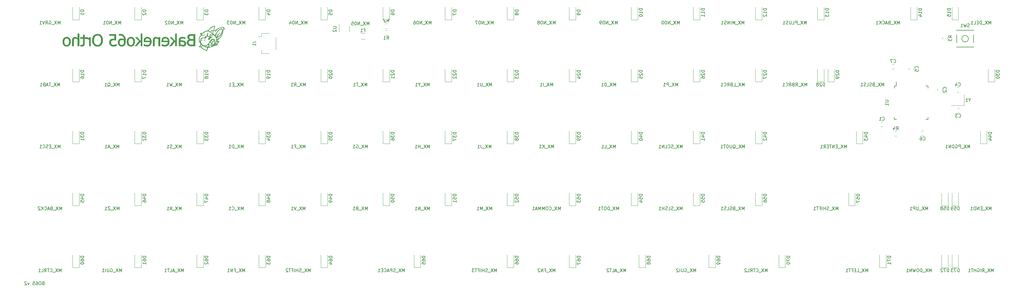
<source format=gbo>
G04 #@! TF.GenerationSoftware,KiCad,Pcbnew,(5.1.4)-1*
G04 #@! TF.CreationDate,2022-05-28T20:25:51-07:00*
G04 #@! TF.ProjectId,bakeneko65ortho,62616b65-6e65-46b6-9f36-356f7274686f,rev?*
G04 #@! TF.SameCoordinates,Original*
G04 #@! TF.FileFunction,Legend,Bot*
G04 #@! TF.FilePolarity,Positive*
%FSLAX46Y46*%
G04 Gerber Fmt 4.6, Leading zero omitted, Abs format (unit mm)*
G04 Created by KiCad (PCBNEW (5.1.4)-1) date 2022-05-28 20:25:51*
%MOMM*%
%LPD*%
G04 APERTURE LIST*
%ADD10C,0.150000*%
%ADD11C,0.010000*%
%ADD12C,0.120000*%
%ADD13C,2.352000*%
%ADD14C,4.089800*%
%ADD15C,1.852000*%
%ADD16C,3.150000*%
%ADD17C,0.100000*%
%ADD18C,1.077000*%
%ADD19R,0.752000X1.162000*%
%ADD20C,1.302000*%
%ADD21C,0.702000*%
%ADD22R,1.902000X1.202000*%
%ADD23R,1.502000X1.302000*%
%ADD24R,1.602000X0.652000*%
%ADD25R,0.652000X1.602000*%
%ADD26C,1.352000*%
%ADD27R,1.302000X1.002000*%
G04 APERTURE END LIST*
D10*
X1849107Y-106291071D02*
X1706250Y-106338690D01*
X1658630Y-106386309D01*
X1611011Y-106481547D01*
X1611011Y-106624404D01*
X1658630Y-106719642D01*
X1706250Y-106767261D01*
X1801488Y-106814880D01*
X2182440Y-106814880D01*
X2182440Y-105814880D01*
X1849107Y-105814880D01*
X1753869Y-105862500D01*
X1706250Y-105910119D01*
X1658630Y-106005357D01*
X1658630Y-106100595D01*
X1706250Y-106195833D01*
X1753869Y-106243452D01*
X1849107Y-106291071D01*
X2182440Y-106291071D01*
X991964Y-105814880D02*
X801488Y-105814880D01*
X706250Y-105862500D01*
X611011Y-105957738D01*
X563392Y-106148214D01*
X563392Y-106481547D01*
X611011Y-106672023D01*
X706250Y-106767261D01*
X801488Y-106814880D01*
X991964Y-106814880D01*
X1087202Y-106767261D01*
X1182440Y-106672023D01*
X1230059Y-106481547D01*
X1230059Y-106148214D01*
X1182440Y-105957738D01*
X1087202Y-105862500D01*
X991964Y-105814880D01*
X-293749Y-105814880D02*
X-103273Y-105814880D01*
X-8035Y-105862500D01*
X39583Y-105910119D01*
X134821Y-106052976D01*
X182440Y-106243452D01*
X182440Y-106624404D01*
X134821Y-106719642D01*
X87202Y-106767261D01*
X-8035Y-106814880D01*
X-198511Y-106814880D01*
X-293749Y-106767261D01*
X-341369Y-106719642D01*
X-388988Y-106624404D01*
X-388988Y-106386309D01*
X-341369Y-106291071D01*
X-293749Y-106243452D01*
X-198511Y-106195833D01*
X-8035Y-106195833D01*
X87202Y-106243452D01*
X134821Y-106291071D01*
X182440Y-106386309D01*
X-1293749Y-105814880D02*
X-817559Y-105814880D01*
X-769940Y-106291071D01*
X-817559Y-106243452D01*
X-912797Y-106195833D01*
X-1150892Y-106195833D01*
X-1246130Y-106243452D01*
X-1293749Y-106291071D01*
X-1341369Y-106386309D01*
X-1341369Y-106624404D01*
X-1293749Y-106719642D01*
X-1246130Y-106767261D01*
X-1150892Y-106814880D01*
X-912797Y-106814880D01*
X-817559Y-106767261D01*
X-769940Y-106719642D01*
X-2436607Y-106148214D02*
X-2674702Y-106814880D01*
X-2912797Y-106148214D01*
X-3246130Y-105910119D02*
X-3293750Y-105862500D01*
X-3388988Y-105814880D01*
X-3627083Y-105814880D01*
X-3722321Y-105862500D01*
X-3769940Y-105910119D01*
X-3817559Y-106005357D01*
X-3817559Y-106100595D01*
X-3769940Y-106243452D01*
X-3198511Y-106814880D01*
X-3817559Y-106814880D01*
X293528273Y-102846130D02*
X293528273Y-101846130D01*
X293194940Y-102560416D01*
X292861607Y-101846130D01*
X292861607Y-102846130D01*
X292480654Y-101846130D02*
X291813988Y-102846130D01*
X291813988Y-101846130D02*
X292480654Y-102846130D01*
X291671130Y-102941369D02*
X290909226Y-102941369D01*
X290099702Y-102846130D02*
X290433035Y-102369940D01*
X290671130Y-102846130D02*
X290671130Y-101846130D01*
X290290178Y-101846130D01*
X290194940Y-101893750D01*
X290147321Y-101941369D01*
X290099702Y-102036607D01*
X290099702Y-102179464D01*
X290147321Y-102274702D01*
X290194940Y-102322321D01*
X290290178Y-102369940D01*
X290671130Y-102369940D01*
X289671130Y-102846130D02*
X289671130Y-101846130D01*
X288671130Y-101893750D02*
X288766369Y-101846130D01*
X288909226Y-101846130D01*
X289052083Y-101893750D01*
X289147321Y-101988988D01*
X289194940Y-102084226D01*
X289242559Y-102274702D01*
X289242559Y-102417559D01*
X289194940Y-102608035D01*
X289147321Y-102703273D01*
X289052083Y-102798511D01*
X288909226Y-102846130D01*
X288813988Y-102846130D01*
X288671130Y-102798511D01*
X288623511Y-102750892D01*
X288623511Y-102417559D01*
X288813988Y-102417559D01*
X288194940Y-102846130D02*
X288194940Y-101846130D01*
X288194940Y-102322321D02*
X287623511Y-102322321D01*
X287623511Y-102846130D02*
X287623511Y-101846130D01*
X287290178Y-101846130D02*
X286718750Y-101846130D01*
X287004464Y-102846130D02*
X287004464Y-101846130D01*
X285861607Y-102846130D02*
X286433035Y-102846130D01*
X286147321Y-102846130D02*
X286147321Y-101846130D01*
X286242559Y-101988988D01*
X286337797Y-102084226D01*
X286433035Y-102131845D01*
X274454464Y-102846130D02*
X274454464Y-101846130D01*
X274121130Y-102560416D01*
X273787797Y-101846130D01*
X273787797Y-102846130D01*
X273406845Y-101846130D02*
X272740178Y-102846130D01*
X272740178Y-101846130D02*
X273406845Y-102846130D01*
X272597321Y-102941369D02*
X271835416Y-102941369D01*
X271597321Y-102846130D02*
X271597321Y-101846130D01*
X271359226Y-101846130D01*
X271216369Y-101893750D01*
X271121130Y-101988988D01*
X271073511Y-102084226D01*
X271025892Y-102274702D01*
X271025892Y-102417559D01*
X271073511Y-102608035D01*
X271121130Y-102703273D01*
X271216369Y-102798511D01*
X271359226Y-102846130D01*
X271597321Y-102846130D01*
X270406845Y-101846130D02*
X270216369Y-101846130D01*
X270121130Y-101893750D01*
X270025892Y-101988988D01*
X269978273Y-102179464D01*
X269978273Y-102512797D01*
X270025892Y-102703273D01*
X270121130Y-102798511D01*
X270216369Y-102846130D01*
X270406845Y-102846130D01*
X270502083Y-102798511D01*
X270597321Y-102703273D01*
X270644940Y-102512797D01*
X270644940Y-102179464D01*
X270597321Y-101988988D01*
X270502083Y-101893750D01*
X270406845Y-101846130D01*
X269644940Y-101846130D02*
X269406845Y-102846130D01*
X269216369Y-102131845D01*
X269025892Y-102846130D01*
X268787797Y-101846130D01*
X268406845Y-102846130D02*
X268406845Y-101846130D01*
X267835416Y-102846130D01*
X267835416Y-101846130D01*
X266835416Y-102846130D02*
X267406845Y-102846130D01*
X267121130Y-102846130D02*
X267121130Y-101846130D01*
X267216369Y-101988988D01*
X267311607Y-102084226D01*
X267406845Y-102131845D01*
X254952083Y-102846130D02*
X254952083Y-101846130D01*
X254618750Y-102560416D01*
X254285416Y-101846130D01*
X254285416Y-102846130D01*
X253904464Y-101846130D02*
X253237797Y-102846130D01*
X253237797Y-101846130D02*
X253904464Y-102846130D01*
X253094940Y-102941369D02*
X252333035Y-102941369D01*
X251618750Y-102846130D02*
X252094940Y-102846130D01*
X252094940Y-101846130D01*
X251285416Y-102322321D02*
X250952083Y-102322321D01*
X250809226Y-102846130D02*
X251285416Y-102846130D01*
X251285416Y-101846130D01*
X250809226Y-101846130D01*
X250047321Y-102322321D02*
X250380654Y-102322321D01*
X250380654Y-102846130D02*
X250380654Y-101846130D01*
X249904464Y-101846130D01*
X249666369Y-101846130D02*
X249094940Y-101846130D01*
X249380654Y-102846130D02*
X249380654Y-101846130D01*
X248237797Y-102846130D02*
X248809226Y-102846130D01*
X248523511Y-102846130D02*
X248523511Y-101846130D01*
X248618750Y-101988988D01*
X248713988Y-102084226D01*
X248809226Y-102131845D01*
X224114880Y-102846130D02*
X224114880Y-101846130D01*
X223781547Y-102560416D01*
X223448214Y-101846130D01*
X223448214Y-102846130D01*
X223067261Y-101846130D02*
X222400595Y-102846130D01*
X222400595Y-101846130D02*
X223067261Y-102846130D01*
X222257738Y-102941369D02*
X221495833Y-102941369D01*
X220686309Y-102750892D02*
X220733928Y-102798511D01*
X220876785Y-102846130D01*
X220972023Y-102846130D01*
X221114880Y-102798511D01*
X221210119Y-102703273D01*
X221257738Y-102608035D01*
X221305357Y-102417559D01*
X221305357Y-102274702D01*
X221257738Y-102084226D01*
X221210119Y-101988988D01*
X221114880Y-101893750D01*
X220972023Y-101846130D01*
X220876785Y-101846130D01*
X220733928Y-101893750D01*
X220686309Y-101941369D01*
X220400595Y-101846130D02*
X219829166Y-101846130D01*
X220114880Y-102846130D02*
X220114880Y-101846130D01*
X218924404Y-102846130D02*
X219257738Y-102369940D01*
X219495833Y-102846130D02*
X219495833Y-101846130D01*
X219114880Y-101846130D01*
X219019642Y-101893750D01*
X218972023Y-101941369D01*
X218924404Y-102036607D01*
X218924404Y-102179464D01*
X218972023Y-102274702D01*
X219019642Y-102322321D01*
X219114880Y-102369940D01*
X219495833Y-102369940D01*
X218019642Y-102846130D02*
X218495833Y-102846130D01*
X218495833Y-101846130D01*
X217733928Y-101941369D02*
X217686309Y-101893750D01*
X217591071Y-101846130D01*
X217352976Y-101846130D01*
X217257738Y-101893750D01*
X217210119Y-101941369D01*
X217162500Y-102036607D01*
X217162500Y-102131845D01*
X217210119Y-102274702D01*
X217781547Y-102846130D01*
X217162500Y-102846130D01*
X202159821Y-102846130D02*
X202159821Y-101846130D01*
X201826488Y-102560416D01*
X201493154Y-101846130D01*
X201493154Y-102846130D01*
X201112202Y-101846130D02*
X200445535Y-102846130D01*
X200445535Y-101846130D02*
X201112202Y-102846130D01*
X200302678Y-102941369D02*
X199540773Y-102941369D01*
X198778869Y-101893750D02*
X198874107Y-101846130D01*
X199016964Y-101846130D01*
X199159821Y-101893750D01*
X199255059Y-101988988D01*
X199302678Y-102084226D01*
X199350297Y-102274702D01*
X199350297Y-102417559D01*
X199302678Y-102608035D01*
X199255059Y-102703273D01*
X199159821Y-102798511D01*
X199016964Y-102846130D01*
X198921726Y-102846130D01*
X198778869Y-102798511D01*
X198731250Y-102750892D01*
X198731250Y-102417559D01*
X198921726Y-102417559D01*
X198302678Y-101846130D02*
X198302678Y-102655654D01*
X198255059Y-102750892D01*
X198207440Y-102798511D01*
X198112202Y-102846130D01*
X197921726Y-102846130D01*
X197826488Y-102798511D01*
X197778869Y-102750892D01*
X197731250Y-102655654D01*
X197731250Y-101846130D01*
X197255059Y-102846130D02*
X197255059Y-101846130D01*
X196826488Y-101941369D02*
X196778869Y-101893750D01*
X196683630Y-101846130D01*
X196445535Y-101846130D01*
X196350297Y-101893750D01*
X196302678Y-101941369D01*
X196255059Y-102036607D01*
X196255059Y-102131845D01*
X196302678Y-102274702D01*
X196874107Y-102846130D01*
X196255059Y-102846130D01*
X180680952Y-102846130D02*
X180680952Y-101846130D01*
X180347619Y-102560416D01*
X180014285Y-101846130D01*
X180014285Y-102846130D01*
X179633333Y-101846130D02*
X178966666Y-102846130D01*
X178966666Y-101846130D02*
X179633333Y-102846130D01*
X178823809Y-102941369D02*
X178061904Y-102941369D01*
X177871428Y-102560416D02*
X177395238Y-102560416D01*
X177966666Y-102846130D02*
X177633333Y-101846130D01*
X177300000Y-102846130D01*
X176490476Y-102846130D02*
X176966666Y-102846130D01*
X176966666Y-101846130D01*
X176300000Y-101846130D02*
X175728571Y-101846130D01*
X176014285Y-102846130D02*
X176014285Y-101846130D01*
X175442857Y-101941369D02*
X175395238Y-101893750D01*
X175300000Y-101846130D01*
X175061904Y-101846130D01*
X174966666Y-101893750D01*
X174919047Y-101941369D01*
X174871428Y-102036607D01*
X174871428Y-102131845D01*
X174919047Y-102274702D01*
X175490476Y-102846130D01*
X174871428Y-102846130D01*
X158987797Y-102846130D02*
X158987797Y-101846130D01*
X158654464Y-102560416D01*
X158321130Y-101846130D01*
X158321130Y-102846130D01*
X157940178Y-101846130D02*
X157273511Y-102846130D01*
X157273511Y-101846130D02*
X157940178Y-102846130D01*
X157130654Y-102941369D02*
X156368750Y-102941369D01*
X155797321Y-102322321D02*
X156130654Y-102322321D01*
X156130654Y-102846130D02*
X156130654Y-101846130D01*
X155654464Y-101846130D01*
X155273511Y-102846130D02*
X155273511Y-101846130D01*
X154702083Y-102846130D01*
X154702083Y-101846130D01*
X154273511Y-101941369D02*
X154225892Y-101893750D01*
X154130654Y-101846130D01*
X153892559Y-101846130D01*
X153797321Y-101893750D01*
X153749702Y-101941369D01*
X153702083Y-102036607D01*
X153702083Y-102131845D01*
X153749702Y-102274702D01*
X154321130Y-102846130D01*
X153702083Y-102846130D01*
X141033035Y-102846130D02*
X141033035Y-101846130D01*
X140699702Y-102560416D01*
X140366369Y-101846130D01*
X140366369Y-102846130D01*
X139985416Y-101846130D02*
X139318750Y-102846130D01*
X139318750Y-101846130D02*
X139985416Y-102846130D01*
X139175892Y-102941369D02*
X138413988Y-102941369D01*
X138223511Y-102798511D02*
X138080654Y-102846130D01*
X137842559Y-102846130D01*
X137747321Y-102798511D01*
X137699702Y-102750892D01*
X137652083Y-102655654D01*
X137652083Y-102560416D01*
X137699702Y-102465178D01*
X137747321Y-102417559D01*
X137842559Y-102369940D01*
X138033035Y-102322321D01*
X138128273Y-102274702D01*
X138175892Y-102227083D01*
X138223511Y-102131845D01*
X138223511Y-102036607D01*
X138175892Y-101941369D01*
X138128273Y-101893750D01*
X138033035Y-101846130D01*
X137794940Y-101846130D01*
X137652083Y-101893750D01*
X137223511Y-102846130D02*
X137223511Y-101846130D01*
X137223511Y-102322321D02*
X136652083Y-102322321D01*
X136652083Y-102846130D02*
X136652083Y-101846130D01*
X136175892Y-102846130D02*
X136175892Y-101846130D01*
X135366369Y-102322321D02*
X135699702Y-102322321D01*
X135699702Y-102846130D02*
X135699702Y-101846130D01*
X135223511Y-101846130D01*
X134985416Y-101846130D02*
X134413988Y-101846130D01*
X134699702Y-102846130D02*
X134699702Y-101846130D01*
X134175892Y-101846130D02*
X133556845Y-101846130D01*
X133890178Y-102227083D01*
X133747321Y-102227083D01*
X133652083Y-102274702D01*
X133604464Y-102322321D01*
X133556845Y-102417559D01*
X133556845Y-102655654D01*
X133604464Y-102750892D01*
X133652083Y-102798511D01*
X133747321Y-102846130D01*
X134033035Y-102846130D01*
X134128273Y-102798511D01*
X134175892Y-102750892D01*
X112767559Y-102846130D02*
X112767559Y-101846130D01*
X112434226Y-102560416D01*
X112100892Y-101846130D01*
X112100892Y-102846130D01*
X111719940Y-101846130D02*
X111053273Y-102846130D01*
X111053273Y-101846130D02*
X111719940Y-102846130D01*
X110910416Y-102941369D02*
X110148511Y-102941369D01*
X109958035Y-102798511D02*
X109815178Y-102846130D01*
X109577083Y-102846130D01*
X109481845Y-102798511D01*
X109434226Y-102750892D01*
X109386607Y-102655654D01*
X109386607Y-102560416D01*
X109434226Y-102465178D01*
X109481845Y-102417559D01*
X109577083Y-102369940D01*
X109767559Y-102322321D01*
X109862797Y-102274702D01*
X109910416Y-102227083D01*
X109958035Y-102131845D01*
X109958035Y-102036607D01*
X109910416Y-101941369D01*
X109862797Y-101893750D01*
X109767559Y-101846130D01*
X109529464Y-101846130D01*
X109386607Y-101893750D01*
X108958035Y-102846130D02*
X108958035Y-101846130D01*
X108577083Y-101846130D01*
X108481845Y-101893750D01*
X108434226Y-101941369D01*
X108386607Y-102036607D01*
X108386607Y-102179464D01*
X108434226Y-102274702D01*
X108481845Y-102322321D01*
X108577083Y-102369940D01*
X108958035Y-102369940D01*
X108005654Y-102560416D02*
X107529464Y-102560416D01*
X108100892Y-102846130D02*
X107767559Y-101846130D01*
X107434226Y-102846130D01*
X106529464Y-102750892D02*
X106577083Y-102798511D01*
X106719940Y-102846130D01*
X106815178Y-102846130D01*
X106958035Y-102798511D01*
X107053273Y-102703273D01*
X107100892Y-102608035D01*
X107148511Y-102417559D01*
X107148511Y-102274702D01*
X107100892Y-102084226D01*
X107053273Y-101988988D01*
X106958035Y-101893750D01*
X106815178Y-101846130D01*
X106719940Y-101846130D01*
X106577083Y-101893750D01*
X106529464Y-101941369D01*
X106100892Y-102322321D02*
X105767559Y-102322321D01*
X105624702Y-102846130D02*
X106100892Y-102846130D01*
X106100892Y-101846130D01*
X105624702Y-101846130D01*
X104672321Y-102846130D02*
X105243750Y-102846130D01*
X104958035Y-102846130D02*
X104958035Y-101846130D01*
X105053273Y-101988988D01*
X105148511Y-102084226D01*
X105243750Y-102131845D01*
X83883035Y-102846130D02*
X83883035Y-101846130D01*
X83549702Y-102560416D01*
X83216369Y-101846130D01*
X83216369Y-102846130D01*
X82835416Y-101846130D02*
X82168750Y-102846130D01*
X82168750Y-101846130D02*
X82835416Y-102846130D01*
X82025892Y-102941369D02*
X81263988Y-102941369D01*
X81073511Y-102798511D02*
X80930654Y-102846130D01*
X80692559Y-102846130D01*
X80597321Y-102798511D01*
X80549702Y-102750892D01*
X80502083Y-102655654D01*
X80502083Y-102560416D01*
X80549702Y-102465178D01*
X80597321Y-102417559D01*
X80692559Y-102369940D01*
X80883035Y-102322321D01*
X80978273Y-102274702D01*
X81025892Y-102227083D01*
X81073511Y-102131845D01*
X81073511Y-102036607D01*
X81025892Y-101941369D01*
X80978273Y-101893750D01*
X80883035Y-101846130D01*
X80644940Y-101846130D01*
X80502083Y-101893750D01*
X80073511Y-102846130D02*
X80073511Y-101846130D01*
X80073511Y-102322321D02*
X79502083Y-102322321D01*
X79502083Y-102846130D02*
X79502083Y-101846130D01*
X79025892Y-102846130D02*
X79025892Y-101846130D01*
X78216369Y-102322321D02*
X78549702Y-102322321D01*
X78549702Y-102846130D02*
X78549702Y-101846130D01*
X78073511Y-101846130D01*
X77835416Y-101846130D02*
X77263988Y-101846130D01*
X77549702Y-102846130D02*
X77549702Y-101846130D01*
X76978273Y-101941369D02*
X76930654Y-101893750D01*
X76835416Y-101846130D01*
X76597321Y-101846130D01*
X76502083Y-101893750D01*
X76454464Y-101941369D01*
X76406845Y-102036607D01*
X76406845Y-102131845D01*
X76454464Y-102274702D01*
X77025892Y-102846130D01*
X76406845Y-102846130D01*
X63737797Y-102846130D02*
X63737797Y-101846130D01*
X63404464Y-102560416D01*
X63071130Y-101846130D01*
X63071130Y-102846130D01*
X62690178Y-101846130D02*
X62023511Y-102846130D01*
X62023511Y-101846130D02*
X62690178Y-102846130D01*
X61880654Y-102941369D02*
X61118750Y-102941369D01*
X60547321Y-102322321D02*
X60880654Y-102322321D01*
X60880654Y-102846130D02*
X60880654Y-101846130D01*
X60404464Y-101846130D01*
X60023511Y-102846130D02*
X60023511Y-101846130D01*
X59452083Y-102846130D01*
X59452083Y-101846130D01*
X58452083Y-102846130D02*
X59023511Y-102846130D01*
X58737797Y-102846130D02*
X58737797Y-101846130D01*
X58833035Y-101988988D01*
X58928273Y-102084226D01*
X59023511Y-102131845D01*
X44949702Y-102846130D02*
X44949702Y-101846130D01*
X44616369Y-102560416D01*
X44283035Y-101846130D01*
X44283035Y-102846130D01*
X43902083Y-101846130D02*
X43235416Y-102846130D01*
X43235416Y-101846130D02*
X43902083Y-102846130D01*
X43092559Y-102941369D02*
X42330654Y-102941369D01*
X42140178Y-102560416D02*
X41663988Y-102560416D01*
X42235416Y-102846130D02*
X41902083Y-101846130D01*
X41568750Y-102846130D01*
X40759226Y-102846130D02*
X41235416Y-102846130D01*
X41235416Y-101846130D01*
X40568750Y-101846130D02*
X39997321Y-101846130D01*
X40283035Y-102846130D02*
X40283035Y-101846130D01*
X39140178Y-102846130D02*
X39711607Y-102846130D01*
X39425892Y-102846130D02*
X39425892Y-101846130D01*
X39521130Y-101988988D01*
X39616369Y-102084226D01*
X39711607Y-102131845D01*
X25947321Y-102846130D02*
X25947321Y-101846130D01*
X25613988Y-102560416D01*
X25280654Y-101846130D01*
X25280654Y-102846130D01*
X24899702Y-101846130D02*
X24233035Y-102846130D01*
X24233035Y-101846130D02*
X24899702Y-102846130D01*
X24090178Y-102941369D02*
X23328273Y-102941369D01*
X22566369Y-101893750D02*
X22661607Y-101846130D01*
X22804464Y-101846130D01*
X22947321Y-101893750D01*
X23042559Y-101988988D01*
X23090178Y-102084226D01*
X23137797Y-102274702D01*
X23137797Y-102417559D01*
X23090178Y-102608035D01*
X23042559Y-102703273D01*
X22947321Y-102798511D01*
X22804464Y-102846130D01*
X22709226Y-102846130D01*
X22566369Y-102798511D01*
X22518750Y-102750892D01*
X22518750Y-102417559D01*
X22709226Y-102417559D01*
X22090178Y-101846130D02*
X22090178Y-102655654D01*
X22042559Y-102750892D01*
X21994940Y-102798511D01*
X21899702Y-102846130D01*
X21709226Y-102846130D01*
X21613988Y-102798511D01*
X21566369Y-102750892D01*
X21518750Y-102655654D01*
X21518750Y-101846130D01*
X21042559Y-102846130D02*
X21042559Y-101846130D01*
X20042559Y-102846130D02*
X20613988Y-102846130D01*
X20328273Y-102846130D02*
X20328273Y-101846130D01*
X20423511Y-101988988D01*
X20518750Y-102084226D01*
X20613988Y-102131845D01*
X7421130Y-102846130D02*
X7421130Y-101846130D01*
X7087797Y-102560416D01*
X6754464Y-101846130D01*
X6754464Y-102846130D01*
X6373511Y-101846130D02*
X5706845Y-102846130D01*
X5706845Y-101846130D02*
X6373511Y-102846130D01*
X5563988Y-102941369D02*
X4802083Y-102941369D01*
X3992559Y-102750892D02*
X4040178Y-102798511D01*
X4183035Y-102846130D01*
X4278273Y-102846130D01*
X4421130Y-102798511D01*
X4516369Y-102703273D01*
X4563988Y-102608035D01*
X4611607Y-102417559D01*
X4611607Y-102274702D01*
X4563988Y-102084226D01*
X4516369Y-101988988D01*
X4421130Y-101893750D01*
X4278273Y-101846130D01*
X4183035Y-101846130D01*
X4040178Y-101893750D01*
X3992559Y-101941369D01*
X3706845Y-101846130D02*
X3135416Y-101846130D01*
X3421130Y-102846130D02*
X3421130Y-101846130D01*
X2230654Y-102846130D02*
X2563988Y-102369940D01*
X2802083Y-102846130D02*
X2802083Y-101846130D01*
X2421130Y-101846130D01*
X2325892Y-101893750D01*
X2278273Y-101941369D01*
X2230654Y-102036607D01*
X2230654Y-102179464D01*
X2278273Y-102274702D01*
X2325892Y-102322321D01*
X2421130Y-102369940D01*
X2802083Y-102369940D01*
X1325892Y-102846130D02*
X1802083Y-102846130D01*
X1802083Y-101846130D01*
X468749Y-102846130D02*
X1040178Y-102846130D01*
X754464Y-102846130D02*
X754464Y-101846130D01*
X849702Y-101988988D01*
X944940Y-102084226D01*
X1040178Y-102131845D01*
X292861607Y-83796130D02*
X292861607Y-82796130D01*
X292528273Y-83510416D01*
X292194940Y-82796130D01*
X292194940Y-83796130D01*
X291813988Y-82796130D02*
X291147321Y-83796130D01*
X291147321Y-82796130D02*
X291813988Y-83796130D01*
X291004464Y-83891369D02*
X290242559Y-83891369D01*
X290004464Y-83272321D02*
X289671130Y-83272321D01*
X289528273Y-83796130D02*
X290004464Y-83796130D01*
X290004464Y-82796130D01*
X289528273Y-82796130D01*
X289099702Y-83796130D02*
X289099702Y-82796130D01*
X288528273Y-83796130D01*
X288528273Y-82796130D01*
X288052083Y-83796130D02*
X288052083Y-82796130D01*
X287813988Y-82796130D01*
X287671130Y-82843750D01*
X287575892Y-82938988D01*
X287528273Y-83034226D01*
X287480654Y-83224702D01*
X287480654Y-83367559D01*
X287528273Y-83558035D01*
X287575892Y-83653273D01*
X287671130Y-83748511D01*
X287813988Y-83796130D01*
X288052083Y-83796130D01*
X286528273Y-83796130D02*
X287099702Y-83796130D01*
X286813988Y-83796130D02*
X286813988Y-82796130D01*
X286909226Y-82938988D01*
X287004464Y-83034226D01*
X287099702Y-83081845D01*
X273359226Y-83796130D02*
X273359226Y-82796130D01*
X273025892Y-83510416D01*
X272692559Y-82796130D01*
X272692559Y-83796130D01*
X272311607Y-82796130D02*
X271644940Y-83796130D01*
X271644940Y-82796130D02*
X272311607Y-83796130D01*
X271502083Y-83891369D02*
X270740178Y-83891369D01*
X270502083Y-82796130D02*
X270502083Y-83605654D01*
X270454464Y-83700892D01*
X270406845Y-83748511D01*
X270311607Y-83796130D01*
X270121130Y-83796130D01*
X270025892Y-83748511D01*
X269978273Y-83700892D01*
X269930654Y-83605654D01*
X269930654Y-82796130D01*
X269454464Y-83796130D02*
X269454464Y-82796130D01*
X269073511Y-82796130D01*
X268978273Y-82843750D01*
X268930654Y-82891369D01*
X268883035Y-82986607D01*
X268883035Y-83129464D01*
X268930654Y-83224702D01*
X268978273Y-83272321D01*
X269073511Y-83319940D01*
X269454464Y-83319940D01*
X267930654Y-83796130D02*
X268502083Y-83796130D01*
X268216369Y-83796130D02*
X268216369Y-82796130D01*
X268311607Y-82938988D01*
X268406845Y-83034226D01*
X268502083Y-83081845D01*
X245808035Y-83796130D02*
X245808035Y-82796130D01*
X245474702Y-83510416D01*
X245141369Y-82796130D01*
X245141369Y-83796130D01*
X244760416Y-82796130D02*
X244093750Y-83796130D01*
X244093750Y-82796130D02*
X244760416Y-83796130D01*
X243950892Y-83891369D02*
X243188988Y-83891369D01*
X242998511Y-83748511D02*
X242855654Y-83796130D01*
X242617559Y-83796130D01*
X242522321Y-83748511D01*
X242474702Y-83700892D01*
X242427083Y-83605654D01*
X242427083Y-83510416D01*
X242474702Y-83415178D01*
X242522321Y-83367559D01*
X242617559Y-83319940D01*
X242808035Y-83272321D01*
X242903273Y-83224702D01*
X242950892Y-83177083D01*
X242998511Y-83081845D01*
X242998511Y-82986607D01*
X242950892Y-82891369D01*
X242903273Y-82843750D01*
X242808035Y-82796130D01*
X242569940Y-82796130D01*
X242427083Y-82843750D01*
X241998511Y-83796130D02*
X241998511Y-82796130D01*
X241998511Y-83272321D02*
X241427083Y-83272321D01*
X241427083Y-83796130D02*
X241427083Y-82796130D01*
X240950892Y-83796130D02*
X240950892Y-82796130D01*
X240141369Y-83272321D02*
X240474702Y-83272321D01*
X240474702Y-83796130D02*
X240474702Y-82796130D01*
X239998511Y-82796130D01*
X239760416Y-82796130D02*
X239188988Y-82796130D01*
X239474702Y-83796130D02*
X239474702Y-82796130D01*
X238331845Y-83796130D02*
X238903273Y-83796130D01*
X238617559Y-83796130D02*
X238617559Y-82796130D01*
X238712797Y-82938988D01*
X238808035Y-83034226D01*
X238903273Y-83081845D01*
X217042559Y-83796130D02*
X217042559Y-82796130D01*
X216709226Y-83510416D01*
X216375892Y-82796130D01*
X216375892Y-83796130D01*
X215994940Y-82796130D02*
X215328273Y-83796130D01*
X215328273Y-82796130D02*
X215994940Y-83796130D01*
X215185416Y-83891369D02*
X214423511Y-83891369D01*
X213852083Y-83272321D02*
X213709226Y-83319940D01*
X213661607Y-83367559D01*
X213613988Y-83462797D01*
X213613988Y-83605654D01*
X213661607Y-83700892D01*
X213709226Y-83748511D01*
X213804464Y-83796130D01*
X214185416Y-83796130D01*
X214185416Y-82796130D01*
X213852083Y-82796130D01*
X213756845Y-82843750D01*
X213709226Y-82891369D01*
X213661607Y-82986607D01*
X213661607Y-83081845D01*
X213709226Y-83177083D01*
X213756845Y-83224702D01*
X213852083Y-83272321D01*
X214185416Y-83272321D01*
X213233035Y-83748511D02*
X213090178Y-83796130D01*
X212852083Y-83796130D01*
X212756845Y-83748511D01*
X212709226Y-83700892D01*
X212661607Y-83605654D01*
X212661607Y-83510416D01*
X212709226Y-83415178D01*
X212756845Y-83367559D01*
X212852083Y-83319940D01*
X213042559Y-83272321D01*
X213137797Y-83224702D01*
X213185416Y-83177083D01*
X213233035Y-83081845D01*
X213233035Y-82986607D01*
X213185416Y-82891369D01*
X213137797Y-82843750D01*
X213042559Y-82796130D01*
X212804464Y-82796130D01*
X212661607Y-82843750D01*
X211756845Y-83796130D02*
X212233035Y-83796130D01*
X212233035Y-82796130D01*
X211471130Y-83748511D02*
X211328273Y-83796130D01*
X211090178Y-83796130D01*
X210994940Y-83748511D01*
X210947321Y-83700892D01*
X210899702Y-83605654D01*
X210899702Y-83510416D01*
X210947321Y-83415178D01*
X210994940Y-83367559D01*
X211090178Y-83319940D01*
X211280654Y-83272321D01*
X211375892Y-83224702D01*
X211423511Y-83177083D01*
X211471130Y-83081845D01*
X211471130Y-82986607D01*
X211423511Y-82891369D01*
X211375892Y-82843750D01*
X211280654Y-82796130D01*
X211042559Y-82796130D01*
X210899702Y-82843750D01*
X209947321Y-83796130D02*
X210518750Y-83796130D01*
X210233035Y-83796130D02*
X210233035Y-82796130D01*
X210328273Y-82938988D01*
X210423511Y-83034226D01*
X210518750Y-83081845D01*
X198016369Y-83796130D02*
X198016369Y-82796130D01*
X197683035Y-83510416D01*
X197349702Y-82796130D01*
X197349702Y-83796130D01*
X196968750Y-82796130D02*
X196302083Y-83796130D01*
X196302083Y-82796130D02*
X196968750Y-83796130D01*
X196159226Y-83891369D02*
X195397321Y-83891369D01*
X195206845Y-83748511D02*
X195063988Y-83796130D01*
X194825892Y-83796130D01*
X194730654Y-83748511D01*
X194683035Y-83700892D01*
X194635416Y-83605654D01*
X194635416Y-83510416D01*
X194683035Y-83415178D01*
X194730654Y-83367559D01*
X194825892Y-83319940D01*
X195016369Y-83272321D01*
X195111607Y-83224702D01*
X195159226Y-83177083D01*
X195206845Y-83081845D01*
X195206845Y-82986607D01*
X195159226Y-82891369D01*
X195111607Y-82843750D01*
X195016369Y-82796130D01*
X194778273Y-82796130D01*
X194635416Y-82843750D01*
X193730654Y-83796130D02*
X194206845Y-83796130D01*
X194206845Y-82796130D01*
X193444940Y-83748511D02*
X193302083Y-83796130D01*
X193063988Y-83796130D01*
X192968750Y-83748511D01*
X192921130Y-83700892D01*
X192873511Y-83605654D01*
X192873511Y-83510416D01*
X192921130Y-83415178D01*
X192968750Y-83367559D01*
X193063988Y-83319940D01*
X193254464Y-83272321D01*
X193349702Y-83224702D01*
X193397321Y-83177083D01*
X193444940Y-83081845D01*
X193444940Y-82986607D01*
X193397321Y-82891369D01*
X193349702Y-82843750D01*
X193254464Y-82796130D01*
X193016369Y-82796130D01*
X192873511Y-82843750D01*
X192444940Y-83796130D02*
X192444940Y-82796130D01*
X192444940Y-83272321D02*
X191873511Y-83272321D01*
X191873511Y-83796130D02*
X191873511Y-82796130D01*
X190873511Y-83796130D02*
X191444940Y-83796130D01*
X191159226Y-83796130D02*
X191159226Y-82796130D01*
X191254464Y-82938988D01*
X191349702Y-83034226D01*
X191444940Y-83081845D01*
X178490178Y-83796130D02*
X178490178Y-82796130D01*
X178156845Y-83510416D01*
X177823511Y-82796130D01*
X177823511Y-83796130D01*
X177442559Y-82796130D02*
X176775892Y-83796130D01*
X176775892Y-82796130D02*
X177442559Y-83796130D01*
X176633035Y-83891369D02*
X175871130Y-83891369D01*
X175633035Y-83796130D02*
X175633035Y-82796130D01*
X175394940Y-82796130D01*
X175252083Y-82843750D01*
X175156845Y-82938988D01*
X175109226Y-83034226D01*
X175061607Y-83224702D01*
X175061607Y-83367559D01*
X175109226Y-83558035D01*
X175156845Y-83653273D01*
X175252083Y-83748511D01*
X175394940Y-83796130D01*
X175633035Y-83796130D01*
X174442559Y-82796130D02*
X174252083Y-82796130D01*
X174156845Y-82843750D01*
X174061607Y-82938988D01*
X174013988Y-83129464D01*
X174013988Y-83462797D01*
X174061607Y-83653273D01*
X174156845Y-83748511D01*
X174252083Y-83796130D01*
X174442559Y-83796130D01*
X174537797Y-83748511D01*
X174633035Y-83653273D01*
X174680654Y-83462797D01*
X174680654Y-83129464D01*
X174633035Y-82938988D01*
X174537797Y-82843750D01*
X174442559Y-82796130D01*
X173728273Y-82796130D02*
X173156845Y-82796130D01*
X173442559Y-83796130D02*
X173442559Y-82796130D01*
X172299702Y-83796130D02*
X172871130Y-83796130D01*
X172585416Y-83796130D02*
X172585416Y-82796130D01*
X172680654Y-82938988D01*
X172775892Y-83034226D01*
X172871130Y-83081845D01*
X160630654Y-83796130D02*
X160630654Y-82796130D01*
X160297321Y-83510416D01*
X159963988Y-82796130D01*
X159963988Y-83796130D01*
X159583035Y-82796130D02*
X158916369Y-83796130D01*
X158916369Y-82796130D02*
X159583035Y-83796130D01*
X158773511Y-83891369D02*
X158011607Y-83891369D01*
X157202083Y-83700892D02*
X157249702Y-83748511D01*
X157392559Y-83796130D01*
X157487797Y-83796130D01*
X157630654Y-83748511D01*
X157725892Y-83653273D01*
X157773511Y-83558035D01*
X157821130Y-83367559D01*
X157821130Y-83224702D01*
X157773511Y-83034226D01*
X157725892Y-82938988D01*
X157630654Y-82843750D01*
X157487797Y-82796130D01*
X157392559Y-82796130D01*
X157249702Y-82843750D01*
X157202083Y-82891369D01*
X156583035Y-82796130D02*
X156392559Y-82796130D01*
X156297321Y-82843750D01*
X156202083Y-82938988D01*
X156154464Y-83129464D01*
X156154464Y-83462797D01*
X156202083Y-83653273D01*
X156297321Y-83748511D01*
X156392559Y-83796130D01*
X156583035Y-83796130D01*
X156678273Y-83748511D01*
X156773511Y-83653273D01*
X156821130Y-83462797D01*
X156821130Y-83129464D01*
X156773511Y-82938988D01*
X156678273Y-82843750D01*
X156583035Y-82796130D01*
X155725892Y-83796130D02*
X155725892Y-82796130D01*
X155392559Y-83510416D01*
X155059226Y-82796130D01*
X155059226Y-83796130D01*
X154583035Y-83796130D02*
X154583035Y-82796130D01*
X154249702Y-83510416D01*
X153916369Y-82796130D01*
X153916369Y-83796130D01*
X153487797Y-83510416D02*
X153011607Y-83510416D01*
X153583035Y-83796130D02*
X153249702Y-82796130D01*
X152916369Y-83796130D01*
X152059226Y-83796130D02*
X152630654Y-83796130D01*
X152344940Y-83796130D02*
X152344940Y-82796130D01*
X152440178Y-82938988D01*
X152535416Y-83034226D01*
X152630654Y-83081845D01*
X139556845Y-83796130D02*
X139556845Y-82796130D01*
X139223511Y-83510416D01*
X138890178Y-82796130D01*
X138890178Y-83796130D01*
X138509226Y-82796130D02*
X137842559Y-83796130D01*
X137842559Y-82796130D02*
X138509226Y-83796130D01*
X137699702Y-83891369D02*
X136937797Y-83891369D01*
X136699702Y-83796130D02*
X136699702Y-82796130D01*
X136366369Y-83510416D01*
X136033035Y-82796130D01*
X136033035Y-83796130D01*
X135033035Y-83796130D02*
X135604464Y-83796130D01*
X135318750Y-83796130D02*
X135318750Y-82796130D01*
X135413988Y-82938988D01*
X135509226Y-83034226D01*
X135604464Y-83081845D01*
X120459226Y-83796130D02*
X120459226Y-82796130D01*
X120125892Y-83510416D01*
X119792559Y-82796130D01*
X119792559Y-83796130D01*
X119411607Y-82796130D02*
X118744940Y-83796130D01*
X118744940Y-82796130D02*
X119411607Y-83796130D01*
X118602083Y-83891369D02*
X117840178Y-83891369D01*
X117602083Y-83796130D02*
X117602083Y-82796130D01*
X117030654Y-83796130D01*
X117030654Y-82796130D01*
X116030654Y-83796130D02*
X116602083Y-83796130D01*
X116316369Y-83796130D02*
X116316369Y-82796130D01*
X116411607Y-82938988D01*
X116506845Y-83034226D01*
X116602083Y-83081845D01*
X101385416Y-83796130D02*
X101385416Y-82796130D01*
X101052083Y-83510416D01*
X100718750Y-82796130D01*
X100718750Y-83796130D01*
X100337797Y-82796130D02*
X99671130Y-83796130D01*
X99671130Y-82796130D02*
X100337797Y-83796130D01*
X99528273Y-83891369D02*
X98766369Y-83891369D01*
X98194940Y-83272321D02*
X98052083Y-83319940D01*
X98004464Y-83367559D01*
X97956845Y-83462797D01*
X97956845Y-83605654D01*
X98004464Y-83700892D01*
X98052083Y-83748511D01*
X98147321Y-83796130D01*
X98528273Y-83796130D01*
X98528273Y-82796130D01*
X98194940Y-82796130D01*
X98099702Y-82843750D01*
X98052083Y-82891369D01*
X98004464Y-82986607D01*
X98004464Y-83081845D01*
X98052083Y-83177083D01*
X98099702Y-83224702D01*
X98194940Y-83272321D01*
X98528273Y-83272321D01*
X97004464Y-83796130D02*
X97575892Y-83796130D01*
X97290178Y-83796130D02*
X97290178Y-82796130D01*
X97385416Y-82938988D01*
X97480654Y-83034226D01*
X97575892Y-83081845D01*
X82263988Y-83796130D02*
X82263988Y-82796130D01*
X81930654Y-83510416D01*
X81597321Y-82796130D01*
X81597321Y-83796130D01*
X81216369Y-82796130D02*
X80549702Y-83796130D01*
X80549702Y-82796130D02*
X81216369Y-83796130D01*
X80406845Y-83891369D02*
X79644940Y-83891369D01*
X79549702Y-82796130D02*
X79216369Y-83796130D01*
X78883035Y-82796130D01*
X78025892Y-83796130D02*
X78597321Y-83796130D01*
X78311607Y-83796130D02*
X78311607Y-82796130D01*
X78406845Y-82938988D01*
X78502083Y-83034226D01*
X78597321Y-83081845D01*
X63285416Y-83796130D02*
X63285416Y-82796130D01*
X62952083Y-83510416D01*
X62618750Y-82796130D01*
X62618750Y-83796130D01*
X62237797Y-82796130D02*
X61571130Y-83796130D01*
X61571130Y-82796130D02*
X62237797Y-83796130D01*
X61428273Y-83891369D02*
X60666369Y-83891369D01*
X59856845Y-83700892D02*
X59904464Y-83748511D01*
X60047321Y-83796130D01*
X60142559Y-83796130D01*
X60285416Y-83748511D01*
X60380654Y-83653273D01*
X60428273Y-83558035D01*
X60475892Y-83367559D01*
X60475892Y-83224702D01*
X60428273Y-83034226D01*
X60380654Y-82938988D01*
X60285416Y-82843750D01*
X60142559Y-82796130D01*
X60047321Y-82796130D01*
X59904464Y-82843750D01*
X59856845Y-82891369D01*
X58904464Y-83796130D02*
X59475892Y-83796130D01*
X59190178Y-83796130D02*
X59190178Y-82796130D01*
X59285416Y-82938988D01*
X59380654Y-83034226D01*
X59475892Y-83081845D01*
X44211607Y-83796130D02*
X44211607Y-82796130D01*
X43878273Y-83510416D01*
X43544940Y-82796130D01*
X43544940Y-83796130D01*
X43163988Y-82796130D02*
X42497321Y-83796130D01*
X42497321Y-82796130D02*
X43163988Y-83796130D01*
X42354464Y-83891369D02*
X41592559Y-83891369D01*
X41449702Y-82796130D02*
X40783035Y-83796130D01*
X40783035Y-82796130D02*
X41449702Y-83796130D01*
X39878273Y-83796130D02*
X40449702Y-83796130D01*
X40163988Y-83796130D02*
X40163988Y-82796130D01*
X40259226Y-82938988D01*
X40354464Y-83034226D01*
X40449702Y-83081845D01*
X25161607Y-83796130D02*
X25161607Y-82796130D01*
X24828273Y-83510416D01*
X24494940Y-82796130D01*
X24494940Y-83796130D01*
X24113988Y-82796130D02*
X23447321Y-83796130D01*
X23447321Y-82796130D02*
X24113988Y-83796130D01*
X23304464Y-83891369D02*
X22542559Y-83891369D01*
X22399702Y-82796130D02*
X21733035Y-82796130D01*
X22399702Y-83796130D01*
X21733035Y-83796130D01*
X20828273Y-83796130D02*
X21399702Y-83796130D01*
X21113988Y-83796130D02*
X21113988Y-82796130D01*
X21209226Y-82938988D01*
X21304464Y-83034226D01*
X21399702Y-83081845D01*
X7563988Y-83796130D02*
X7563988Y-82796130D01*
X7230654Y-83510416D01*
X6897321Y-82796130D01*
X6897321Y-83796130D01*
X6516369Y-82796130D02*
X5849702Y-83796130D01*
X5849702Y-82796130D02*
X6516369Y-83796130D01*
X5706845Y-83891369D02*
X4944940Y-83891369D01*
X4373511Y-83272321D02*
X4230654Y-83319940D01*
X4183035Y-83367559D01*
X4135416Y-83462797D01*
X4135416Y-83605654D01*
X4183035Y-83700892D01*
X4230654Y-83748511D01*
X4325892Y-83796130D01*
X4706845Y-83796130D01*
X4706845Y-82796130D01*
X4373511Y-82796130D01*
X4278273Y-82843750D01*
X4230654Y-82891369D01*
X4183035Y-82986607D01*
X4183035Y-83081845D01*
X4230654Y-83177083D01*
X4278273Y-83224702D01*
X4373511Y-83272321D01*
X4706845Y-83272321D01*
X3754464Y-83510416D02*
X3278273Y-83510416D01*
X3849702Y-83796130D02*
X3516369Y-82796130D01*
X3183035Y-83796130D01*
X2278273Y-83700892D02*
X2325892Y-83748511D01*
X2468749Y-83796130D01*
X2563988Y-83796130D01*
X2706845Y-83748511D01*
X2802083Y-83653273D01*
X2849702Y-83558035D01*
X2897321Y-83367559D01*
X2897321Y-83224702D01*
X2849702Y-83034226D01*
X2802083Y-82938988D01*
X2706845Y-82843750D01*
X2563988Y-82796130D01*
X2468749Y-82796130D01*
X2325892Y-82843750D01*
X2278273Y-82891369D01*
X1849702Y-83796130D02*
X1849702Y-82796130D01*
X1278273Y-83796130D02*
X1706845Y-83224702D01*
X1278273Y-82796130D02*
X1849702Y-83367559D01*
X897321Y-82891369D02*
X849702Y-82843750D01*
X754464Y-82796130D01*
X516369Y-82796130D01*
X421130Y-82843750D01*
X373511Y-82891369D01*
X325892Y-82986607D01*
X325892Y-83081845D01*
X373511Y-83224702D01*
X944940Y-83796130D01*
X325892Y-83796130D01*
X286265476Y-64746130D02*
X286265476Y-63746130D01*
X285932142Y-64460416D01*
X285598809Y-63746130D01*
X285598809Y-64746130D01*
X285217857Y-63746130D02*
X284551190Y-64746130D01*
X284551190Y-63746130D02*
X285217857Y-64746130D01*
X284408333Y-64841369D02*
X283646428Y-64841369D01*
X283408333Y-64746130D02*
X283408333Y-63746130D01*
X283027380Y-63746130D01*
X282932142Y-63793750D01*
X282884523Y-63841369D01*
X282836904Y-63936607D01*
X282836904Y-64079464D01*
X282884523Y-64174702D01*
X282932142Y-64222321D01*
X283027380Y-64269940D01*
X283408333Y-64269940D01*
X281884523Y-63793750D02*
X281979761Y-63746130D01*
X282122619Y-63746130D01*
X282265476Y-63793750D01*
X282360714Y-63888988D01*
X282408333Y-63984226D01*
X282455952Y-64174702D01*
X282455952Y-64317559D01*
X282408333Y-64508035D01*
X282360714Y-64603273D01*
X282265476Y-64698511D01*
X282122619Y-64746130D01*
X282027380Y-64746130D01*
X281884523Y-64698511D01*
X281836904Y-64650892D01*
X281836904Y-64317559D01*
X282027380Y-64317559D01*
X281408333Y-64746130D02*
X281408333Y-63746130D01*
X281170238Y-63746130D01*
X281027380Y-63793750D01*
X280932142Y-63888988D01*
X280884523Y-63984226D01*
X280836904Y-64174702D01*
X280836904Y-64317559D01*
X280884523Y-64508035D01*
X280932142Y-64603273D01*
X281027380Y-64698511D01*
X281170238Y-64746130D01*
X281408333Y-64746130D01*
X280408333Y-64746130D02*
X280408333Y-63746130D01*
X279836904Y-64746130D01*
X279836904Y-63746130D01*
X278836904Y-64746130D02*
X279408333Y-64746130D01*
X279122619Y-64746130D02*
X279122619Y-63746130D01*
X279217857Y-63888988D01*
X279313095Y-63984226D01*
X279408333Y-64031845D01*
X248451190Y-64746130D02*
X248451190Y-63746130D01*
X248117857Y-64460416D01*
X247784523Y-63746130D01*
X247784523Y-64746130D01*
X247403571Y-63746130D02*
X246736904Y-64746130D01*
X246736904Y-63746130D02*
X247403571Y-64746130D01*
X246594047Y-64841369D02*
X245832142Y-64841369D01*
X245594047Y-64222321D02*
X245260714Y-64222321D01*
X245117857Y-64746130D02*
X245594047Y-64746130D01*
X245594047Y-63746130D01*
X245117857Y-63746130D01*
X244689285Y-64746130D02*
X244689285Y-63746130D01*
X244117857Y-64746130D01*
X244117857Y-63746130D01*
X243784523Y-63746130D02*
X243213095Y-63746130D01*
X243498809Y-64746130D02*
X243498809Y-63746130D01*
X242879761Y-64222321D02*
X242546428Y-64222321D01*
X242403571Y-64746130D02*
X242879761Y-64746130D01*
X242879761Y-63746130D01*
X242403571Y-63746130D01*
X241403571Y-64746130D02*
X241736904Y-64269940D01*
X241975000Y-64746130D02*
X241975000Y-63746130D01*
X241594047Y-63746130D01*
X241498809Y-63793750D01*
X241451190Y-63841369D01*
X241403571Y-63936607D01*
X241403571Y-64079464D01*
X241451190Y-64174702D01*
X241498809Y-64222321D01*
X241594047Y-64269940D01*
X241975000Y-64269940D01*
X240451190Y-64746130D02*
X241022619Y-64746130D01*
X240736904Y-64746130D02*
X240736904Y-63746130D01*
X240832142Y-63888988D01*
X240927380Y-63984226D01*
X241022619Y-64031845D01*
X217137797Y-64746130D02*
X217137797Y-63746130D01*
X216804464Y-64460416D01*
X216471130Y-63746130D01*
X216471130Y-64746130D01*
X216090178Y-63746130D02*
X215423511Y-64746130D01*
X215423511Y-63746130D02*
X216090178Y-64746130D01*
X215280654Y-64841369D02*
X214518750Y-64841369D01*
X213613988Y-64841369D02*
X213709226Y-64793750D01*
X213804464Y-64698511D01*
X213947321Y-64555654D01*
X214042559Y-64508035D01*
X214137797Y-64508035D01*
X214090178Y-64746130D02*
X214185416Y-64698511D01*
X214280654Y-64603273D01*
X214328273Y-64412797D01*
X214328273Y-64079464D01*
X214280654Y-63888988D01*
X214185416Y-63793750D01*
X214090178Y-63746130D01*
X213899702Y-63746130D01*
X213804464Y-63793750D01*
X213709226Y-63888988D01*
X213661607Y-64079464D01*
X213661607Y-64412797D01*
X213709226Y-64603273D01*
X213804464Y-64698511D01*
X213899702Y-64746130D01*
X214090178Y-64746130D01*
X213233035Y-63746130D02*
X213233035Y-64555654D01*
X213185416Y-64650892D01*
X213137797Y-64698511D01*
X213042559Y-64746130D01*
X212852083Y-64746130D01*
X212756845Y-64698511D01*
X212709226Y-64650892D01*
X212661607Y-64555654D01*
X212661607Y-63746130D01*
X211994940Y-63746130D02*
X211804464Y-63746130D01*
X211709226Y-63793750D01*
X211613988Y-63888988D01*
X211566369Y-64079464D01*
X211566369Y-64412797D01*
X211613988Y-64603273D01*
X211709226Y-64698511D01*
X211804464Y-64746130D01*
X211994940Y-64746130D01*
X212090178Y-64698511D01*
X212185416Y-64603273D01*
X212233035Y-64412797D01*
X212233035Y-64079464D01*
X212185416Y-63888988D01*
X212090178Y-63793750D01*
X211994940Y-63746130D01*
X211280654Y-63746130D02*
X210709226Y-63746130D01*
X210994940Y-64746130D02*
X210994940Y-63746130D01*
X209852083Y-64746130D02*
X210423511Y-64746130D01*
X210137797Y-64746130D02*
X210137797Y-63746130D01*
X210233035Y-63888988D01*
X210328273Y-63984226D01*
X210423511Y-64031845D01*
X198040178Y-64746130D02*
X198040178Y-63746130D01*
X197706845Y-64460416D01*
X197373511Y-63746130D01*
X197373511Y-64746130D01*
X196992559Y-63746130D02*
X196325892Y-64746130D01*
X196325892Y-63746130D02*
X196992559Y-64746130D01*
X196183035Y-64841369D02*
X195421130Y-64841369D01*
X195230654Y-64698511D02*
X195087797Y-64746130D01*
X194849702Y-64746130D01*
X194754464Y-64698511D01*
X194706845Y-64650892D01*
X194659226Y-64555654D01*
X194659226Y-64460416D01*
X194706845Y-64365178D01*
X194754464Y-64317559D01*
X194849702Y-64269940D01*
X195040178Y-64222321D01*
X195135416Y-64174702D01*
X195183035Y-64127083D01*
X195230654Y-64031845D01*
X195230654Y-63936607D01*
X195183035Y-63841369D01*
X195135416Y-63793750D01*
X195040178Y-63746130D01*
X194802083Y-63746130D01*
X194659226Y-63793750D01*
X193659226Y-64650892D02*
X193706845Y-64698511D01*
X193849702Y-64746130D01*
X193944940Y-64746130D01*
X194087797Y-64698511D01*
X194183035Y-64603273D01*
X194230654Y-64508035D01*
X194278273Y-64317559D01*
X194278273Y-64174702D01*
X194230654Y-63984226D01*
X194183035Y-63888988D01*
X194087797Y-63793750D01*
X193944940Y-63746130D01*
X193849702Y-63746130D01*
X193706845Y-63793750D01*
X193659226Y-63841369D01*
X192754464Y-64746130D02*
X193230654Y-64746130D01*
X193230654Y-63746130D01*
X192421130Y-64746130D02*
X192421130Y-63746130D01*
X191849702Y-64746130D01*
X191849702Y-63746130D01*
X190849702Y-64746130D02*
X191421130Y-64746130D01*
X191135416Y-64746130D02*
X191135416Y-63746130D01*
X191230654Y-63888988D01*
X191325892Y-63984226D01*
X191421130Y-64031845D01*
X177490178Y-64746130D02*
X177490178Y-63746130D01*
X177156845Y-64460416D01*
X176823511Y-63746130D01*
X176823511Y-64746130D01*
X176442559Y-63746130D02*
X175775892Y-64746130D01*
X175775892Y-63746130D02*
X176442559Y-64746130D01*
X175633035Y-64841369D02*
X174871130Y-64841369D01*
X174156845Y-64746130D02*
X174633035Y-64746130D01*
X174633035Y-63746130D01*
X173299702Y-64746130D02*
X173871130Y-64746130D01*
X173585416Y-64746130D02*
X173585416Y-63746130D01*
X173680654Y-63888988D01*
X173775892Y-63984226D01*
X173871130Y-64031845D01*
X158535416Y-64746130D02*
X158535416Y-63746130D01*
X158202083Y-64460416D01*
X157868750Y-63746130D01*
X157868750Y-64746130D01*
X157487797Y-63746130D02*
X156821130Y-64746130D01*
X156821130Y-63746130D02*
X157487797Y-64746130D01*
X156678273Y-64841369D02*
X155916369Y-64841369D01*
X155678273Y-64746130D02*
X155678273Y-63746130D01*
X155106845Y-64746130D02*
X155535416Y-64174702D01*
X155106845Y-63746130D02*
X155678273Y-64317559D01*
X154154464Y-64746130D02*
X154725892Y-64746130D01*
X154440178Y-64746130D02*
X154440178Y-63746130D01*
X154535416Y-63888988D01*
X154630654Y-63984226D01*
X154725892Y-64031845D01*
X139366369Y-64746130D02*
X139366369Y-63746130D01*
X139033035Y-64460416D01*
X138699702Y-63746130D01*
X138699702Y-64746130D01*
X138318750Y-63746130D02*
X137652083Y-64746130D01*
X137652083Y-63746130D02*
X138318750Y-64746130D01*
X137509226Y-64841369D02*
X136747321Y-64841369D01*
X136223511Y-63746130D02*
X136223511Y-64460416D01*
X136271130Y-64603273D01*
X136366369Y-64698511D01*
X136509226Y-64746130D01*
X136604464Y-64746130D01*
X135223511Y-64746130D02*
X135794940Y-64746130D01*
X135509226Y-64746130D02*
X135509226Y-63746130D01*
X135604464Y-63888988D01*
X135699702Y-63984226D01*
X135794940Y-64031845D01*
X120459226Y-64746130D02*
X120459226Y-63746130D01*
X120125892Y-64460416D01*
X119792559Y-63746130D01*
X119792559Y-64746130D01*
X119411607Y-63746130D02*
X118744940Y-64746130D01*
X118744940Y-63746130D02*
X119411607Y-64746130D01*
X118602083Y-64841369D02*
X117840178Y-64841369D01*
X117602083Y-64746130D02*
X117602083Y-63746130D01*
X117602083Y-64222321D02*
X117030654Y-64222321D01*
X117030654Y-64746130D02*
X117030654Y-63746130D01*
X116030654Y-64746130D02*
X116602083Y-64746130D01*
X116316369Y-64746130D02*
X116316369Y-63746130D01*
X116411607Y-63888988D01*
X116506845Y-63984226D01*
X116602083Y-64031845D01*
X101385416Y-64746130D02*
X101385416Y-63746130D01*
X101052083Y-64460416D01*
X100718750Y-63746130D01*
X100718750Y-64746130D01*
X100337797Y-63746130D02*
X99671130Y-64746130D01*
X99671130Y-63746130D02*
X100337797Y-64746130D01*
X99528273Y-64841369D02*
X98766369Y-64841369D01*
X98004464Y-63793750D02*
X98099702Y-63746130D01*
X98242559Y-63746130D01*
X98385416Y-63793750D01*
X98480654Y-63888988D01*
X98528273Y-63984226D01*
X98575892Y-64174702D01*
X98575892Y-64317559D01*
X98528273Y-64508035D01*
X98480654Y-64603273D01*
X98385416Y-64698511D01*
X98242559Y-64746130D01*
X98147321Y-64746130D01*
X98004464Y-64698511D01*
X97956845Y-64650892D01*
X97956845Y-64317559D01*
X98147321Y-64317559D01*
X97004464Y-64746130D02*
X97575892Y-64746130D01*
X97290178Y-64746130D02*
X97290178Y-63746130D01*
X97385416Y-63888988D01*
X97480654Y-63984226D01*
X97575892Y-64031845D01*
X82263988Y-64746130D02*
X82263988Y-63746130D01*
X81930654Y-64460416D01*
X81597321Y-63746130D01*
X81597321Y-64746130D01*
X81216369Y-63746130D02*
X80549702Y-64746130D01*
X80549702Y-63746130D02*
X81216369Y-64746130D01*
X80406845Y-64841369D02*
X79644940Y-64841369D01*
X79073511Y-64222321D02*
X79406845Y-64222321D01*
X79406845Y-64746130D02*
X79406845Y-63746130D01*
X78930654Y-63746130D01*
X78025892Y-64746130D02*
X78597321Y-64746130D01*
X78311607Y-64746130D02*
X78311607Y-63746130D01*
X78406845Y-63888988D01*
X78502083Y-63984226D01*
X78597321Y-64031845D01*
X63285416Y-64746130D02*
X63285416Y-63746130D01*
X62952083Y-64460416D01*
X62618750Y-63746130D01*
X62618750Y-64746130D01*
X62237797Y-63746130D02*
X61571130Y-64746130D01*
X61571130Y-63746130D02*
X62237797Y-64746130D01*
X61428273Y-64841369D02*
X60666369Y-64841369D01*
X60428273Y-64746130D02*
X60428273Y-63746130D01*
X60190178Y-63746130D01*
X60047321Y-63793750D01*
X59952083Y-63888988D01*
X59904464Y-63984226D01*
X59856845Y-64174702D01*
X59856845Y-64317559D01*
X59904464Y-64508035D01*
X59952083Y-64603273D01*
X60047321Y-64698511D01*
X60190178Y-64746130D01*
X60428273Y-64746130D01*
X58904464Y-64746130D02*
X59475892Y-64746130D01*
X59190178Y-64746130D02*
X59190178Y-63746130D01*
X59285416Y-63888988D01*
X59380654Y-63984226D01*
X59475892Y-64031845D01*
X44211607Y-64746130D02*
X44211607Y-63746130D01*
X43878273Y-64460416D01*
X43544940Y-63746130D01*
X43544940Y-64746130D01*
X43163988Y-63746130D02*
X42497321Y-64746130D01*
X42497321Y-63746130D02*
X43163988Y-64746130D01*
X42354464Y-64841369D02*
X41592559Y-64841369D01*
X41402083Y-64698511D02*
X41259226Y-64746130D01*
X41021130Y-64746130D01*
X40925892Y-64698511D01*
X40878273Y-64650892D01*
X40830654Y-64555654D01*
X40830654Y-64460416D01*
X40878273Y-64365178D01*
X40925892Y-64317559D01*
X41021130Y-64269940D01*
X41211607Y-64222321D01*
X41306845Y-64174702D01*
X41354464Y-64127083D01*
X41402083Y-64031845D01*
X41402083Y-63936607D01*
X41354464Y-63841369D01*
X41306845Y-63793750D01*
X41211607Y-63746130D01*
X40973511Y-63746130D01*
X40830654Y-63793750D01*
X39878273Y-64746130D02*
X40449702Y-64746130D01*
X40163988Y-64746130D02*
X40163988Y-63746130D01*
X40259226Y-63888988D01*
X40354464Y-63984226D01*
X40449702Y-64031845D01*
X25113988Y-64746130D02*
X25113988Y-63746130D01*
X24780654Y-64460416D01*
X24447321Y-63746130D01*
X24447321Y-64746130D01*
X24066369Y-63746130D02*
X23399702Y-64746130D01*
X23399702Y-63746130D02*
X24066369Y-64746130D01*
X23256845Y-64841369D02*
X22494940Y-64841369D01*
X22304464Y-64460416D02*
X21828273Y-64460416D01*
X22399702Y-64746130D02*
X22066369Y-63746130D01*
X21733035Y-64746130D01*
X20875892Y-64746130D02*
X21447321Y-64746130D01*
X21161607Y-64746130D02*
X21161607Y-63746130D01*
X21256845Y-63888988D01*
X21352083Y-63984226D01*
X21447321Y-64031845D01*
X7063988Y-64746130D02*
X7063988Y-63746130D01*
X6730654Y-64460416D01*
X6397321Y-63746130D01*
X6397321Y-64746130D01*
X6016369Y-63746130D02*
X5349702Y-64746130D01*
X5349702Y-63746130D02*
X6016369Y-64746130D01*
X5206845Y-64841369D02*
X4444940Y-64841369D01*
X4206845Y-64222321D02*
X3873511Y-64222321D01*
X3730654Y-64746130D02*
X4206845Y-64746130D01*
X4206845Y-63746130D01*
X3730654Y-63746130D01*
X3349702Y-64698511D02*
X3206845Y-64746130D01*
X2968749Y-64746130D01*
X2873511Y-64698511D01*
X2825892Y-64650892D01*
X2778273Y-64555654D01*
X2778273Y-64460416D01*
X2825892Y-64365178D01*
X2873511Y-64317559D01*
X2968749Y-64269940D01*
X3159226Y-64222321D01*
X3254464Y-64174702D01*
X3302083Y-64127083D01*
X3349702Y-64031845D01*
X3349702Y-63936607D01*
X3302083Y-63841369D01*
X3254464Y-63793750D01*
X3159226Y-63746130D01*
X2921130Y-63746130D01*
X2778273Y-63793750D01*
X1778273Y-64650892D02*
X1825892Y-64698511D01*
X1968749Y-64746130D01*
X2063988Y-64746130D01*
X2206845Y-64698511D01*
X2302083Y-64603273D01*
X2349702Y-64508035D01*
X2397321Y-64317559D01*
X2397321Y-64174702D01*
X2349702Y-63984226D01*
X2302083Y-63888988D01*
X2206845Y-63793750D01*
X2063988Y-63746130D01*
X1968749Y-63746130D01*
X1825892Y-63793750D01*
X1778273Y-63841369D01*
X825892Y-64746130D02*
X1397321Y-64746130D01*
X1111607Y-64746130D02*
X1111607Y-63746130D01*
X1206845Y-63888988D01*
X1302083Y-63984226D01*
X1397321Y-64031845D01*
X259905059Y-45696130D02*
X259905059Y-44696130D01*
X259571726Y-45410416D01*
X259238392Y-44696130D01*
X259238392Y-45696130D01*
X258857440Y-44696130D02*
X258190773Y-45696130D01*
X258190773Y-44696130D02*
X258857440Y-45696130D01*
X258047916Y-45791369D02*
X257286011Y-45791369D01*
X256714583Y-45172321D02*
X256571726Y-45219940D01*
X256524107Y-45267559D01*
X256476488Y-45362797D01*
X256476488Y-45505654D01*
X256524107Y-45600892D01*
X256571726Y-45648511D01*
X256666964Y-45696130D01*
X257047916Y-45696130D01*
X257047916Y-44696130D01*
X256714583Y-44696130D01*
X256619345Y-44743750D01*
X256571726Y-44791369D01*
X256524107Y-44886607D01*
X256524107Y-44981845D01*
X256571726Y-45077083D01*
X256619345Y-45124702D01*
X256714583Y-45172321D01*
X257047916Y-45172321D01*
X256095535Y-45648511D02*
X255952678Y-45696130D01*
X255714583Y-45696130D01*
X255619345Y-45648511D01*
X255571726Y-45600892D01*
X255524107Y-45505654D01*
X255524107Y-45410416D01*
X255571726Y-45315178D01*
X255619345Y-45267559D01*
X255714583Y-45219940D01*
X255905059Y-45172321D01*
X256000297Y-45124702D01*
X256047916Y-45077083D01*
X256095535Y-44981845D01*
X256095535Y-44886607D01*
X256047916Y-44791369D01*
X256000297Y-44743750D01*
X255905059Y-44696130D01*
X255666964Y-44696130D01*
X255524107Y-44743750D01*
X254619345Y-45696130D02*
X255095535Y-45696130D01*
X255095535Y-44696130D01*
X254333630Y-45648511D02*
X254190773Y-45696130D01*
X253952678Y-45696130D01*
X253857440Y-45648511D01*
X253809821Y-45600892D01*
X253762202Y-45505654D01*
X253762202Y-45410416D01*
X253809821Y-45315178D01*
X253857440Y-45267559D01*
X253952678Y-45219940D01*
X254143154Y-45172321D01*
X254238392Y-45124702D01*
X254286011Y-45077083D01*
X254333630Y-44981845D01*
X254333630Y-44886607D01*
X254286011Y-44791369D01*
X254238392Y-44743750D01*
X254143154Y-44696130D01*
X253905059Y-44696130D01*
X253762202Y-44743750D01*
X252809821Y-45696130D02*
X253381250Y-45696130D01*
X253095535Y-45696130D02*
X253095535Y-44696130D01*
X253190773Y-44838988D01*
X253286011Y-44934226D01*
X253381250Y-44981845D01*
X236235416Y-45696130D02*
X236235416Y-44696130D01*
X235902083Y-45410416D01*
X235568750Y-44696130D01*
X235568750Y-45696130D01*
X235187797Y-44696130D02*
X234521130Y-45696130D01*
X234521130Y-44696130D02*
X235187797Y-45696130D01*
X234378273Y-45791369D02*
X233616369Y-45791369D01*
X232806845Y-45696130D02*
X233140178Y-45219940D01*
X233378273Y-45696130D02*
X233378273Y-44696130D01*
X232997321Y-44696130D01*
X232902083Y-44743750D01*
X232854464Y-44791369D01*
X232806845Y-44886607D01*
X232806845Y-45029464D01*
X232854464Y-45124702D01*
X232902083Y-45172321D01*
X232997321Y-45219940D01*
X233378273Y-45219940D01*
X232044940Y-45172321D02*
X231902083Y-45219940D01*
X231854464Y-45267559D01*
X231806845Y-45362797D01*
X231806845Y-45505654D01*
X231854464Y-45600892D01*
X231902083Y-45648511D01*
X231997321Y-45696130D01*
X232378273Y-45696130D01*
X232378273Y-44696130D01*
X232044940Y-44696130D01*
X231949702Y-44743750D01*
X231902083Y-44791369D01*
X231854464Y-44886607D01*
X231854464Y-44981845D01*
X231902083Y-45077083D01*
X231949702Y-45124702D01*
X232044940Y-45172321D01*
X232378273Y-45172321D01*
X230806845Y-45696130D02*
X231140178Y-45219940D01*
X231378273Y-45696130D02*
X231378273Y-44696130D01*
X230997321Y-44696130D01*
X230902083Y-44743750D01*
X230854464Y-44791369D01*
X230806845Y-44886607D01*
X230806845Y-45029464D01*
X230854464Y-45124702D01*
X230902083Y-45172321D01*
X230997321Y-45219940D01*
X231378273Y-45219940D01*
X229806845Y-45600892D02*
X229854464Y-45648511D01*
X229997321Y-45696130D01*
X230092559Y-45696130D01*
X230235416Y-45648511D01*
X230330654Y-45553273D01*
X230378273Y-45458035D01*
X230425892Y-45267559D01*
X230425892Y-45124702D01*
X230378273Y-44934226D01*
X230330654Y-44838988D01*
X230235416Y-44743750D01*
X230092559Y-44696130D01*
X229997321Y-44696130D01*
X229854464Y-44743750D01*
X229806845Y-44791369D01*
X228854464Y-45696130D02*
X229425892Y-45696130D01*
X229140178Y-45696130D02*
X229140178Y-44696130D01*
X229235416Y-44838988D01*
X229330654Y-44934226D01*
X229425892Y-44981845D01*
X217090178Y-45696130D02*
X217090178Y-44696130D01*
X216756845Y-45410416D01*
X216423511Y-44696130D01*
X216423511Y-45696130D01*
X216042559Y-44696130D02*
X215375892Y-45696130D01*
X215375892Y-44696130D02*
X216042559Y-45696130D01*
X215233035Y-45791369D02*
X214471130Y-45791369D01*
X213756845Y-45696130D02*
X214233035Y-45696130D01*
X214233035Y-44696130D01*
X213090178Y-45172321D02*
X212947321Y-45219940D01*
X212899702Y-45267559D01*
X212852083Y-45362797D01*
X212852083Y-45505654D01*
X212899702Y-45600892D01*
X212947321Y-45648511D01*
X213042559Y-45696130D01*
X213423511Y-45696130D01*
X213423511Y-44696130D01*
X213090178Y-44696130D01*
X212994940Y-44743750D01*
X212947321Y-44791369D01*
X212899702Y-44886607D01*
X212899702Y-44981845D01*
X212947321Y-45077083D01*
X212994940Y-45124702D01*
X213090178Y-45172321D01*
X213423511Y-45172321D01*
X211852083Y-45696130D02*
X212185416Y-45219940D01*
X212423511Y-45696130D02*
X212423511Y-44696130D01*
X212042559Y-44696130D01*
X211947321Y-44743750D01*
X211899702Y-44791369D01*
X211852083Y-44886607D01*
X211852083Y-45029464D01*
X211899702Y-45124702D01*
X211947321Y-45172321D01*
X212042559Y-45219940D01*
X212423511Y-45219940D01*
X210852083Y-45600892D02*
X210899702Y-45648511D01*
X211042559Y-45696130D01*
X211137797Y-45696130D01*
X211280654Y-45648511D01*
X211375892Y-45553273D01*
X211423511Y-45458035D01*
X211471130Y-45267559D01*
X211471130Y-45124702D01*
X211423511Y-44934226D01*
X211375892Y-44838988D01*
X211280654Y-44743750D01*
X211137797Y-44696130D01*
X211042559Y-44696130D01*
X210899702Y-44743750D01*
X210852083Y-44791369D01*
X209899702Y-45696130D02*
X210471130Y-45696130D01*
X210185416Y-45696130D02*
X210185416Y-44696130D01*
X210280654Y-44838988D01*
X210375892Y-44934226D01*
X210471130Y-44981845D01*
X196635416Y-45696130D02*
X196635416Y-44696130D01*
X196302083Y-45410416D01*
X195968750Y-44696130D01*
X195968750Y-45696130D01*
X195587797Y-44696130D02*
X194921130Y-45696130D01*
X194921130Y-44696130D02*
X195587797Y-45696130D01*
X194778273Y-45791369D02*
X194016369Y-45791369D01*
X193778273Y-45696130D02*
X193778273Y-44696130D01*
X193397321Y-44696130D01*
X193302083Y-44743750D01*
X193254464Y-44791369D01*
X193206845Y-44886607D01*
X193206845Y-45029464D01*
X193254464Y-45124702D01*
X193302083Y-45172321D01*
X193397321Y-45219940D01*
X193778273Y-45219940D01*
X192254464Y-45696130D02*
X192825892Y-45696130D01*
X192540178Y-45696130D02*
X192540178Y-44696130D01*
X192635416Y-44838988D01*
X192730654Y-44934226D01*
X192825892Y-44981845D01*
X177561607Y-45696130D02*
X177561607Y-44696130D01*
X177228273Y-45410416D01*
X176894940Y-44696130D01*
X176894940Y-45696130D01*
X176513988Y-44696130D02*
X175847321Y-45696130D01*
X175847321Y-44696130D02*
X176513988Y-45696130D01*
X175704464Y-45791369D02*
X174942559Y-45791369D01*
X174513988Y-44696130D02*
X174418750Y-44696130D01*
X174323511Y-44743750D01*
X174275892Y-44791369D01*
X174228273Y-44886607D01*
X174180654Y-45077083D01*
X174180654Y-45315178D01*
X174228273Y-45505654D01*
X174275892Y-45600892D01*
X174323511Y-45648511D01*
X174418750Y-45696130D01*
X174513988Y-45696130D01*
X174609226Y-45648511D01*
X174656845Y-45600892D01*
X174704464Y-45505654D01*
X174752083Y-45315178D01*
X174752083Y-45077083D01*
X174704464Y-44886607D01*
X174656845Y-44791369D01*
X174609226Y-44743750D01*
X174513988Y-44696130D01*
X173228273Y-45696130D02*
X173799702Y-45696130D01*
X173513988Y-45696130D02*
X173513988Y-44696130D01*
X173609226Y-44838988D01*
X173704464Y-44934226D01*
X173799702Y-44981845D01*
X158273511Y-45696130D02*
X158273511Y-44696130D01*
X157940178Y-45410416D01*
X157606845Y-44696130D01*
X157606845Y-45696130D01*
X157225892Y-44696130D02*
X156559226Y-45696130D01*
X156559226Y-44696130D02*
X157225892Y-45696130D01*
X156416369Y-45791369D02*
X155654464Y-45791369D01*
X155416369Y-45696130D02*
X155416369Y-44696130D01*
X154416369Y-45696130D02*
X154987797Y-45696130D01*
X154702083Y-45696130D02*
X154702083Y-44696130D01*
X154797321Y-44838988D01*
X154892559Y-44934226D01*
X154987797Y-44981845D01*
X139509226Y-45696130D02*
X139509226Y-44696130D01*
X139175892Y-45410416D01*
X138842559Y-44696130D01*
X138842559Y-45696130D01*
X138461607Y-44696130D02*
X137794940Y-45696130D01*
X137794940Y-44696130D02*
X138461607Y-45696130D01*
X137652083Y-45791369D02*
X136890178Y-45791369D01*
X136652083Y-44696130D02*
X136652083Y-45505654D01*
X136604464Y-45600892D01*
X136556845Y-45648511D01*
X136461607Y-45696130D01*
X136271130Y-45696130D01*
X136175892Y-45648511D01*
X136128273Y-45600892D01*
X136080654Y-45505654D01*
X136080654Y-44696130D01*
X135080654Y-45696130D02*
X135652083Y-45696130D01*
X135366369Y-45696130D02*
X135366369Y-44696130D01*
X135461607Y-44838988D01*
X135556845Y-44934226D01*
X135652083Y-44981845D01*
X120363988Y-45696130D02*
X120363988Y-44696130D01*
X120030654Y-45410416D01*
X119697321Y-44696130D01*
X119697321Y-45696130D01*
X119316369Y-44696130D02*
X118649702Y-45696130D01*
X118649702Y-44696130D02*
X119316369Y-45696130D01*
X118506845Y-45791369D02*
X117744940Y-45791369D01*
X117316369Y-45219940D02*
X117316369Y-45696130D01*
X117649702Y-44696130D02*
X117316369Y-45219940D01*
X116983035Y-44696130D01*
X116125892Y-45696130D02*
X116697321Y-45696130D01*
X116411607Y-45696130D02*
X116411607Y-44696130D01*
X116506845Y-44838988D01*
X116602083Y-44934226D01*
X116697321Y-44981845D01*
X101266369Y-45696130D02*
X101266369Y-44696130D01*
X100933035Y-45410416D01*
X100599702Y-44696130D01*
X100599702Y-45696130D01*
X100218750Y-44696130D02*
X99552083Y-45696130D01*
X99552083Y-44696130D02*
X100218750Y-45696130D01*
X99409226Y-45791369D02*
X98647321Y-45791369D01*
X98552083Y-44696130D02*
X97980654Y-44696130D01*
X98266369Y-45696130D02*
X98266369Y-44696130D01*
X97123511Y-45696130D02*
X97694940Y-45696130D01*
X97409226Y-45696130D02*
X97409226Y-44696130D01*
X97504464Y-44838988D01*
X97599702Y-44934226D01*
X97694940Y-44981845D01*
X82335416Y-45696130D02*
X82335416Y-44696130D01*
X82002083Y-45410416D01*
X81668750Y-44696130D01*
X81668750Y-45696130D01*
X81287797Y-44696130D02*
X80621130Y-45696130D01*
X80621130Y-44696130D02*
X81287797Y-45696130D01*
X80478273Y-45791369D02*
X79716369Y-45791369D01*
X78906845Y-45696130D02*
X79240178Y-45219940D01*
X79478273Y-45696130D02*
X79478273Y-44696130D01*
X79097321Y-44696130D01*
X79002083Y-44743750D01*
X78954464Y-44791369D01*
X78906845Y-44886607D01*
X78906845Y-45029464D01*
X78954464Y-45124702D01*
X79002083Y-45172321D01*
X79097321Y-45219940D01*
X79478273Y-45219940D01*
X77954464Y-45696130D02*
X78525892Y-45696130D01*
X78240178Y-45696130D02*
X78240178Y-44696130D01*
X78335416Y-44838988D01*
X78430654Y-44934226D01*
X78525892Y-44981845D01*
X63237797Y-45696130D02*
X63237797Y-44696130D01*
X62904464Y-45410416D01*
X62571130Y-44696130D01*
X62571130Y-45696130D01*
X62190178Y-44696130D02*
X61523511Y-45696130D01*
X61523511Y-44696130D02*
X62190178Y-45696130D01*
X61380654Y-45791369D02*
X60618750Y-45791369D01*
X60380654Y-45172321D02*
X60047321Y-45172321D01*
X59904464Y-45696130D02*
X60380654Y-45696130D01*
X60380654Y-44696130D01*
X59904464Y-44696130D01*
X58952083Y-45696130D02*
X59523511Y-45696130D01*
X59237797Y-45696130D02*
X59237797Y-44696130D01*
X59333035Y-44838988D01*
X59428273Y-44934226D01*
X59523511Y-44981845D01*
X44306845Y-45696130D02*
X44306845Y-44696130D01*
X43973511Y-45410416D01*
X43640178Y-44696130D01*
X43640178Y-45696130D01*
X43259226Y-44696130D02*
X42592559Y-45696130D01*
X42592559Y-44696130D02*
X43259226Y-45696130D01*
X42449702Y-45791369D02*
X41687797Y-45791369D01*
X41544940Y-44696130D02*
X41306845Y-45696130D01*
X41116369Y-44981845D01*
X40925892Y-45696130D01*
X40687797Y-44696130D01*
X39783035Y-45696130D02*
X40354464Y-45696130D01*
X40068750Y-45696130D02*
X40068750Y-44696130D01*
X40163988Y-44838988D01*
X40259226Y-44934226D01*
X40354464Y-44981845D01*
X25209226Y-45696130D02*
X25209226Y-44696130D01*
X24875892Y-45410416D01*
X24542559Y-44696130D01*
X24542559Y-45696130D01*
X24161607Y-44696130D02*
X23494940Y-45696130D01*
X23494940Y-44696130D02*
X24161607Y-45696130D01*
X23352083Y-45791369D02*
X22590178Y-45791369D01*
X21685416Y-45791369D02*
X21780654Y-45743750D01*
X21875892Y-45648511D01*
X22018750Y-45505654D01*
X22113988Y-45458035D01*
X22209226Y-45458035D01*
X22161607Y-45696130D02*
X22256845Y-45648511D01*
X22352083Y-45553273D01*
X22399702Y-45362797D01*
X22399702Y-45029464D01*
X22352083Y-44838988D01*
X22256845Y-44743750D01*
X22161607Y-44696130D01*
X21971130Y-44696130D01*
X21875892Y-44743750D01*
X21780654Y-44838988D01*
X21733035Y-45029464D01*
X21733035Y-45362797D01*
X21780654Y-45553273D01*
X21875892Y-45648511D01*
X21971130Y-45696130D01*
X22161607Y-45696130D01*
X20780654Y-45696130D02*
X21352083Y-45696130D01*
X21066369Y-45696130D02*
X21066369Y-44696130D01*
X21161607Y-44838988D01*
X21256845Y-44934226D01*
X21352083Y-44981845D01*
X6944940Y-45696130D02*
X6944940Y-44696130D01*
X6611607Y-45410416D01*
X6278273Y-44696130D01*
X6278273Y-45696130D01*
X5897321Y-44696130D02*
X5230654Y-45696130D01*
X5230654Y-44696130D02*
X5897321Y-45696130D01*
X5087797Y-45791369D02*
X4325892Y-45791369D01*
X4230654Y-44696130D02*
X3659226Y-44696130D01*
X3944940Y-45696130D02*
X3944940Y-44696130D01*
X3373511Y-45410416D02*
X2897321Y-45410416D01*
X3468749Y-45696130D02*
X3135416Y-44696130D01*
X2802083Y-45696130D01*
X2135416Y-45172321D02*
X1992559Y-45219940D01*
X1944940Y-45267559D01*
X1897321Y-45362797D01*
X1897321Y-45505654D01*
X1944940Y-45600892D01*
X1992559Y-45648511D01*
X2087797Y-45696130D01*
X2468749Y-45696130D01*
X2468749Y-44696130D01*
X2135416Y-44696130D01*
X2040178Y-44743750D01*
X1992559Y-44791369D01*
X1944940Y-44886607D01*
X1944940Y-44981845D01*
X1992559Y-45077083D01*
X2040178Y-45124702D01*
X2135416Y-45172321D01*
X2468749Y-45172321D01*
X944940Y-45696130D02*
X1516369Y-45696130D01*
X1230654Y-45696130D02*
X1230654Y-44696130D01*
X1325892Y-44838988D01*
X1421130Y-44934226D01*
X1516369Y-44981845D01*
X292742559Y-26646130D02*
X292742559Y-25646130D01*
X292409226Y-26360416D01*
X292075892Y-25646130D01*
X292075892Y-26646130D01*
X291694940Y-25646130D02*
X291028273Y-26646130D01*
X291028273Y-25646130D02*
X291694940Y-26646130D01*
X290885416Y-26741369D02*
X290123511Y-26741369D01*
X289885416Y-26646130D02*
X289885416Y-25646130D01*
X289647321Y-25646130D01*
X289504464Y-25693750D01*
X289409226Y-25788988D01*
X289361607Y-25884226D01*
X289313988Y-26074702D01*
X289313988Y-26217559D01*
X289361607Y-26408035D01*
X289409226Y-26503273D01*
X289504464Y-26598511D01*
X289647321Y-26646130D01*
X289885416Y-26646130D01*
X288885416Y-26122321D02*
X288552083Y-26122321D01*
X288409226Y-26646130D02*
X288885416Y-26646130D01*
X288885416Y-25646130D01*
X288409226Y-25646130D01*
X287504464Y-26646130D02*
X287980654Y-26646130D01*
X287980654Y-25646130D01*
X286647321Y-26646130D02*
X287218750Y-26646130D01*
X286933035Y-26646130D02*
X286933035Y-25646130D01*
X287028273Y-25788988D01*
X287123511Y-25884226D01*
X287218750Y-25931845D01*
X264738988Y-26646130D02*
X264738988Y-25646130D01*
X264405654Y-26360416D01*
X264072321Y-25646130D01*
X264072321Y-26646130D01*
X263691369Y-25646130D02*
X263024702Y-26646130D01*
X263024702Y-25646130D02*
X263691369Y-26646130D01*
X262881845Y-26741369D02*
X262119940Y-26741369D01*
X261548511Y-26122321D02*
X261405654Y-26169940D01*
X261358035Y-26217559D01*
X261310416Y-26312797D01*
X261310416Y-26455654D01*
X261358035Y-26550892D01*
X261405654Y-26598511D01*
X261500892Y-26646130D01*
X261881845Y-26646130D01*
X261881845Y-25646130D01*
X261548511Y-25646130D01*
X261453273Y-25693750D01*
X261405654Y-25741369D01*
X261358035Y-25836607D01*
X261358035Y-25931845D01*
X261405654Y-26027083D01*
X261453273Y-26074702D01*
X261548511Y-26122321D01*
X261881845Y-26122321D01*
X260929464Y-26360416D02*
X260453273Y-26360416D01*
X261024702Y-26646130D02*
X260691369Y-25646130D01*
X260358035Y-26646130D01*
X259453273Y-26550892D02*
X259500892Y-26598511D01*
X259643750Y-26646130D01*
X259738988Y-26646130D01*
X259881845Y-26598511D01*
X259977083Y-26503273D01*
X260024702Y-26408035D01*
X260072321Y-26217559D01*
X260072321Y-26074702D01*
X260024702Y-25884226D01*
X259977083Y-25788988D01*
X259881845Y-25693750D01*
X259738988Y-25646130D01*
X259643750Y-25646130D01*
X259500892Y-25693750D01*
X259453273Y-25741369D01*
X259024702Y-26646130D02*
X259024702Y-25646130D01*
X258453273Y-26646130D02*
X258881845Y-26074702D01*
X258453273Y-25646130D02*
X259024702Y-26217559D01*
X257500892Y-26646130D02*
X258072321Y-26646130D01*
X257786607Y-26646130D02*
X257786607Y-25646130D01*
X257881845Y-25788988D01*
X257977083Y-25884226D01*
X258072321Y-25931845D01*
X236140178Y-26646130D02*
X236140178Y-25646130D01*
X235806845Y-26360416D01*
X235473511Y-25646130D01*
X235473511Y-26646130D01*
X235092559Y-25646130D02*
X234425892Y-26646130D01*
X234425892Y-25646130D02*
X235092559Y-26646130D01*
X234283035Y-26741369D02*
X233521130Y-26741369D01*
X233283035Y-26646130D02*
X233283035Y-25646130D01*
X232902083Y-25646130D01*
X232806845Y-25693750D01*
X232759226Y-25741369D01*
X232711607Y-25836607D01*
X232711607Y-25979464D01*
X232759226Y-26074702D01*
X232806845Y-26122321D01*
X232902083Y-26169940D01*
X233283035Y-26169940D01*
X231806845Y-26646130D02*
X232283035Y-26646130D01*
X232283035Y-25646130D01*
X231473511Y-25646130D02*
X231473511Y-26455654D01*
X231425892Y-26550892D01*
X231378273Y-26598511D01*
X231283035Y-26646130D01*
X231092559Y-26646130D01*
X230997321Y-26598511D01*
X230949702Y-26550892D01*
X230902083Y-26455654D01*
X230902083Y-25646130D01*
X230473511Y-26598511D02*
X230330654Y-26646130D01*
X230092559Y-26646130D01*
X229997321Y-26598511D01*
X229949702Y-26550892D01*
X229902083Y-26455654D01*
X229902083Y-26360416D01*
X229949702Y-26265178D01*
X229997321Y-26217559D01*
X230092559Y-26169940D01*
X230283035Y-26122321D01*
X230378273Y-26074702D01*
X230425892Y-26027083D01*
X230473511Y-25931845D01*
X230473511Y-25836607D01*
X230425892Y-25741369D01*
X230378273Y-25693750D01*
X230283035Y-25646130D01*
X230044940Y-25646130D01*
X229902083Y-25693750D01*
X228949702Y-26646130D02*
X229521130Y-26646130D01*
X229235416Y-26646130D02*
X229235416Y-25646130D01*
X229330654Y-25788988D01*
X229425892Y-25884226D01*
X229521130Y-25931845D01*
X216994940Y-26646130D02*
X216994940Y-25646130D01*
X216661607Y-26360416D01*
X216328273Y-25646130D01*
X216328273Y-26646130D01*
X215947321Y-25646130D02*
X215280654Y-26646130D01*
X215280654Y-25646130D02*
X215947321Y-26646130D01*
X215137797Y-26741369D02*
X214375892Y-26741369D01*
X214137797Y-26646130D02*
X214137797Y-25646130D01*
X213804464Y-26360416D01*
X213471130Y-25646130D01*
X213471130Y-26646130D01*
X212994940Y-26646130D02*
X212994940Y-25646130D01*
X212518750Y-26646130D02*
X212518750Y-25646130D01*
X211947321Y-26646130D01*
X211947321Y-25646130D01*
X211518750Y-26598511D02*
X211375892Y-26646130D01*
X211137797Y-26646130D01*
X211042559Y-26598511D01*
X210994940Y-26550892D01*
X210947321Y-26455654D01*
X210947321Y-26360416D01*
X210994940Y-26265178D01*
X211042559Y-26217559D01*
X211137797Y-26169940D01*
X211328273Y-26122321D01*
X211423511Y-26074702D01*
X211471130Y-26027083D01*
X211518750Y-25931845D01*
X211518750Y-25836607D01*
X211471130Y-25741369D01*
X211423511Y-25693750D01*
X211328273Y-25646130D01*
X211090178Y-25646130D01*
X210947321Y-25693750D01*
X209994940Y-26646130D02*
X210566369Y-26646130D01*
X210280654Y-26646130D02*
X210280654Y-25646130D01*
X210375892Y-25788988D01*
X210471130Y-25884226D01*
X210566369Y-25931845D01*
X197135416Y-26646130D02*
X197135416Y-25646130D01*
X196802083Y-26360416D01*
X196468750Y-25646130D01*
X196468750Y-26646130D01*
X196087797Y-25646130D02*
X195421130Y-26646130D01*
X195421130Y-25646130D02*
X196087797Y-26646130D01*
X195278273Y-26741369D02*
X194516369Y-26741369D01*
X194278273Y-26646130D02*
X194278273Y-25646130D01*
X193706845Y-26646130D01*
X193706845Y-25646130D01*
X193040178Y-25646130D02*
X192944940Y-25646130D01*
X192849702Y-25693750D01*
X192802083Y-25741369D01*
X192754464Y-25836607D01*
X192706845Y-26027083D01*
X192706845Y-26265178D01*
X192754464Y-26455654D01*
X192802083Y-26550892D01*
X192849702Y-26598511D01*
X192944940Y-26646130D01*
X193040178Y-26646130D01*
X193135416Y-26598511D01*
X193183035Y-26550892D01*
X193230654Y-26455654D01*
X193278273Y-26265178D01*
X193278273Y-26027083D01*
X193230654Y-25836607D01*
X193183035Y-25741369D01*
X193135416Y-25693750D01*
X193040178Y-25646130D01*
X192087797Y-25646130D02*
X191992559Y-25646130D01*
X191897321Y-25693750D01*
X191849702Y-25741369D01*
X191802083Y-25836607D01*
X191754464Y-26027083D01*
X191754464Y-26265178D01*
X191802083Y-26455654D01*
X191849702Y-26550892D01*
X191897321Y-26598511D01*
X191992559Y-26646130D01*
X192087797Y-26646130D01*
X192183035Y-26598511D01*
X192230654Y-26550892D01*
X192278273Y-26455654D01*
X192325892Y-26265178D01*
X192325892Y-26027083D01*
X192278273Y-25836607D01*
X192230654Y-25741369D01*
X192183035Y-25693750D01*
X192087797Y-25646130D01*
X178085416Y-26646130D02*
X178085416Y-25646130D01*
X177752083Y-26360416D01*
X177418750Y-25646130D01*
X177418750Y-26646130D01*
X177037797Y-25646130D02*
X176371130Y-26646130D01*
X176371130Y-25646130D02*
X177037797Y-26646130D01*
X176228273Y-26741369D02*
X175466369Y-26741369D01*
X175228273Y-26646130D02*
X175228273Y-25646130D01*
X174656845Y-26646130D01*
X174656845Y-25646130D01*
X173990178Y-25646130D02*
X173894940Y-25646130D01*
X173799702Y-25693750D01*
X173752083Y-25741369D01*
X173704464Y-25836607D01*
X173656845Y-26027083D01*
X173656845Y-26265178D01*
X173704464Y-26455654D01*
X173752083Y-26550892D01*
X173799702Y-26598511D01*
X173894940Y-26646130D01*
X173990178Y-26646130D01*
X174085416Y-26598511D01*
X174133035Y-26550892D01*
X174180654Y-26455654D01*
X174228273Y-26265178D01*
X174228273Y-26027083D01*
X174180654Y-25836607D01*
X174133035Y-25741369D01*
X174085416Y-25693750D01*
X173990178Y-25646130D01*
X173180654Y-26646130D02*
X172990178Y-26646130D01*
X172894940Y-26598511D01*
X172847321Y-26550892D01*
X172752083Y-26408035D01*
X172704464Y-26217559D01*
X172704464Y-25836607D01*
X172752083Y-25741369D01*
X172799702Y-25693750D01*
X172894940Y-25646130D01*
X173085416Y-25646130D01*
X173180654Y-25693750D01*
X173228273Y-25741369D01*
X173275892Y-25836607D01*
X173275892Y-26074702D01*
X173228273Y-26169940D01*
X173180654Y-26217559D01*
X173085416Y-26265178D01*
X172894940Y-26265178D01*
X172799702Y-26217559D01*
X172752083Y-26169940D01*
X172704464Y-26074702D01*
X159035416Y-26646130D02*
X159035416Y-25646130D01*
X158702083Y-26360416D01*
X158368750Y-25646130D01*
X158368750Y-26646130D01*
X157987797Y-25646130D02*
X157321130Y-26646130D01*
X157321130Y-25646130D02*
X157987797Y-26646130D01*
X157178273Y-26741369D02*
X156416369Y-26741369D01*
X156178273Y-26646130D02*
X156178273Y-25646130D01*
X155606845Y-26646130D01*
X155606845Y-25646130D01*
X154940178Y-25646130D02*
X154844940Y-25646130D01*
X154749702Y-25693750D01*
X154702083Y-25741369D01*
X154654464Y-25836607D01*
X154606845Y-26027083D01*
X154606845Y-26265178D01*
X154654464Y-26455654D01*
X154702083Y-26550892D01*
X154749702Y-26598511D01*
X154844940Y-26646130D01*
X154940178Y-26646130D01*
X155035416Y-26598511D01*
X155083035Y-26550892D01*
X155130654Y-26455654D01*
X155178273Y-26265178D01*
X155178273Y-26027083D01*
X155130654Y-25836607D01*
X155083035Y-25741369D01*
X155035416Y-25693750D01*
X154940178Y-25646130D01*
X154035416Y-26074702D02*
X154130654Y-26027083D01*
X154178273Y-25979464D01*
X154225892Y-25884226D01*
X154225892Y-25836607D01*
X154178273Y-25741369D01*
X154130654Y-25693750D01*
X154035416Y-25646130D01*
X153844940Y-25646130D01*
X153749702Y-25693750D01*
X153702083Y-25741369D01*
X153654464Y-25836607D01*
X153654464Y-25884226D01*
X153702083Y-25979464D01*
X153749702Y-26027083D01*
X153844940Y-26074702D01*
X154035416Y-26074702D01*
X154130654Y-26122321D01*
X154178273Y-26169940D01*
X154225892Y-26265178D01*
X154225892Y-26455654D01*
X154178273Y-26550892D01*
X154130654Y-26598511D01*
X154035416Y-26646130D01*
X153844940Y-26646130D01*
X153749702Y-26598511D01*
X153702083Y-26550892D01*
X153654464Y-26455654D01*
X153654464Y-26265178D01*
X153702083Y-26169940D01*
X153749702Y-26122321D01*
X153844940Y-26074702D01*
X139985416Y-26646130D02*
X139985416Y-25646130D01*
X139652083Y-26360416D01*
X139318750Y-25646130D01*
X139318750Y-26646130D01*
X138937797Y-25646130D02*
X138271130Y-26646130D01*
X138271130Y-25646130D02*
X138937797Y-26646130D01*
X138128273Y-26741369D02*
X137366369Y-26741369D01*
X137128273Y-26646130D02*
X137128273Y-25646130D01*
X136556845Y-26646130D01*
X136556845Y-25646130D01*
X135890178Y-25646130D02*
X135794940Y-25646130D01*
X135699702Y-25693750D01*
X135652083Y-25741369D01*
X135604464Y-25836607D01*
X135556845Y-26027083D01*
X135556845Y-26265178D01*
X135604464Y-26455654D01*
X135652083Y-26550892D01*
X135699702Y-26598511D01*
X135794940Y-26646130D01*
X135890178Y-26646130D01*
X135985416Y-26598511D01*
X136033035Y-26550892D01*
X136080654Y-26455654D01*
X136128273Y-26265178D01*
X136128273Y-26027083D01*
X136080654Y-25836607D01*
X136033035Y-25741369D01*
X135985416Y-25693750D01*
X135890178Y-25646130D01*
X135223511Y-25646130D02*
X134556845Y-25646130D01*
X134985416Y-26646130D01*
X120935416Y-26646130D02*
X120935416Y-25646130D01*
X120602083Y-26360416D01*
X120268750Y-25646130D01*
X120268750Y-26646130D01*
X119887797Y-25646130D02*
X119221130Y-26646130D01*
X119221130Y-25646130D02*
X119887797Y-26646130D01*
X119078273Y-26741369D02*
X118316369Y-26741369D01*
X118078273Y-26646130D02*
X118078273Y-25646130D01*
X117506845Y-26646130D01*
X117506845Y-25646130D01*
X116840178Y-25646130D02*
X116744940Y-25646130D01*
X116649702Y-25693750D01*
X116602083Y-25741369D01*
X116554464Y-25836607D01*
X116506845Y-26027083D01*
X116506845Y-26265178D01*
X116554464Y-26455654D01*
X116602083Y-26550892D01*
X116649702Y-26598511D01*
X116744940Y-26646130D01*
X116840178Y-26646130D01*
X116935416Y-26598511D01*
X116983035Y-26550892D01*
X117030654Y-26455654D01*
X117078273Y-26265178D01*
X117078273Y-26027083D01*
X117030654Y-25836607D01*
X116983035Y-25741369D01*
X116935416Y-25693750D01*
X116840178Y-25646130D01*
X115649702Y-25646130D02*
X115840178Y-25646130D01*
X115935416Y-25693750D01*
X115983035Y-25741369D01*
X116078273Y-25884226D01*
X116125892Y-26074702D01*
X116125892Y-26455654D01*
X116078273Y-26550892D01*
X116030654Y-26598511D01*
X115935416Y-26646130D01*
X115744940Y-26646130D01*
X115649702Y-26598511D01*
X115602083Y-26550892D01*
X115554464Y-26455654D01*
X115554464Y-26217559D01*
X115602083Y-26122321D01*
X115649702Y-26074702D01*
X115744940Y-26027083D01*
X115935416Y-26027083D01*
X116030654Y-26074702D01*
X116078273Y-26122321D01*
X116125892Y-26217559D01*
X101885416Y-26900130D02*
X101885416Y-25900130D01*
X101552083Y-26614416D01*
X101218750Y-25900130D01*
X101218750Y-26900130D01*
X100837797Y-25900130D02*
X100171130Y-26900130D01*
X100171130Y-25900130D02*
X100837797Y-26900130D01*
X100028273Y-26995369D02*
X99266369Y-26995369D01*
X99028273Y-26900130D02*
X99028273Y-25900130D01*
X98456845Y-26900130D01*
X98456845Y-25900130D01*
X97790178Y-25900130D02*
X97694940Y-25900130D01*
X97599702Y-25947750D01*
X97552083Y-25995369D01*
X97504464Y-26090607D01*
X97456845Y-26281083D01*
X97456845Y-26519178D01*
X97504464Y-26709654D01*
X97552083Y-26804892D01*
X97599702Y-26852511D01*
X97694940Y-26900130D01*
X97790178Y-26900130D01*
X97885416Y-26852511D01*
X97933035Y-26804892D01*
X97980654Y-26709654D01*
X98028273Y-26519178D01*
X98028273Y-26281083D01*
X97980654Y-26090607D01*
X97933035Y-25995369D01*
X97885416Y-25947750D01*
X97790178Y-25900130D01*
X96552083Y-25900130D02*
X97028273Y-25900130D01*
X97075892Y-26376321D01*
X97028273Y-26328702D01*
X96933035Y-26281083D01*
X96694940Y-26281083D01*
X96599702Y-26328702D01*
X96552083Y-26376321D01*
X96504464Y-26471559D01*
X96504464Y-26709654D01*
X96552083Y-26804892D01*
X96599702Y-26852511D01*
X96694940Y-26900130D01*
X96933035Y-26900130D01*
X97028273Y-26852511D01*
X97075892Y-26804892D01*
X82835416Y-26646130D02*
X82835416Y-25646130D01*
X82502083Y-26360416D01*
X82168750Y-25646130D01*
X82168750Y-26646130D01*
X81787797Y-25646130D02*
X81121130Y-26646130D01*
X81121130Y-25646130D02*
X81787797Y-26646130D01*
X80978273Y-26741369D02*
X80216369Y-26741369D01*
X79978273Y-26646130D02*
X79978273Y-25646130D01*
X79406845Y-26646130D01*
X79406845Y-25646130D01*
X78740178Y-25646130D02*
X78644940Y-25646130D01*
X78549702Y-25693750D01*
X78502083Y-25741369D01*
X78454464Y-25836607D01*
X78406845Y-26027083D01*
X78406845Y-26265178D01*
X78454464Y-26455654D01*
X78502083Y-26550892D01*
X78549702Y-26598511D01*
X78644940Y-26646130D01*
X78740178Y-26646130D01*
X78835416Y-26598511D01*
X78883035Y-26550892D01*
X78930654Y-26455654D01*
X78978273Y-26265178D01*
X78978273Y-26027083D01*
X78930654Y-25836607D01*
X78883035Y-25741369D01*
X78835416Y-25693750D01*
X78740178Y-25646130D01*
X77549702Y-25979464D02*
X77549702Y-26646130D01*
X77787797Y-25598511D02*
X78025892Y-26312797D01*
X77406845Y-26312797D01*
X63785416Y-26646130D02*
X63785416Y-25646130D01*
X63452083Y-26360416D01*
X63118750Y-25646130D01*
X63118750Y-26646130D01*
X62737797Y-25646130D02*
X62071130Y-26646130D01*
X62071130Y-25646130D02*
X62737797Y-26646130D01*
X61928273Y-26741369D02*
X61166369Y-26741369D01*
X60928273Y-26646130D02*
X60928273Y-25646130D01*
X60356845Y-26646130D01*
X60356845Y-25646130D01*
X59690178Y-25646130D02*
X59594940Y-25646130D01*
X59499702Y-25693750D01*
X59452083Y-25741369D01*
X59404464Y-25836607D01*
X59356845Y-26027083D01*
X59356845Y-26265178D01*
X59404464Y-26455654D01*
X59452083Y-26550892D01*
X59499702Y-26598511D01*
X59594940Y-26646130D01*
X59690178Y-26646130D01*
X59785416Y-26598511D01*
X59833035Y-26550892D01*
X59880654Y-26455654D01*
X59928273Y-26265178D01*
X59928273Y-26027083D01*
X59880654Y-25836607D01*
X59833035Y-25741369D01*
X59785416Y-25693750D01*
X59690178Y-25646130D01*
X59023511Y-25646130D02*
X58404464Y-25646130D01*
X58737797Y-26027083D01*
X58594940Y-26027083D01*
X58499702Y-26074702D01*
X58452083Y-26122321D01*
X58404464Y-26217559D01*
X58404464Y-26455654D01*
X58452083Y-26550892D01*
X58499702Y-26598511D01*
X58594940Y-26646130D01*
X58880654Y-26646130D01*
X58975892Y-26598511D01*
X59023511Y-26550892D01*
X44735416Y-26646130D02*
X44735416Y-25646130D01*
X44402083Y-26360416D01*
X44068750Y-25646130D01*
X44068750Y-26646130D01*
X43687797Y-25646130D02*
X43021130Y-26646130D01*
X43021130Y-25646130D02*
X43687797Y-26646130D01*
X42878273Y-26741369D02*
X42116369Y-26741369D01*
X41878273Y-26646130D02*
X41878273Y-25646130D01*
X41306845Y-26646130D01*
X41306845Y-25646130D01*
X40640178Y-25646130D02*
X40544940Y-25646130D01*
X40449702Y-25693750D01*
X40402083Y-25741369D01*
X40354464Y-25836607D01*
X40306845Y-26027083D01*
X40306845Y-26265178D01*
X40354464Y-26455654D01*
X40402083Y-26550892D01*
X40449702Y-26598511D01*
X40544940Y-26646130D01*
X40640178Y-26646130D01*
X40735416Y-26598511D01*
X40783035Y-26550892D01*
X40830654Y-26455654D01*
X40878273Y-26265178D01*
X40878273Y-26027083D01*
X40830654Y-25836607D01*
X40783035Y-25741369D01*
X40735416Y-25693750D01*
X40640178Y-25646130D01*
X39925892Y-25741369D02*
X39878273Y-25693750D01*
X39783035Y-25646130D01*
X39544940Y-25646130D01*
X39449702Y-25693750D01*
X39402083Y-25741369D01*
X39354464Y-25836607D01*
X39354464Y-25931845D01*
X39402083Y-26074702D01*
X39973511Y-26646130D01*
X39354464Y-26646130D01*
X25685416Y-26646130D02*
X25685416Y-25646130D01*
X25352083Y-26360416D01*
X25018750Y-25646130D01*
X25018750Y-26646130D01*
X24637797Y-25646130D02*
X23971130Y-26646130D01*
X23971130Y-25646130D02*
X24637797Y-26646130D01*
X23828273Y-26741369D02*
X23066369Y-26741369D01*
X22828273Y-26646130D02*
X22828273Y-25646130D01*
X22256845Y-26646130D01*
X22256845Y-25646130D01*
X21590178Y-25646130D02*
X21494940Y-25646130D01*
X21399702Y-25693750D01*
X21352083Y-25741369D01*
X21304464Y-25836607D01*
X21256845Y-26027083D01*
X21256845Y-26265178D01*
X21304464Y-26455654D01*
X21352083Y-26550892D01*
X21399702Y-26598511D01*
X21494940Y-26646130D01*
X21590178Y-26646130D01*
X21685416Y-26598511D01*
X21733035Y-26550892D01*
X21780654Y-26455654D01*
X21828273Y-26265178D01*
X21828273Y-26027083D01*
X21780654Y-25836607D01*
X21733035Y-25741369D01*
X21685416Y-25693750D01*
X21590178Y-25646130D01*
X20304464Y-26646130D02*
X20875892Y-26646130D01*
X20590178Y-26646130D02*
X20590178Y-25646130D01*
X20685416Y-25788988D01*
X20780654Y-25884226D01*
X20875892Y-25931845D01*
X7063988Y-26646130D02*
X7063988Y-25646130D01*
X6730654Y-26360416D01*
X6397321Y-25646130D01*
X6397321Y-26646130D01*
X6016369Y-25646130D02*
X5349702Y-26646130D01*
X5349702Y-25646130D02*
X6016369Y-26646130D01*
X5206845Y-26741369D02*
X4444940Y-26741369D01*
X3683035Y-25693750D02*
X3778273Y-25646130D01*
X3921130Y-25646130D01*
X4063988Y-25693750D01*
X4159226Y-25788988D01*
X4206845Y-25884226D01*
X4254464Y-26074702D01*
X4254464Y-26217559D01*
X4206845Y-26408035D01*
X4159226Y-26503273D01*
X4063988Y-26598511D01*
X3921130Y-26646130D01*
X3825892Y-26646130D01*
X3683035Y-26598511D01*
X3635416Y-26550892D01*
X3635416Y-26217559D01*
X3825892Y-26217559D01*
X2635416Y-26646130D02*
X2968749Y-26169940D01*
X3206845Y-26646130D02*
X3206845Y-25646130D01*
X2825892Y-25646130D01*
X2730654Y-25693750D01*
X2683035Y-25741369D01*
X2635416Y-25836607D01*
X2635416Y-25979464D01*
X2683035Y-26074702D01*
X2730654Y-26122321D01*
X2825892Y-26169940D01*
X3206845Y-26169940D01*
X2349702Y-25646130D02*
X2016369Y-26646130D01*
X1683035Y-25646130D01*
X825892Y-26646130D02*
X1397321Y-26646130D01*
X1111607Y-26646130D02*
X1111607Y-25646130D01*
X1206845Y-25788988D01*
X1302083Y-25884226D01*
X1397321Y-25931845D01*
D11*
G36*
X51442332Y-29803118D02*
G01*
X51435568Y-29809021D01*
X51435000Y-29810449D01*
X51438014Y-29813059D01*
X51444288Y-29807211D01*
X51445132Y-29805918D01*
X51445880Y-29801573D01*
X51442332Y-29803118D01*
X51442332Y-29803118D01*
G37*
X51442332Y-29803118D02*
X51435568Y-29809021D01*
X51435000Y-29810449D01*
X51438014Y-29813059D01*
X51444288Y-29807211D01*
X51445132Y-29805918D01*
X51445880Y-29801573D01*
X51442332Y-29803118D01*
G36*
X53336741Y-30484606D02*
G01*
X53308090Y-30486707D01*
X53288935Y-30489991D01*
X53283881Y-30491918D01*
X53265412Y-30499492D01*
X53252131Y-30502824D01*
X53237436Y-30507439D01*
X53215069Y-30517029D01*
X53188206Y-30529961D01*
X53160020Y-30544602D01*
X53133686Y-30559319D01*
X53112379Y-30572479D01*
X53101875Y-30580120D01*
X53043577Y-30629489D01*
X52995005Y-30672805D01*
X52955238Y-30710939D01*
X52923356Y-30744761D01*
X52905704Y-30765750D01*
X52886129Y-30789182D01*
X52862910Y-30815315D01*
X52843847Y-30835600D01*
X52821872Y-30858501D01*
X52796819Y-30885169D01*
X52774059Y-30909886D01*
X52773763Y-30910212D01*
X52751470Y-30933059D01*
X52734468Y-30945675D01*
X52721094Y-30948456D01*
X52709684Y-30941798D01*
X52699600Y-30927857D01*
X52686403Y-30898815D01*
X52682086Y-30869212D01*
X52686229Y-30834954D01*
X52688931Y-30823652D01*
X52694984Y-30796117D01*
X52695634Y-30777583D01*
X52690236Y-30765272D01*
X52678145Y-30756410D01*
X52672716Y-30753831D01*
X52658295Y-30748652D01*
X52648962Y-30750301D01*
X52641071Y-30757010D01*
X52632160Y-30770454D01*
X52621434Y-30793708D01*
X52609872Y-30824196D01*
X52598453Y-30859338D01*
X52588315Y-30895925D01*
X52577345Y-30939946D01*
X52569204Y-30974958D01*
X52563469Y-31004225D01*
X52559713Y-31031011D01*
X52557509Y-31058583D01*
X52556433Y-31090206D01*
X52556058Y-31129144D01*
X52556017Y-31143575D01*
X52555775Y-31257875D01*
X52579059Y-31306278D01*
X52593979Y-31333898D01*
X52608948Y-31355709D01*
X52620984Y-31367955D01*
X52643617Y-31378713D01*
X52674252Y-31386044D01*
X52708475Y-31389196D01*
X52738110Y-31387910D01*
X52760526Y-31382730D01*
X52778931Y-31374149D01*
X52782560Y-31371378D01*
X52795905Y-31359324D01*
X52807107Y-31348534D01*
X52817357Y-31337386D01*
X52827845Y-31324254D01*
X52839763Y-31307514D01*
X52854300Y-31285540D01*
X52872648Y-31256708D01*
X52895998Y-31219394D01*
X52907631Y-31200725D01*
X52923958Y-31174515D01*
X52938394Y-31151346D01*
X52949280Y-31133885D01*
X52954678Y-31125235D01*
X52964241Y-31112029D01*
X52976818Y-31096944D01*
X52976983Y-31096758D01*
X52990897Y-31079403D01*
X53002165Y-31062711D01*
X53010456Y-31050587D01*
X53016394Y-31045169D01*
X53016599Y-31045150D01*
X53021983Y-31040238D01*
X53031422Y-31027635D01*
X53038536Y-31016868D01*
X53049412Y-31001646D01*
X53058220Y-30992813D01*
X53061681Y-30991843D01*
X53066421Y-30990052D01*
X53066950Y-30986738D01*
X53071357Y-30979478D01*
X53083411Y-30965559D01*
X53101363Y-30946866D01*
X53123464Y-30925282D01*
X53127706Y-30921275D01*
X53155086Y-30895550D01*
X53183452Y-30868910D01*
X53209272Y-30844671D01*
X53227403Y-30827662D01*
X53245779Y-30810962D01*
X53260817Y-30798276D01*
X53270042Y-30791654D01*
X53271422Y-30791150D01*
X53276376Y-30786299D01*
X53276500Y-30784929D01*
X53281664Y-30778546D01*
X53294694Y-30769683D01*
X53301900Y-30765750D01*
X53317213Y-30756605D01*
X53326258Y-30748626D01*
X53327300Y-30746240D01*
X53332652Y-30739833D01*
X53345606Y-30733312D01*
X53346350Y-30733048D01*
X53359543Y-30726843D01*
X53365385Y-30720919D01*
X53365400Y-30720678D01*
X53370418Y-30715337D01*
X53373247Y-30714950D01*
X53382851Y-30712364D01*
X53399763Y-30705657D01*
X53416109Y-30698253D01*
X53467736Y-30675403D01*
X53514493Y-30659048D01*
X53561424Y-30647743D01*
X53613569Y-30640040D01*
X53622575Y-30639062D01*
X53670234Y-30635251D01*
X53708970Y-30634972D01*
X53742081Y-30638312D01*
X53762776Y-30642617D01*
X53774453Y-30643679D01*
X53777059Y-30638229D01*
X53770508Y-30625502D01*
X53759100Y-30610175D01*
X53747926Y-30595407D01*
X53741000Y-30584894D01*
X53739911Y-30582314D01*
X53734999Y-30576910D01*
X53722518Y-30567166D01*
X53711350Y-30559375D01*
X53695541Y-30548101D01*
X53685216Y-30539440D01*
X53682914Y-30536332D01*
X53677614Y-30531654D01*
X53664634Y-30525405D01*
X53662263Y-30524475D01*
X53641548Y-30516155D01*
X53620019Y-30506921D01*
X53619400Y-30506645D01*
X53602337Y-30499752D01*
X53589113Y-30495687D01*
X53587650Y-30495433D01*
X53547178Y-30490963D01*
X53503301Y-30487527D01*
X53458168Y-30485148D01*
X53413930Y-30483851D01*
X53372738Y-30483662D01*
X53336741Y-30484606D01*
X53336741Y-30484606D01*
G37*
X53336741Y-30484606D02*
X53308090Y-30486707D01*
X53288935Y-30489991D01*
X53283881Y-30491918D01*
X53265412Y-30499492D01*
X53252131Y-30502824D01*
X53237436Y-30507439D01*
X53215069Y-30517029D01*
X53188206Y-30529961D01*
X53160020Y-30544602D01*
X53133686Y-30559319D01*
X53112379Y-30572479D01*
X53101875Y-30580120D01*
X53043577Y-30629489D01*
X52995005Y-30672805D01*
X52955238Y-30710939D01*
X52923356Y-30744761D01*
X52905704Y-30765750D01*
X52886129Y-30789182D01*
X52862910Y-30815315D01*
X52843847Y-30835600D01*
X52821872Y-30858501D01*
X52796819Y-30885169D01*
X52774059Y-30909886D01*
X52773763Y-30910212D01*
X52751470Y-30933059D01*
X52734468Y-30945675D01*
X52721094Y-30948456D01*
X52709684Y-30941798D01*
X52699600Y-30927857D01*
X52686403Y-30898815D01*
X52682086Y-30869212D01*
X52686229Y-30834954D01*
X52688931Y-30823652D01*
X52694984Y-30796117D01*
X52695634Y-30777583D01*
X52690236Y-30765272D01*
X52678145Y-30756410D01*
X52672716Y-30753831D01*
X52658295Y-30748652D01*
X52648962Y-30750301D01*
X52641071Y-30757010D01*
X52632160Y-30770454D01*
X52621434Y-30793708D01*
X52609872Y-30824196D01*
X52598453Y-30859338D01*
X52588315Y-30895925D01*
X52577345Y-30939946D01*
X52569204Y-30974958D01*
X52563469Y-31004225D01*
X52559713Y-31031011D01*
X52557509Y-31058583D01*
X52556433Y-31090206D01*
X52556058Y-31129144D01*
X52556017Y-31143575D01*
X52555775Y-31257875D01*
X52579059Y-31306278D01*
X52593979Y-31333898D01*
X52608948Y-31355709D01*
X52620984Y-31367955D01*
X52643617Y-31378713D01*
X52674252Y-31386044D01*
X52708475Y-31389196D01*
X52738110Y-31387910D01*
X52760526Y-31382730D01*
X52778931Y-31374149D01*
X52782560Y-31371378D01*
X52795905Y-31359324D01*
X52807107Y-31348534D01*
X52817357Y-31337386D01*
X52827845Y-31324254D01*
X52839763Y-31307514D01*
X52854300Y-31285540D01*
X52872648Y-31256708D01*
X52895998Y-31219394D01*
X52907631Y-31200725D01*
X52923958Y-31174515D01*
X52938394Y-31151346D01*
X52949280Y-31133885D01*
X52954678Y-31125235D01*
X52964241Y-31112029D01*
X52976818Y-31096944D01*
X52976983Y-31096758D01*
X52990897Y-31079403D01*
X53002165Y-31062711D01*
X53010456Y-31050587D01*
X53016394Y-31045169D01*
X53016599Y-31045150D01*
X53021983Y-31040238D01*
X53031422Y-31027635D01*
X53038536Y-31016868D01*
X53049412Y-31001646D01*
X53058220Y-30992813D01*
X53061681Y-30991843D01*
X53066421Y-30990052D01*
X53066950Y-30986738D01*
X53071357Y-30979478D01*
X53083411Y-30965559D01*
X53101363Y-30946866D01*
X53123464Y-30925282D01*
X53127706Y-30921275D01*
X53155086Y-30895550D01*
X53183452Y-30868910D01*
X53209272Y-30844671D01*
X53227403Y-30827662D01*
X53245779Y-30810962D01*
X53260817Y-30798276D01*
X53270042Y-30791654D01*
X53271422Y-30791150D01*
X53276376Y-30786299D01*
X53276500Y-30784929D01*
X53281664Y-30778546D01*
X53294694Y-30769683D01*
X53301900Y-30765750D01*
X53317213Y-30756605D01*
X53326258Y-30748626D01*
X53327300Y-30746240D01*
X53332652Y-30739833D01*
X53345606Y-30733312D01*
X53346350Y-30733048D01*
X53359543Y-30726843D01*
X53365385Y-30720919D01*
X53365400Y-30720678D01*
X53370418Y-30715337D01*
X53373247Y-30714950D01*
X53382851Y-30712364D01*
X53399763Y-30705657D01*
X53416109Y-30698253D01*
X53467736Y-30675403D01*
X53514493Y-30659048D01*
X53561424Y-30647743D01*
X53613569Y-30640040D01*
X53622575Y-30639062D01*
X53670234Y-30635251D01*
X53708970Y-30634972D01*
X53742081Y-30638312D01*
X53762776Y-30642617D01*
X53774453Y-30643679D01*
X53777059Y-30638229D01*
X53770508Y-30625502D01*
X53759100Y-30610175D01*
X53747926Y-30595407D01*
X53741000Y-30584894D01*
X53739911Y-30582314D01*
X53734999Y-30576910D01*
X53722518Y-30567166D01*
X53711350Y-30559375D01*
X53695541Y-30548101D01*
X53685216Y-30539440D01*
X53682914Y-30536332D01*
X53677614Y-30531654D01*
X53664634Y-30525405D01*
X53662263Y-30524475D01*
X53641548Y-30516155D01*
X53620019Y-30506921D01*
X53619400Y-30506645D01*
X53602337Y-30499752D01*
X53589113Y-30495687D01*
X53587650Y-30495433D01*
X53547178Y-30490963D01*
X53503301Y-30487527D01*
X53458168Y-30485148D01*
X53413930Y-30483851D01*
X53372738Y-30483662D01*
X53336741Y-30484606D01*
G36*
X51521255Y-31296542D02*
G01*
X51500095Y-31305331D01*
X51472800Y-31320146D01*
X51442861Y-31338730D01*
X51413771Y-31358828D01*
X51389021Y-31378182D01*
X51375599Y-31390653D01*
X51360363Y-31407255D01*
X51347815Y-31422909D01*
X51335811Y-31440772D01*
X51322212Y-31464005D01*
X51306863Y-31492070D01*
X51293484Y-31525053D01*
X51285717Y-31561364D01*
X51284743Y-31595035D01*
X51285396Y-31600455D01*
X51292627Y-31623141D01*
X51306224Y-31645810D01*
X51323936Y-31666378D01*
X51343513Y-31682765D01*
X51362706Y-31692888D01*
X51379265Y-31694665D01*
X51384821Y-31692466D01*
X51394674Y-31689368D01*
X51397465Y-31690024D01*
X51404991Y-31688738D01*
X51411870Y-31677905D01*
X51416536Y-31660645D01*
X51417571Y-31650033D01*
X51413696Y-31623224D01*
X51404557Y-31607343D01*
X51392839Y-31582335D01*
X51391787Y-31551125D01*
X51401401Y-31514409D01*
X51404504Y-31506702D01*
X51412854Y-31488100D01*
X51419702Y-31474788D01*
X51422633Y-31470600D01*
X51427166Y-31462979D01*
X51433032Y-31448212D01*
X51434231Y-31444648D01*
X51442750Y-31425351D01*
X51453412Y-31409276D01*
X51454201Y-31408401D01*
X51463295Y-31397027D01*
X51466750Y-31389773D01*
X51470763Y-31382964D01*
X51481404Y-31369534D01*
X51496577Y-31352089D01*
X51500617Y-31347641D01*
X51520967Y-31323786D01*
X51532058Y-31306896D01*
X51533745Y-31297330D01*
X51525885Y-31295443D01*
X51521255Y-31296542D01*
X51521255Y-31296542D01*
G37*
X51521255Y-31296542D02*
X51500095Y-31305331D01*
X51472800Y-31320146D01*
X51442861Y-31338730D01*
X51413771Y-31358828D01*
X51389021Y-31378182D01*
X51375599Y-31390653D01*
X51360363Y-31407255D01*
X51347815Y-31422909D01*
X51335811Y-31440772D01*
X51322212Y-31464005D01*
X51306863Y-31492070D01*
X51293484Y-31525053D01*
X51285717Y-31561364D01*
X51284743Y-31595035D01*
X51285396Y-31600455D01*
X51292627Y-31623141D01*
X51306224Y-31645810D01*
X51323936Y-31666378D01*
X51343513Y-31682765D01*
X51362706Y-31692888D01*
X51379265Y-31694665D01*
X51384821Y-31692466D01*
X51394674Y-31689368D01*
X51397465Y-31690024D01*
X51404991Y-31688738D01*
X51411870Y-31677905D01*
X51416536Y-31660645D01*
X51417571Y-31650033D01*
X51413696Y-31623224D01*
X51404557Y-31607343D01*
X51392839Y-31582335D01*
X51391787Y-31551125D01*
X51401401Y-31514409D01*
X51404504Y-31506702D01*
X51412854Y-31488100D01*
X51419702Y-31474788D01*
X51422633Y-31470600D01*
X51427166Y-31462979D01*
X51433032Y-31448212D01*
X51434231Y-31444648D01*
X51442750Y-31425351D01*
X51453412Y-31409276D01*
X51454201Y-31408401D01*
X51463295Y-31397027D01*
X51466750Y-31389773D01*
X51470763Y-31382964D01*
X51481404Y-31369534D01*
X51496577Y-31352089D01*
X51500617Y-31347641D01*
X51520967Y-31323786D01*
X51532058Y-31306896D01*
X51533745Y-31297330D01*
X51525885Y-31295443D01*
X51521255Y-31296542D01*
G36*
X50375519Y-31449682D02*
G01*
X50376050Y-31461790D01*
X50383999Y-31479518D01*
X50393129Y-31493361D01*
X50409314Y-31524558D01*
X50416890Y-31559969D01*
X50415240Y-31595069D01*
X50409562Y-31614108D01*
X50403661Y-31634343D01*
X50399384Y-31660487D01*
X50397987Y-31679181D01*
X50397802Y-31701658D01*
X50399763Y-31715597D01*
X50405202Y-31725129D01*
X50415447Y-31734391D01*
X50415847Y-31734712D01*
X50429098Y-31744955D01*
X50437541Y-31748651D01*
X50446418Y-31747016D01*
X50454728Y-31743742D01*
X50472338Y-31730587D01*
X50488084Y-31707841D01*
X50500786Y-31678592D01*
X50509264Y-31645931D01*
X50512339Y-31612947D01*
X50511277Y-31595611D01*
X50506025Y-31571496D01*
X50497083Y-31544586D01*
X50491755Y-31532097D01*
X50481045Y-31512688D01*
X50468006Y-31497327D01*
X50449106Y-31482370D01*
X50433637Y-31472173D01*
X50412542Y-31459418D01*
X50394942Y-31449919D01*
X50384028Y-31445368D01*
X50382836Y-31445200D01*
X50375519Y-31449682D01*
X50375519Y-31449682D01*
G37*
X50375519Y-31449682D02*
X50376050Y-31461790D01*
X50383999Y-31479518D01*
X50393129Y-31493361D01*
X50409314Y-31524558D01*
X50416890Y-31559969D01*
X50415240Y-31595069D01*
X50409562Y-31614108D01*
X50403661Y-31634343D01*
X50399384Y-31660487D01*
X50397987Y-31679181D01*
X50397802Y-31701658D01*
X50399763Y-31715597D01*
X50405202Y-31725129D01*
X50415447Y-31734391D01*
X50415847Y-31734712D01*
X50429098Y-31744955D01*
X50437541Y-31748651D01*
X50446418Y-31747016D01*
X50454728Y-31743742D01*
X50472338Y-31730587D01*
X50488084Y-31707841D01*
X50500786Y-31678592D01*
X50509264Y-31645931D01*
X50512339Y-31612947D01*
X50511277Y-31595611D01*
X50506025Y-31571496D01*
X50497083Y-31544586D01*
X50491755Y-31532097D01*
X50481045Y-31512688D01*
X50468006Y-31497327D01*
X50449106Y-31482370D01*
X50433637Y-31472173D01*
X50412542Y-31459418D01*
X50394942Y-31449919D01*
X50384028Y-31445368D01*
X50382836Y-31445200D01*
X50375519Y-31449682D01*
G36*
X54768750Y-32477075D02*
G01*
X54771925Y-32480250D01*
X54775100Y-32477075D01*
X54771925Y-32473900D01*
X54768750Y-32477075D01*
X54768750Y-32477075D01*
G37*
X54768750Y-32477075D02*
X54771925Y-32480250D01*
X54775100Y-32477075D01*
X54771925Y-32473900D01*
X54768750Y-32477075D01*
G36*
X52368450Y-32953325D02*
G01*
X52371625Y-32956500D01*
X52374800Y-32953325D01*
X52371625Y-32950150D01*
X52368450Y-32953325D01*
X52368450Y-32953325D01*
G37*
X52368450Y-32953325D02*
X52371625Y-32956500D01*
X52374800Y-32953325D01*
X52371625Y-32950150D01*
X52368450Y-32953325D01*
G36*
X12433300Y-30238700D02*
G01*
X12433272Y-30331299D01*
X12433191Y-30420262D01*
X12433059Y-30504775D01*
X12432881Y-30584022D01*
X12432660Y-30657190D01*
X12432400Y-30723464D01*
X12432105Y-30782030D01*
X12431778Y-30832074D01*
X12431423Y-30872781D01*
X12431045Y-30903338D01*
X12430645Y-30922929D01*
X12430229Y-30930742D01*
X12430173Y-30930850D01*
X12424386Y-30927001D01*
X12410916Y-30916514D01*
X12391756Y-30900978D01*
X12368896Y-30881982D01*
X12368261Y-30881449D01*
X12263363Y-30799045D01*
X12158602Y-30728163D01*
X12054371Y-30669009D01*
X11951066Y-30621787D01*
X11849084Y-30586702D01*
X11757025Y-30565363D01*
X11710842Y-30559300D01*
X11656441Y-30555497D01*
X11597747Y-30553959D01*
X11538683Y-30554692D01*
X11483173Y-30557703D01*
X11435141Y-30562995D01*
X11423650Y-30564872D01*
X11321644Y-30588771D01*
X11227471Y-30622649D01*
X11141216Y-30666422D01*
X11062966Y-30720008D01*
X10992805Y-30783323D01*
X10930819Y-30856282D01*
X10877095Y-30938802D01*
X10831717Y-31030800D01*
X10794770Y-31132191D01*
X10776673Y-31197550D01*
X10771361Y-31218917D01*
X10766526Y-31238435D01*
X10762145Y-31256764D01*
X10758195Y-31274561D01*
X10754652Y-31292487D01*
X10751491Y-31311199D01*
X10748690Y-31331357D01*
X10746223Y-31353620D01*
X10744068Y-31378646D01*
X10742201Y-31407095D01*
X10740597Y-31439626D01*
X10739232Y-31476897D01*
X10738084Y-31519568D01*
X10737128Y-31568296D01*
X10736340Y-31623742D01*
X10735697Y-31686565D01*
X10735175Y-31757422D01*
X10734749Y-31836973D01*
X10734396Y-31925877D01*
X10734093Y-32024793D01*
X10733815Y-32134380D01*
X10733538Y-32255297D01*
X10733239Y-32388202D01*
X10733214Y-32399287D01*
X10730973Y-33375600D01*
X11187631Y-33375600D01*
X11190556Y-32497712D01*
X11190995Y-32370268D01*
X11191430Y-32254808D01*
X11191877Y-32150615D01*
X11192353Y-32056973D01*
X11192874Y-31973165D01*
X11193456Y-31898474D01*
X11194114Y-31832185D01*
X11194865Y-31773580D01*
X11195725Y-31721944D01*
X11196710Y-31676560D01*
X11197835Y-31636711D01*
X11199118Y-31601681D01*
X11200573Y-31570754D01*
X11202217Y-31543213D01*
X11204066Y-31518341D01*
X11206136Y-31495423D01*
X11208444Y-31473741D01*
X11211004Y-31452579D01*
X11213833Y-31431222D01*
X11214531Y-31426150D01*
X11230624Y-31338949D01*
X11253320Y-31262425D01*
X11282714Y-31196348D01*
X11318902Y-31140490D01*
X11346815Y-31108847D01*
X11386758Y-31073758D01*
X11430008Y-31045863D01*
X11478580Y-31024344D01*
X11534488Y-31008379D01*
X11599745Y-30997149D01*
X11629501Y-30993740D01*
X11723496Y-30989894D01*
X11815289Y-30997837D01*
X11906848Y-31017807D01*
X11955998Y-31033365D01*
X12012839Y-31056043D01*
X12076085Y-31086183D01*
X12143152Y-31122280D01*
X12211455Y-31162827D01*
X12278407Y-31206318D01*
X12341423Y-31251245D01*
X12376150Y-31278170D01*
X12430125Y-31321518D01*
X12433339Y-33375600D01*
X12890500Y-33375600D01*
X12890500Y-29546550D01*
X12433300Y-29546550D01*
X12433300Y-30238700D01*
X12433300Y-30238700D01*
G37*
X12433300Y-30238700D02*
X12433272Y-30331299D01*
X12433191Y-30420262D01*
X12433059Y-30504775D01*
X12432881Y-30584022D01*
X12432660Y-30657190D01*
X12432400Y-30723464D01*
X12432105Y-30782030D01*
X12431778Y-30832074D01*
X12431423Y-30872781D01*
X12431045Y-30903338D01*
X12430645Y-30922929D01*
X12430229Y-30930742D01*
X12430173Y-30930850D01*
X12424386Y-30927001D01*
X12410916Y-30916514D01*
X12391756Y-30900978D01*
X12368896Y-30881982D01*
X12368261Y-30881449D01*
X12263363Y-30799045D01*
X12158602Y-30728163D01*
X12054371Y-30669009D01*
X11951066Y-30621787D01*
X11849084Y-30586702D01*
X11757025Y-30565363D01*
X11710842Y-30559300D01*
X11656441Y-30555497D01*
X11597747Y-30553959D01*
X11538683Y-30554692D01*
X11483173Y-30557703D01*
X11435141Y-30562995D01*
X11423650Y-30564872D01*
X11321644Y-30588771D01*
X11227471Y-30622649D01*
X11141216Y-30666422D01*
X11062966Y-30720008D01*
X10992805Y-30783323D01*
X10930819Y-30856282D01*
X10877095Y-30938802D01*
X10831717Y-31030800D01*
X10794770Y-31132191D01*
X10776673Y-31197550D01*
X10771361Y-31218917D01*
X10766526Y-31238435D01*
X10762145Y-31256764D01*
X10758195Y-31274561D01*
X10754652Y-31292487D01*
X10751491Y-31311199D01*
X10748690Y-31331357D01*
X10746223Y-31353620D01*
X10744068Y-31378646D01*
X10742201Y-31407095D01*
X10740597Y-31439626D01*
X10739232Y-31476897D01*
X10738084Y-31519568D01*
X10737128Y-31568296D01*
X10736340Y-31623742D01*
X10735697Y-31686565D01*
X10735175Y-31757422D01*
X10734749Y-31836973D01*
X10734396Y-31925877D01*
X10734093Y-32024793D01*
X10733815Y-32134380D01*
X10733538Y-32255297D01*
X10733239Y-32388202D01*
X10733214Y-32399287D01*
X10730973Y-33375600D01*
X11187631Y-33375600D01*
X11190556Y-32497712D01*
X11190995Y-32370268D01*
X11191430Y-32254808D01*
X11191877Y-32150615D01*
X11192353Y-32056973D01*
X11192874Y-31973165D01*
X11193456Y-31898474D01*
X11194114Y-31832185D01*
X11194865Y-31773580D01*
X11195725Y-31721944D01*
X11196710Y-31676560D01*
X11197835Y-31636711D01*
X11199118Y-31601681D01*
X11200573Y-31570754D01*
X11202217Y-31543213D01*
X11204066Y-31518341D01*
X11206136Y-31495423D01*
X11208444Y-31473741D01*
X11211004Y-31452579D01*
X11213833Y-31431222D01*
X11214531Y-31426150D01*
X11230624Y-31338949D01*
X11253320Y-31262425D01*
X11282714Y-31196348D01*
X11318902Y-31140490D01*
X11346815Y-31108847D01*
X11386758Y-31073758D01*
X11430008Y-31045863D01*
X11478580Y-31024344D01*
X11534488Y-31008379D01*
X11599745Y-30997149D01*
X11629501Y-30993740D01*
X11723496Y-30989894D01*
X11815289Y-30997837D01*
X11906848Y-31017807D01*
X11955998Y-31033365D01*
X12012839Y-31056043D01*
X12076085Y-31086183D01*
X12143152Y-31122280D01*
X12211455Y-31162827D01*
X12278407Y-31206318D01*
X12341423Y-31251245D01*
X12376150Y-31278170D01*
X12430125Y-31321518D01*
X12433339Y-33375600D01*
X12890500Y-33375600D01*
X12890500Y-29546550D01*
X12433300Y-29546550D01*
X12433300Y-30238700D01*
G36*
X15938500Y-30829250D02*
G01*
X15938385Y-30878599D01*
X15938056Y-30923623D01*
X15937544Y-30962820D01*
X15936875Y-30994686D01*
X15936080Y-31017718D01*
X15935187Y-31030414D01*
X15934641Y-31032450D01*
X15928665Y-31028578D01*
X15914831Y-31017929D01*
X15894960Y-31001951D01*
X15870871Y-30982094D01*
X15860029Y-30973026D01*
X15764332Y-30895855D01*
X15673616Y-30829442D01*
X15586981Y-30773286D01*
X15503526Y-30726890D01*
X15422351Y-30689754D01*
X15342557Y-30661379D01*
X15263242Y-30641267D01*
X15260581Y-30640730D01*
X15231117Y-30636438D01*
X15192971Y-30633215D01*
X15149408Y-30631105D01*
X15103692Y-30630154D01*
X15059089Y-30630407D01*
X15018864Y-30631910D01*
X14986280Y-30634709D01*
X14973300Y-30636719D01*
X14944725Y-30642273D01*
X14943063Y-30884986D01*
X14942780Y-30948669D01*
X14942852Y-31003896D01*
X14943264Y-31049914D01*
X14944002Y-31085970D01*
X14945054Y-31111311D01*
X14946405Y-31125186D01*
X14947410Y-31127700D01*
X14956167Y-31126401D01*
X14973734Y-31122974D01*
X14996543Y-31118120D01*
X14999873Y-31117384D01*
X15029426Y-31112719D01*
X15068738Y-31109261D01*
X15114925Y-31107015D01*
X15165104Y-31105988D01*
X15216391Y-31106187D01*
X15265902Y-31107618D01*
X15310753Y-31110286D01*
X15348059Y-31114200D01*
X15362744Y-31116580D01*
X15472377Y-31143875D01*
X15579124Y-31183488D01*
X15682812Y-31235329D01*
X15783269Y-31299310D01*
X15880322Y-31375340D01*
X15905163Y-31397238D01*
X15938500Y-31427326D01*
X15938500Y-33375600D01*
X16395700Y-33375600D01*
X16395700Y-30626050D01*
X15938500Y-30626050D01*
X15938500Y-30829250D01*
X15938500Y-30829250D01*
G37*
X15938500Y-30829250D02*
X15938385Y-30878599D01*
X15938056Y-30923623D01*
X15937544Y-30962820D01*
X15936875Y-30994686D01*
X15936080Y-31017718D01*
X15935187Y-31030414D01*
X15934641Y-31032450D01*
X15928665Y-31028578D01*
X15914831Y-31017929D01*
X15894960Y-31001951D01*
X15870871Y-30982094D01*
X15860029Y-30973026D01*
X15764332Y-30895855D01*
X15673616Y-30829442D01*
X15586981Y-30773286D01*
X15503526Y-30726890D01*
X15422351Y-30689754D01*
X15342557Y-30661379D01*
X15263242Y-30641267D01*
X15260581Y-30640730D01*
X15231117Y-30636438D01*
X15192971Y-30633215D01*
X15149408Y-30631105D01*
X15103692Y-30630154D01*
X15059089Y-30630407D01*
X15018864Y-30631910D01*
X14986280Y-30634709D01*
X14973300Y-30636719D01*
X14944725Y-30642273D01*
X14943063Y-30884986D01*
X14942780Y-30948669D01*
X14942852Y-31003896D01*
X14943264Y-31049914D01*
X14944002Y-31085970D01*
X14945054Y-31111311D01*
X14946405Y-31125186D01*
X14947410Y-31127700D01*
X14956167Y-31126401D01*
X14973734Y-31122974D01*
X14996543Y-31118120D01*
X14999873Y-31117384D01*
X15029426Y-31112719D01*
X15068738Y-31109261D01*
X15114925Y-31107015D01*
X15165104Y-31105988D01*
X15216391Y-31106187D01*
X15265902Y-31107618D01*
X15310753Y-31110286D01*
X15348059Y-31114200D01*
X15362744Y-31116580D01*
X15472377Y-31143875D01*
X15579124Y-31183488D01*
X15682812Y-31235329D01*
X15783269Y-31299310D01*
X15880322Y-31375340D01*
X15905163Y-31397238D01*
X15938500Y-31427326D01*
X15938500Y-33375600D01*
X16395700Y-33375600D01*
X16395700Y-30626050D01*
X15938500Y-30626050D01*
X15938500Y-30829250D01*
G36*
X31786531Y-30668687D02*
G01*
X31784925Y-31790824D01*
X31239426Y-31208437D01*
X30693926Y-30626050D01*
X30121379Y-30626050D01*
X30217499Y-30722887D01*
X30281007Y-30786959D01*
X30346690Y-30853394D01*
X30413972Y-30921600D01*
X30482278Y-30990986D01*
X30551033Y-31060961D01*
X30619662Y-31130933D01*
X30687591Y-31200313D01*
X30754244Y-31268507D01*
X30819047Y-31334926D01*
X30881423Y-31398978D01*
X30940799Y-31460071D01*
X30996599Y-31517615D01*
X31048249Y-31571019D01*
X31095173Y-31619690D01*
X31136796Y-31663039D01*
X31172543Y-31700473D01*
X31201840Y-31731402D01*
X31224111Y-31755234D01*
X31238782Y-31771379D01*
X31245276Y-31779245D01*
X31245548Y-31779894D01*
X31241313Y-31785624D01*
X31229556Y-31800727D01*
X31210701Y-31824670D01*
X31185175Y-31856919D01*
X31153402Y-31896941D01*
X31115808Y-31944202D01*
X31072817Y-31998171D01*
X31024855Y-32058313D01*
X30972348Y-32124095D01*
X30915719Y-32194983D01*
X30855395Y-32270446D01*
X30791800Y-32349948D01*
X30725360Y-32432958D01*
X30656500Y-32518942D01*
X30612669Y-32573647D01*
X30542483Y-32661233D01*
X30474414Y-32746178D01*
X30408893Y-32827949D01*
X30346345Y-32906011D01*
X30287199Y-32979831D01*
X30231883Y-33048875D01*
X30180823Y-33112610D01*
X30134448Y-33170501D01*
X30093184Y-33222014D01*
X30057461Y-33266616D01*
X30027705Y-33303774D01*
X30004345Y-33332952D01*
X29987807Y-33353618D01*
X29978519Y-33365237D01*
X29976591Y-33367662D01*
X29977432Y-33369556D01*
X29983727Y-33371142D01*
X29996357Y-33372443D01*
X30016201Y-33373483D01*
X30044141Y-33374286D01*
X30081057Y-33374875D01*
X30127830Y-33375274D01*
X30185341Y-33375507D01*
X30254469Y-33375596D01*
X30271961Y-33375600D01*
X30573476Y-33375600D01*
X31080776Y-32720269D01*
X31143056Y-32639815D01*
X31203256Y-32562049D01*
X31260910Y-32487572D01*
X31315553Y-32416983D01*
X31366722Y-32350884D01*
X31413950Y-32289874D01*
X31456775Y-32234554D01*
X31494730Y-32185523D01*
X31527351Y-32143383D01*
X31554174Y-32108733D01*
X31574733Y-32082174D01*
X31588565Y-32064307D01*
X31595205Y-32055730D01*
X31595687Y-32055106D01*
X31599387Y-32052856D01*
X31605366Y-32054363D01*
X31614790Y-32060585D01*
X31628825Y-32072481D01*
X31648637Y-32091007D01*
X31675393Y-32117123D01*
X31695700Y-32137267D01*
X31788100Y-32229260D01*
X31788100Y-33375600D01*
X32245300Y-33375600D01*
X32245300Y-29546550D01*
X31788136Y-29546550D01*
X31786531Y-30668687D01*
X31786531Y-30668687D01*
G37*
X31786531Y-30668687D02*
X31784925Y-31790824D01*
X31239426Y-31208437D01*
X30693926Y-30626050D01*
X30121379Y-30626050D01*
X30217499Y-30722887D01*
X30281007Y-30786959D01*
X30346690Y-30853394D01*
X30413972Y-30921600D01*
X30482278Y-30990986D01*
X30551033Y-31060961D01*
X30619662Y-31130933D01*
X30687591Y-31200313D01*
X30754244Y-31268507D01*
X30819047Y-31334926D01*
X30881423Y-31398978D01*
X30940799Y-31460071D01*
X30996599Y-31517615D01*
X31048249Y-31571019D01*
X31095173Y-31619690D01*
X31136796Y-31663039D01*
X31172543Y-31700473D01*
X31201840Y-31731402D01*
X31224111Y-31755234D01*
X31238782Y-31771379D01*
X31245276Y-31779245D01*
X31245548Y-31779894D01*
X31241313Y-31785624D01*
X31229556Y-31800727D01*
X31210701Y-31824670D01*
X31185175Y-31856919D01*
X31153402Y-31896941D01*
X31115808Y-31944202D01*
X31072817Y-31998171D01*
X31024855Y-32058313D01*
X30972348Y-32124095D01*
X30915719Y-32194983D01*
X30855395Y-32270446D01*
X30791800Y-32349948D01*
X30725360Y-32432958D01*
X30656500Y-32518942D01*
X30612669Y-32573647D01*
X30542483Y-32661233D01*
X30474414Y-32746178D01*
X30408893Y-32827949D01*
X30346345Y-32906011D01*
X30287199Y-32979831D01*
X30231883Y-33048875D01*
X30180823Y-33112610D01*
X30134448Y-33170501D01*
X30093184Y-33222014D01*
X30057461Y-33266616D01*
X30027705Y-33303774D01*
X30004345Y-33332952D01*
X29987807Y-33353618D01*
X29978519Y-33365237D01*
X29976591Y-33367662D01*
X29977432Y-33369556D01*
X29983727Y-33371142D01*
X29996357Y-33372443D01*
X30016201Y-33373483D01*
X30044141Y-33374286D01*
X30081057Y-33374875D01*
X30127830Y-33375274D01*
X30185341Y-33375507D01*
X30254469Y-33375596D01*
X30271961Y-33375600D01*
X30573476Y-33375600D01*
X31080776Y-32720269D01*
X31143056Y-32639815D01*
X31203256Y-32562049D01*
X31260910Y-32487572D01*
X31315553Y-32416983D01*
X31366722Y-32350884D01*
X31413950Y-32289874D01*
X31456775Y-32234554D01*
X31494730Y-32185523D01*
X31527351Y-32143383D01*
X31554174Y-32108733D01*
X31574733Y-32082174D01*
X31588565Y-32064307D01*
X31595205Y-32055730D01*
X31595687Y-32055106D01*
X31599387Y-32052856D01*
X31605366Y-32054363D01*
X31614790Y-32060585D01*
X31628825Y-32072481D01*
X31648637Y-32091007D01*
X31675393Y-32117123D01*
X31695700Y-32137267D01*
X31788100Y-32229260D01*
X31788100Y-33375600D01*
X32245300Y-33375600D01*
X32245300Y-29546550D01*
X31788136Y-29546550D01*
X31786531Y-30668687D01*
G36*
X36360833Y-30554692D02*
G01*
X36305323Y-30557703D01*
X36257291Y-30562995D01*
X36245800Y-30564872D01*
X36143794Y-30588771D01*
X36049621Y-30622649D01*
X35963366Y-30666422D01*
X35885116Y-30720008D01*
X35814955Y-30783323D01*
X35752969Y-30856282D01*
X35699245Y-30938802D01*
X35653867Y-31030800D01*
X35616920Y-31132191D01*
X35598823Y-31197550D01*
X35593511Y-31218917D01*
X35588676Y-31238435D01*
X35584295Y-31256764D01*
X35580345Y-31274561D01*
X35576802Y-31292487D01*
X35573641Y-31311199D01*
X35570840Y-31331357D01*
X35568373Y-31353620D01*
X35566218Y-31378646D01*
X35564351Y-31407095D01*
X35562747Y-31439626D01*
X35561382Y-31476897D01*
X35560234Y-31519568D01*
X35559278Y-31568296D01*
X35558490Y-31623742D01*
X35557847Y-31686565D01*
X35557325Y-31757422D01*
X35556899Y-31836973D01*
X35556546Y-31925877D01*
X35556243Y-32024793D01*
X35555965Y-32134380D01*
X35555688Y-32255297D01*
X35555389Y-32388202D01*
X35555364Y-32399287D01*
X35553123Y-33375600D01*
X36009781Y-33375600D01*
X36012706Y-32497712D01*
X36013145Y-32370268D01*
X36013580Y-32254808D01*
X36014027Y-32150615D01*
X36014503Y-32056973D01*
X36015024Y-31973165D01*
X36015606Y-31898474D01*
X36016264Y-31832185D01*
X36017015Y-31773580D01*
X36017875Y-31721944D01*
X36018860Y-31676560D01*
X36019985Y-31636711D01*
X36021268Y-31601681D01*
X36022723Y-31570754D01*
X36024367Y-31543213D01*
X36026216Y-31518341D01*
X36028286Y-31495423D01*
X36030594Y-31473741D01*
X36033154Y-31452579D01*
X36035983Y-31431222D01*
X36036681Y-31426150D01*
X36052774Y-31338949D01*
X36075470Y-31262425D01*
X36104864Y-31196348D01*
X36141052Y-31140490D01*
X36168965Y-31108847D01*
X36208908Y-31073758D01*
X36252158Y-31045863D01*
X36300730Y-31024344D01*
X36356638Y-31008379D01*
X36421895Y-30997149D01*
X36451651Y-30993740D01*
X36545646Y-30989894D01*
X36637439Y-30997837D01*
X36728998Y-31017807D01*
X36778148Y-31033365D01*
X36834989Y-31056043D01*
X36898235Y-31086183D01*
X36965302Y-31122280D01*
X37033605Y-31162827D01*
X37100557Y-31206318D01*
X37163573Y-31251245D01*
X37198300Y-31278170D01*
X37252275Y-31321518D01*
X37255489Y-33375600D01*
X37712650Y-33375600D01*
X37712650Y-30626050D01*
X37255450Y-30626050D01*
X37255450Y-30778450D01*
X37255326Y-30820926D01*
X37254977Y-30858845D01*
X37254438Y-30890471D01*
X37253745Y-30914069D01*
X37252935Y-30927904D01*
X37252323Y-30930850D01*
X37246536Y-30927001D01*
X37233066Y-30916514D01*
X37213906Y-30900978D01*
X37191046Y-30881982D01*
X37190411Y-30881449D01*
X37085513Y-30799045D01*
X36980752Y-30728163D01*
X36876521Y-30669009D01*
X36773216Y-30621787D01*
X36671234Y-30586702D01*
X36579175Y-30565363D01*
X36532992Y-30559300D01*
X36478591Y-30555497D01*
X36419897Y-30553959D01*
X36360833Y-30554692D01*
X36360833Y-30554692D01*
G37*
X36360833Y-30554692D02*
X36305323Y-30557703D01*
X36257291Y-30562995D01*
X36245800Y-30564872D01*
X36143794Y-30588771D01*
X36049621Y-30622649D01*
X35963366Y-30666422D01*
X35885116Y-30720008D01*
X35814955Y-30783323D01*
X35752969Y-30856282D01*
X35699245Y-30938802D01*
X35653867Y-31030800D01*
X35616920Y-31132191D01*
X35598823Y-31197550D01*
X35593511Y-31218917D01*
X35588676Y-31238435D01*
X35584295Y-31256764D01*
X35580345Y-31274561D01*
X35576802Y-31292487D01*
X35573641Y-31311199D01*
X35570840Y-31331357D01*
X35568373Y-31353620D01*
X35566218Y-31378646D01*
X35564351Y-31407095D01*
X35562747Y-31439626D01*
X35561382Y-31476897D01*
X35560234Y-31519568D01*
X35559278Y-31568296D01*
X35558490Y-31623742D01*
X35557847Y-31686565D01*
X35557325Y-31757422D01*
X35556899Y-31836973D01*
X35556546Y-31925877D01*
X35556243Y-32024793D01*
X35555965Y-32134380D01*
X35555688Y-32255297D01*
X35555389Y-32388202D01*
X35555364Y-32399287D01*
X35553123Y-33375600D01*
X36009781Y-33375600D01*
X36012706Y-32497712D01*
X36013145Y-32370268D01*
X36013580Y-32254808D01*
X36014027Y-32150615D01*
X36014503Y-32056973D01*
X36015024Y-31973165D01*
X36015606Y-31898474D01*
X36016264Y-31832185D01*
X36017015Y-31773580D01*
X36017875Y-31721944D01*
X36018860Y-31676560D01*
X36019985Y-31636711D01*
X36021268Y-31601681D01*
X36022723Y-31570754D01*
X36024367Y-31543213D01*
X36026216Y-31518341D01*
X36028286Y-31495423D01*
X36030594Y-31473741D01*
X36033154Y-31452579D01*
X36035983Y-31431222D01*
X36036681Y-31426150D01*
X36052774Y-31338949D01*
X36075470Y-31262425D01*
X36104864Y-31196348D01*
X36141052Y-31140490D01*
X36168965Y-31108847D01*
X36208908Y-31073758D01*
X36252158Y-31045863D01*
X36300730Y-31024344D01*
X36356638Y-31008379D01*
X36421895Y-30997149D01*
X36451651Y-30993740D01*
X36545646Y-30989894D01*
X36637439Y-30997837D01*
X36728998Y-31017807D01*
X36778148Y-31033365D01*
X36834989Y-31056043D01*
X36898235Y-31086183D01*
X36965302Y-31122280D01*
X37033605Y-31162827D01*
X37100557Y-31206318D01*
X37163573Y-31251245D01*
X37198300Y-31278170D01*
X37252275Y-31321518D01*
X37255489Y-33375600D01*
X37712650Y-33375600D01*
X37712650Y-30626050D01*
X37255450Y-30626050D01*
X37255450Y-30778450D01*
X37255326Y-30820926D01*
X37254977Y-30858845D01*
X37254438Y-30890471D01*
X37253745Y-30914069D01*
X37252935Y-30927904D01*
X37252323Y-30930850D01*
X37246536Y-30927001D01*
X37233066Y-30916514D01*
X37213906Y-30900978D01*
X37191046Y-30881982D01*
X37190411Y-30881449D01*
X37085513Y-30799045D01*
X36980752Y-30728163D01*
X36876521Y-30669009D01*
X36773216Y-30621787D01*
X36671234Y-30586702D01*
X36579175Y-30565363D01*
X36532992Y-30559300D01*
X36478591Y-30555497D01*
X36419897Y-30553959D01*
X36360833Y-30554692D01*
G36*
X42378331Y-30668687D02*
G01*
X42376725Y-31790824D01*
X41831226Y-31208437D01*
X41285726Y-30626050D01*
X40713179Y-30626050D01*
X40809299Y-30722887D01*
X40872807Y-30786959D01*
X40938490Y-30853394D01*
X41005772Y-30921600D01*
X41074078Y-30990986D01*
X41142833Y-31060961D01*
X41211462Y-31130933D01*
X41279391Y-31200313D01*
X41346044Y-31268507D01*
X41410847Y-31334926D01*
X41473223Y-31398978D01*
X41532599Y-31460071D01*
X41588399Y-31517615D01*
X41640049Y-31571019D01*
X41686973Y-31619690D01*
X41728596Y-31663039D01*
X41764343Y-31700473D01*
X41793640Y-31731402D01*
X41815911Y-31755234D01*
X41830582Y-31771379D01*
X41837076Y-31779245D01*
X41837348Y-31779894D01*
X41833113Y-31785624D01*
X41821356Y-31800727D01*
X41802501Y-31824670D01*
X41776975Y-31856919D01*
X41745202Y-31896941D01*
X41707608Y-31944202D01*
X41664617Y-31998171D01*
X41616655Y-32058313D01*
X41564148Y-32124095D01*
X41507519Y-32194983D01*
X41447195Y-32270446D01*
X41383600Y-32349948D01*
X41317160Y-32432958D01*
X41248300Y-32518942D01*
X41204469Y-32573647D01*
X41134283Y-32661233D01*
X41066214Y-32746178D01*
X41000693Y-32827949D01*
X40938145Y-32906011D01*
X40878999Y-32979831D01*
X40823683Y-33048875D01*
X40772623Y-33112610D01*
X40726248Y-33170501D01*
X40684984Y-33222014D01*
X40649261Y-33266616D01*
X40619505Y-33303774D01*
X40596145Y-33332952D01*
X40579607Y-33353618D01*
X40570319Y-33365237D01*
X40568391Y-33367662D01*
X40569232Y-33369556D01*
X40575527Y-33371142D01*
X40588157Y-33372443D01*
X40608001Y-33373483D01*
X40635941Y-33374286D01*
X40672857Y-33374875D01*
X40719630Y-33375274D01*
X40777141Y-33375507D01*
X40846269Y-33375596D01*
X40863761Y-33375600D01*
X41165276Y-33375600D01*
X41672576Y-32720269D01*
X41734856Y-32639815D01*
X41795056Y-32562049D01*
X41852710Y-32487572D01*
X41907353Y-32416983D01*
X41958522Y-32350884D01*
X42005750Y-32289874D01*
X42048575Y-32234554D01*
X42086530Y-32185523D01*
X42119151Y-32143383D01*
X42145974Y-32108733D01*
X42166533Y-32082174D01*
X42180365Y-32064307D01*
X42187005Y-32055730D01*
X42187487Y-32055106D01*
X42191187Y-32052856D01*
X42197166Y-32054363D01*
X42206590Y-32060585D01*
X42220625Y-32072481D01*
X42240437Y-32091007D01*
X42267193Y-32117123D01*
X42287500Y-32137267D01*
X42379900Y-32229260D01*
X42379900Y-33375600D01*
X42837100Y-33375600D01*
X42837100Y-29546550D01*
X42379936Y-29546550D01*
X42378331Y-30668687D01*
X42378331Y-30668687D01*
G37*
X42378331Y-30668687D02*
X42376725Y-31790824D01*
X41831226Y-31208437D01*
X41285726Y-30626050D01*
X40713179Y-30626050D01*
X40809299Y-30722887D01*
X40872807Y-30786959D01*
X40938490Y-30853394D01*
X41005772Y-30921600D01*
X41074078Y-30990986D01*
X41142833Y-31060961D01*
X41211462Y-31130933D01*
X41279391Y-31200313D01*
X41346044Y-31268507D01*
X41410847Y-31334926D01*
X41473223Y-31398978D01*
X41532599Y-31460071D01*
X41588399Y-31517615D01*
X41640049Y-31571019D01*
X41686973Y-31619690D01*
X41728596Y-31663039D01*
X41764343Y-31700473D01*
X41793640Y-31731402D01*
X41815911Y-31755234D01*
X41830582Y-31771379D01*
X41837076Y-31779245D01*
X41837348Y-31779894D01*
X41833113Y-31785624D01*
X41821356Y-31800727D01*
X41802501Y-31824670D01*
X41776975Y-31856919D01*
X41745202Y-31896941D01*
X41707608Y-31944202D01*
X41664617Y-31998171D01*
X41616655Y-32058313D01*
X41564148Y-32124095D01*
X41507519Y-32194983D01*
X41447195Y-32270446D01*
X41383600Y-32349948D01*
X41317160Y-32432958D01*
X41248300Y-32518942D01*
X41204469Y-32573647D01*
X41134283Y-32661233D01*
X41066214Y-32746178D01*
X41000693Y-32827949D01*
X40938145Y-32906011D01*
X40878999Y-32979831D01*
X40823683Y-33048875D01*
X40772623Y-33112610D01*
X40726248Y-33170501D01*
X40684984Y-33222014D01*
X40649261Y-33266616D01*
X40619505Y-33303774D01*
X40596145Y-33332952D01*
X40579607Y-33353618D01*
X40570319Y-33365237D01*
X40568391Y-33367662D01*
X40569232Y-33369556D01*
X40575527Y-33371142D01*
X40588157Y-33372443D01*
X40608001Y-33373483D01*
X40635941Y-33374286D01*
X40672857Y-33374875D01*
X40719630Y-33375274D01*
X40777141Y-33375507D01*
X40846269Y-33375596D01*
X40863761Y-33375600D01*
X41165276Y-33375600D01*
X41672576Y-32720269D01*
X41734856Y-32639815D01*
X41795056Y-32562049D01*
X41852710Y-32487572D01*
X41907353Y-32416983D01*
X41958522Y-32350884D01*
X42005750Y-32289874D01*
X42048575Y-32234554D01*
X42086530Y-32185523D01*
X42119151Y-32143383D01*
X42145974Y-32108733D01*
X42166533Y-32082174D01*
X42180365Y-32064307D01*
X42187005Y-32055730D01*
X42187487Y-32055106D01*
X42191187Y-32052856D01*
X42197166Y-32054363D01*
X42206590Y-32060585D01*
X42220625Y-32072481D01*
X42240437Y-32091007D01*
X42267193Y-32117123D01*
X42287500Y-32137267D01*
X42379900Y-32229260D01*
X42379900Y-33375600D01*
X42837100Y-33375600D01*
X42837100Y-29546550D01*
X42379936Y-29546550D01*
X42378331Y-30668687D01*
G36*
X47785338Y-29713662D02*
G01*
X47670761Y-29714292D01*
X47568020Y-29714943D01*
X47476250Y-29715640D01*
X47394587Y-29716404D01*
X47322167Y-29717260D01*
X47258126Y-29718230D01*
X47201598Y-29719338D01*
X47151721Y-29720608D01*
X47107630Y-29722062D01*
X47068460Y-29723724D01*
X47033348Y-29725617D01*
X47001428Y-29727764D01*
X46971837Y-29730189D01*
X46943710Y-29732914D01*
X46916183Y-29735964D01*
X46904275Y-29737386D01*
X46790832Y-29757425D01*
X46679064Y-29789456D01*
X46571261Y-29832783D01*
X46539794Y-29848001D01*
X46453830Y-29896898D01*
X46378798Y-29951681D01*
X46314397Y-30012806D01*
X46260326Y-30080730D01*
X46216286Y-30155909D01*
X46181977Y-30238799D01*
X46157098Y-30329859D01*
X46141349Y-30429544D01*
X46138594Y-30458344D01*
X46135743Y-30564599D01*
X46145010Y-30667654D01*
X46166224Y-30767009D01*
X46199213Y-30862162D01*
X46243804Y-30952614D01*
X46299827Y-31037864D01*
X46364085Y-31114220D01*
X46401015Y-31150087D01*
X46444840Y-31187344D01*
X46492430Y-31223698D01*
X46540655Y-31256859D01*
X46586384Y-31284535D01*
X46620207Y-31301701D01*
X46638692Y-31312169D01*
X46646466Y-31322785D01*
X46647005Y-31327101D01*
X46645202Y-31333934D01*
X46638472Y-31339987D01*
X46624668Y-31346408D01*
X46601641Y-31354349D01*
X46588267Y-31358549D01*
X46489576Y-31395407D01*
X46396028Y-31443108D01*
X46309136Y-31500762D01*
X46230413Y-31567480D01*
X46227023Y-31570744D01*
X46159623Y-31643426D01*
X46102638Y-31721192D01*
X46055764Y-31804764D01*
X46018694Y-31894867D01*
X45991125Y-31992222D01*
X45972751Y-32097553D01*
X45964103Y-32194500D01*
X45962958Y-32264394D01*
X45966316Y-32340171D01*
X45973744Y-32416050D01*
X45984807Y-32486255D01*
X45986724Y-32495795D01*
X46015716Y-32605821D01*
X46055726Y-32709573D01*
X46106679Y-32806957D01*
X46168498Y-32897879D01*
X46241106Y-32982245D01*
X46324426Y-33059960D01*
X46418382Y-33130930D01*
X46522898Y-33195060D01*
X46577657Y-33223817D01*
X46652966Y-33258392D01*
X46730251Y-33287679D01*
X46811201Y-33312059D01*
X46897508Y-33331914D01*
X46990864Y-33347625D01*
X47092960Y-33359574D01*
X47205487Y-33368141D01*
X47221775Y-33369071D01*
X47245719Y-33370032D01*
X47281184Y-33370951D01*
X47326994Y-33371817D01*
X47381969Y-33372618D01*
X47444933Y-33373344D01*
X47514706Y-33373982D01*
X47590112Y-33374522D01*
X47669972Y-33374953D01*
X47753108Y-33375262D01*
X47838342Y-33375439D01*
X47890113Y-33375478D01*
X48444150Y-33375600D01*
X48444150Y-32956500D01*
X47961550Y-32956500D01*
X47683738Y-32956407D01*
X47620357Y-32956235D01*
X47556566Y-32955782D01*
X47494436Y-32955082D01*
X47436035Y-32954170D01*
X47383431Y-32953079D01*
X47338695Y-32951843D01*
X47303895Y-32950496D01*
X47294800Y-32950025D01*
X47190213Y-32942304D01*
X47096717Y-32931358D01*
X47013014Y-32916740D01*
X46937802Y-32898002D01*
X46869783Y-32874697D01*
X46807654Y-32846377D01*
X46750117Y-32812594D01*
X46695871Y-32772901D01*
X46643615Y-32726850D01*
X46641986Y-32725291D01*
X46592857Y-32673258D01*
X46552824Y-32619513D01*
X46521296Y-32562463D01*
X46497683Y-32500518D01*
X46481393Y-32432087D01*
X46471835Y-32355578D01*
X46468419Y-32269401D01*
X46468394Y-32257881D01*
X46471686Y-32169995D01*
X46481091Y-32088344D01*
X46496326Y-32014187D01*
X46517109Y-31948779D01*
X46543160Y-31893380D01*
X46553918Y-31875911D01*
X46594543Y-31824846D01*
X46645889Y-31776846D01*
X46706115Y-31733096D01*
X46773382Y-31694775D01*
X46845851Y-31663067D01*
X46921681Y-31639154D01*
X46922857Y-31638855D01*
X46945454Y-31633270D01*
X46966820Y-31628415D01*
X46988018Y-31624232D01*
X47010110Y-31620662D01*
X47034157Y-31617647D01*
X47061223Y-31615130D01*
X47092369Y-31613051D01*
X47128657Y-31611353D01*
X47171150Y-31609976D01*
X47220909Y-31608864D01*
X47278996Y-31607957D01*
X47346475Y-31607197D01*
X47424406Y-31606526D01*
X47513852Y-31605886D01*
X47524988Y-31605811D01*
X47961550Y-31602896D01*
X47961550Y-32956500D01*
X48444150Y-32956500D01*
X48444150Y-31197550D01*
X47961550Y-31197550D01*
X47604363Y-31197544D01*
X47535631Y-31197425D01*
X47468701Y-31197085D01*
X47405022Y-31196545D01*
X47346043Y-31195829D01*
X47293213Y-31194957D01*
X47247979Y-31193954D01*
X47211791Y-31192841D01*
X47186096Y-31191639D01*
X47177325Y-31190984D01*
X47105562Y-31181802D01*
X47042068Y-31168067D01*
X46982913Y-31148753D01*
X46933772Y-31127503D01*
X46864336Y-31090399D01*
X46806376Y-31050414D01*
X46758770Y-31006270D01*
X46720397Y-30956691D01*
X46690134Y-30900401D01*
X46666859Y-30836122D01*
X46661846Y-30818065D01*
X46655242Y-30790710D01*
X46650404Y-30764454D01*
X46646961Y-30736047D01*
X46644544Y-30702240D01*
X46642780Y-30659782D01*
X46642405Y-30647675D01*
X46641558Y-30588530D01*
X46643162Y-30539188D01*
X46647678Y-30496907D01*
X46655568Y-30458948D01*
X46667296Y-30422568D01*
X46683322Y-30385028D01*
X46688511Y-30374204D01*
X46705214Y-30342258D01*
X46721239Y-30317699D01*
X46739982Y-30295883D01*
X46759808Y-30276743D01*
X46813478Y-30235750D01*
X46877498Y-30201469D01*
X46951301Y-30174120D01*
X47034324Y-30153921D01*
X47104300Y-30143363D01*
X47126327Y-30141584D01*
X47160333Y-30139892D01*
X47205597Y-30138302D01*
X47261401Y-30136832D01*
X47327023Y-30135499D01*
X47401742Y-30134319D01*
X47484840Y-30133310D01*
X47566263Y-30132560D01*
X47961550Y-30129423D01*
X47961550Y-31197550D01*
X48444150Y-31197550D01*
X48444150Y-29710244D01*
X47785338Y-29713662D01*
X47785338Y-29713662D01*
G37*
X47785338Y-29713662D02*
X47670761Y-29714292D01*
X47568020Y-29714943D01*
X47476250Y-29715640D01*
X47394587Y-29716404D01*
X47322167Y-29717260D01*
X47258126Y-29718230D01*
X47201598Y-29719338D01*
X47151721Y-29720608D01*
X47107630Y-29722062D01*
X47068460Y-29723724D01*
X47033348Y-29725617D01*
X47001428Y-29727764D01*
X46971837Y-29730189D01*
X46943710Y-29732914D01*
X46916183Y-29735964D01*
X46904275Y-29737386D01*
X46790832Y-29757425D01*
X46679064Y-29789456D01*
X46571261Y-29832783D01*
X46539794Y-29848001D01*
X46453830Y-29896898D01*
X46378798Y-29951681D01*
X46314397Y-30012806D01*
X46260326Y-30080730D01*
X46216286Y-30155909D01*
X46181977Y-30238799D01*
X46157098Y-30329859D01*
X46141349Y-30429544D01*
X46138594Y-30458344D01*
X46135743Y-30564599D01*
X46145010Y-30667654D01*
X46166224Y-30767009D01*
X46199213Y-30862162D01*
X46243804Y-30952614D01*
X46299827Y-31037864D01*
X46364085Y-31114220D01*
X46401015Y-31150087D01*
X46444840Y-31187344D01*
X46492430Y-31223698D01*
X46540655Y-31256859D01*
X46586384Y-31284535D01*
X46620207Y-31301701D01*
X46638692Y-31312169D01*
X46646466Y-31322785D01*
X46647005Y-31327101D01*
X46645202Y-31333934D01*
X46638472Y-31339987D01*
X46624668Y-31346408D01*
X46601641Y-31354349D01*
X46588267Y-31358549D01*
X46489576Y-31395407D01*
X46396028Y-31443108D01*
X46309136Y-31500762D01*
X46230413Y-31567480D01*
X46227023Y-31570744D01*
X46159623Y-31643426D01*
X46102638Y-31721192D01*
X46055764Y-31804764D01*
X46018694Y-31894867D01*
X45991125Y-31992222D01*
X45972751Y-32097553D01*
X45964103Y-32194500D01*
X45962958Y-32264394D01*
X45966316Y-32340171D01*
X45973744Y-32416050D01*
X45984807Y-32486255D01*
X45986724Y-32495795D01*
X46015716Y-32605821D01*
X46055726Y-32709573D01*
X46106679Y-32806957D01*
X46168498Y-32897879D01*
X46241106Y-32982245D01*
X46324426Y-33059960D01*
X46418382Y-33130930D01*
X46522898Y-33195060D01*
X46577657Y-33223817D01*
X46652966Y-33258392D01*
X46730251Y-33287679D01*
X46811201Y-33312059D01*
X46897508Y-33331914D01*
X46990864Y-33347625D01*
X47092960Y-33359574D01*
X47205487Y-33368141D01*
X47221775Y-33369071D01*
X47245719Y-33370032D01*
X47281184Y-33370951D01*
X47326994Y-33371817D01*
X47381969Y-33372618D01*
X47444933Y-33373344D01*
X47514706Y-33373982D01*
X47590112Y-33374522D01*
X47669972Y-33374953D01*
X47753108Y-33375262D01*
X47838342Y-33375439D01*
X47890113Y-33375478D01*
X48444150Y-33375600D01*
X48444150Y-32956500D01*
X47961550Y-32956500D01*
X47683738Y-32956407D01*
X47620357Y-32956235D01*
X47556566Y-32955782D01*
X47494436Y-32955082D01*
X47436035Y-32954170D01*
X47383431Y-32953079D01*
X47338695Y-32951843D01*
X47303895Y-32950496D01*
X47294800Y-32950025D01*
X47190213Y-32942304D01*
X47096717Y-32931358D01*
X47013014Y-32916740D01*
X46937802Y-32898002D01*
X46869783Y-32874697D01*
X46807654Y-32846377D01*
X46750117Y-32812594D01*
X46695871Y-32772901D01*
X46643615Y-32726850D01*
X46641986Y-32725291D01*
X46592857Y-32673258D01*
X46552824Y-32619513D01*
X46521296Y-32562463D01*
X46497683Y-32500518D01*
X46481393Y-32432087D01*
X46471835Y-32355578D01*
X46468419Y-32269401D01*
X46468394Y-32257881D01*
X46471686Y-32169995D01*
X46481091Y-32088344D01*
X46496326Y-32014187D01*
X46517109Y-31948779D01*
X46543160Y-31893380D01*
X46553918Y-31875911D01*
X46594543Y-31824846D01*
X46645889Y-31776846D01*
X46706115Y-31733096D01*
X46773382Y-31694775D01*
X46845851Y-31663067D01*
X46921681Y-31639154D01*
X46922857Y-31638855D01*
X46945454Y-31633270D01*
X46966820Y-31628415D01*
X46988018Y-31624232D01*
X47010110Y-31620662D01*
X47034157Y-31617647D01*
X47061223Y-31615130D01*
X47092369Y-31613051D01*
X47128657Y-31611353D01*
X47171150Y-31609976D01*
X47220909Y-31608864D01*
X47278996Y-31607957D01*
X47346475Y-31607197D01*
X47424406Y-31606526D01*
X47513852Y-31605886D01*
X47524988Y-31605811D01*
X47961550Y-31602896D01*
X47961550Y-32956500D01*
X48444150Y-32956500D01*
X48444150Y-31197550D01*
X47961550Y-31197550D01*
X47604363Y-31197544D01*
X47535631Y-31197425D01*
X47468701Y-31197085D01*
X47405022Y-31196545D01*
X47346043Y-31195829D01*
X47293213Y-31194957D01*
X47247979Y-31193954D01*
X47211791Y-31192841D01*
X47186096Y-31191639D01*
X47177325Y-31190984D01*
X47105562Y-31181802D01*
X47042068Y-31168067D01*
X46982913Y-31148753D01*
X46933772Y-31127503D01*
X46864336Y-31090399D01*
X46806376Y-31050414D01*
X46758770Y-31006270D01*
X46720397Y-30956691D01*
X46690134Y-30900401D01*
X46666859Y-30836122D01*
X46661846Y-30818065D01*
X46655242Y-30790710D01*
X46650404Y-30764454D01*
X46646961Y-30736047D01*
X46644544Y-30702240D01*
X46642780Y-30659782D01*
X46642405Y-30647675D01*
X46641558Y-30588530D01*
X46643162Y-30539188D01*
X46647678Y-30496907D01*
X46655568Y-30458948D01*
X46667296Y-30422568D01*
X46683322Y-30385028D01*
X46688511Y-30374204D01*
X46705214Y-30342258D01*
X46721239Y-30317699D01*
X46739982Y-30295883D01*
X46759808Y-30276743D01*
X46813478Y-30235750D01*
X46877498Y-30201469D01*
X46951301Y-30174120D01*
X47034324Y-30153921D01*
X47104300Y-30143363D01*
X47126327Y-30141584D01*
X47160333Y-30139892D01*
X47205597Y-30138302D01*
X47261401Y-30136832D01*
X47327023Y-30135499D01*
X47401742Y-30134319D01*
X47484840Y-30133310D01*
X47566263Y-30132560D01*
X47961550Y-30129423D01*
X47961550Y-31197550D01*
X48444150Y-31197550D01*
X48444150Y-29710244D01*
X47785338Y-29713662D01*
G36*
X14090650Y-30626050D02*
G01*
X13239750Y-30626050D01*
X13239750Y-31013400D01*
X14090650Y-31013400D01*
X14090520Y-31770637D01*
X14090452Y-31869660D01*
X14090289Y-31966461D01*
X14090037Y-32060128D01*
X14089702Y-32149752D01*
X14089290Y-32234424D01*
X14088809Y-32313234D01*
X14088265Y-32385272D01*
X14087664Y-32449627D01*
X14087013Y-32505391D01*
X14086318Y-32551653D01*
X14085586Y-32587504D01*
X14084824Y-32612033D01*
X14084422Y-32619958D01*
X14075396Y-32704496D01*
X14059695Y-32778385D01*
X14036885Y-32842035D01*
X14006533Y-32895858D01*
X13968206Y-32940264D01*
X13921469Y-32975663D01*
X13865891Y-33002468D01*
X13801037Y-33021087D01*
X13726474Y-33031933D01*
X13646150Y-33035411D01*
X13598230Y-33034900D01*
X13556587Y-33032668D01*
X13518000Y-33028149D01*
X13479246Y-33020780D01*
X13437104Y-33009996D01*
X13388352Y-32995232D01*
X13355298Y-32984464D01*
X13320966Y-32973196D01*
X13290733Y-32963482D01*
X13266696Y-32955981D01*
X13250951Y-32951349D01*
X13245760Y-32950150D01*
X13244089Y-32956345D01*
X13242650Y-32974319D01*
X13241470Y-33003150D01*
X13240576Y-33041917D01*
X13239996Y-33089701D01*
X13239756Y-33145581D01*
X13239750Y-33155575D01*
X13239750Y-33361000D01*
X13310792Y-33378218D01*
X13382015Y-33393901D01*
X13459687Y-33408270D01*
X13538433Y-33420449D01*
X13612879Y-33429558D01*
X13641734Y-33432272D01*
X13693171Y-33436039D01*
X13737009Y-33437792D01*
X13778184Y-33437533D01*
X13821637Y-33435267D01*
X13856445Y-33432454D01*
X13959034Y-33418133D01*
X14053619Y-33394087D01*
X14140528Y-33360178D01*
X14220088Y-33316268D01*
X14292625Y-33262219D01*
X14321901Y-33235670D01*
X14377457Y-33175252D01*
X14424317Y-33108622D01*
X14463077Y-33034610D01*
X14494334Y-32952048D01*
X14518685Y-32859768D01*
X14522029Y-32843781D01*
X14525656Y-32825386D01*
X14528927Y-32807418D01*
X14531861Y-32789159D01*
X14534475Y-32769893D01*
X14536789Y-32748904D01*
X14538821Y-32725474D01*
X14540589Y-32698888D01*
X14542110Y-32668429D01*
X14543404Y-32633380D01*
X14544489Y-32593025D01*
X14545382Y-32546646D01*
X14546103Y-32493529D01*
X14546670Y-32432956D01*
X14547100Y-32364210D01*
X14547413Y-32286575D01*
X14547626Y-32199335D01*
X14547757Y-32101773D01*
X14547826Y-31993173D01*
X14547849Y-31872817D01*
X14547850Y-31831877D01*
X14547850Y-31013400D01*
X14865350Y-31013400D01*
X14865350Y-30626050D01*
X14547850Y-30626050D01*
X14547850Y-29838650D01*
X14090650Y-29838650D01*
X14090650Y-30626050D01*
X14090650Y-30626050D01*
G37*
X14090650Y-30626050D02*
X13239750Y-30626050D01*
X13239750Y-31013400D01*
X14090650Y-31013400D01*
X14090520Y-31770637D01*
X14090452Y-31869660D01*
X14090289Y-31966461D01*
X14090037Y-32060128D01*
X14089702Y-32149752D01*
X14089290Y-32234424D01*
X14088809Y-32313234D01*
X14088265Y-32385272D01*
X14087664Y-32449627D01*
X14087013Y-32505391D01*
X14086318Y-32551653D01*
X14085586Y-32587504D01*
X14084824Y-32612033D01*
X14084422Y-32619958D01*
X14075396Y-32704496D01*
X14059695Y-32778385D01*
X14036885Y-32842035D01*
X14006533Y-32895858D01*
X13968206Y-32940264D01*
X13921469Y-32975663D01*
X13865891Y-33002468D01*
X13801037Y-33021087D01*
X13726474Y-33031933D01*
X13646150Y-33035411D01*
X13598230Y-33034900D01*
X13556587Y-33032668D01*
X13518000Y-33028149D01*
X13479246Y-33020780D01*
X13437104Y-33009996D01*
X13388352Y-32995232D01*
X13355298Y-32984464D01*
X13320966Y-32973196D01*
X13290733Y-32963482D01*
X13266696Y-32955981D01*
X13250951Y-32951349D01*
X13245760Y-32950150D01*
X13244089Y-32956345D01*
X13242650Y-32974319D01*
X13241470Y-33003150D01*
X13240576Y-33041917D01*
X13239996Y-33089701D01*
X13239756Y-33145581D01*
X13239750Y-33155575D01*
X13239750Y-33361000D01*
X13310792Y-33378218D01*
X13382015Y-33393901D01*
X13459687Y-33408270D01*
X13538433Y-33420449D01*
X13612879Y-33429558D01*
X13641734Y-33432272D01*
X13693171Y-33436039D01*
X13737009Y-33437792D01*
X13778184Y-33437533D01*
X13821637Y-33435267D01*
X13856445Y-33432454D01*
X13959034Y-33418133D01*
X14053619Y-33394087D01*
X14140528Y-33360178D01*
X14220088Y-33316268D01*
X14292625Y-33262219D01*
X14321901Y-33235670D01*
X14377457Y-33175252D01*
X14424317Y-33108622D01*
X14463077Y-33034610D01*
X14494334Y-32952048D01*
X14518685Y-32859768D01*
X14522029Y-32843781D01*
X14525656Y-32825386D01*
X14528927Y-32807418D01*
X14531861Y-32789159D01*
X14534475Y-32769893D01*
X14536789Y-32748904D01*
X14538821Y-32725474D01*
X14540589Y-32698888D01*
X14542110Y-32668429D01*
X14543404Y-32633380D01*
X14544489Y-32593025D01*
X14545382Y-32546646D01*
X14546103Y-32493529D01*
X14546670Y-32432956D01*
X14547100Y-32364210D01*
X14547413Y-32286575D01*
X14547626Y-32199335D01*
X14547757Y-32101773D01*
X14547826Y-31993173D01*
X14547849Y-31872817D01*
X14547850Y-31831877D01*
X14547850Y-31013400D01*
X14865350Y-31013400D01*
X14865350Y-30626050D01*
X14547850Y-30626050D01*
X14547850Y-29838650D01*
X14090650Y-29838650D01*
X14090650Y-30626050D01*
G36*
X33755209Y-30554657D02*
G01*
X33695995Y-30557052D01*
X33641877Y-30561665D01*
X33589100Y-30568845D01*
X33533905Y-30578942D01*
X33515300Y-30582807D01*
X33407064Y-30611979D01*
X33305512Y-30651894D01*
X33210948Y-30702317D01*
X33123674Y-30763010D01*
X33043994Y-30833738D01*
X32972211Y-30914263D01*
X32908629Y-31004349D01*
X32857183Y-31096380D01*
X32824805Y-31166835D01*
X32797136Y-31238979D01*
X32773939Y-31314159D01*
X32754974Y-31393720D01*
X32740003Y-31479008D01*
X32728788Y-31571368D01*
X32721092Y-31672146D01*
X32716674Y-31782687D01*
X32715299Y-31897637D01*
X32715200Y-32048450D01*
X34620200Y-32048450D01*
X34620200Y-32107377D01*
X34616553Y-32191101D01*
X34606080Y-32278311D01*
X34589489Y-32365854D01*
X34567484Y-32450578D01*
X34540773Y-32529330D01*
X34510196Y-32598688D01*
X34465211Y-32674695D01*
X34409855Y-32746947D01*
X34346070Y-32813570D01*
X34275798Y-32872695D01*
X34200982Y-32922447D01*
X34143003Y-32952510D01*
X34049531Y-32988447D01*
X33949388Y-33014511D01*
X33843864Y-33030729D01*
X33734243Y-33037127D01*
X33621815Y-33033730D01*
X33507864Y-33020566D01*
X33393680Y-32997659D01*
X33280549Y-32965036D01*
X33194997Y-32933325D01*
X33124332Y-32902501D01*
X33052683Y-32867619D01*
X32982897Y-32830252D01*
X32917820Y-32791969D01*
X32860296Y-32754342D01*
X32827904Y-32730672D01*
X32812748Y-32718779D01*
X32800269Y-32709301D01*
X32790218Y-32703170D01*
X32782342Y-32701319D01*
X32776391Y-32704680D01*
X32772112Y-32714186D01*
X32769256Y-32730768D01*
X32767569Y-32755360D01*
X32766802Y-32788893D01*
X32766702Y-32832300D01*
X32767019Y-32886513D01*
X32767500Y-32952465D01*
X32767515Y-32954690D01*
X32769175Y-33206880D01*
X32886650Y-33253600D01*
X33005687Y-33299215D01*
X33116168Y-33337726D01*
X33219841Y-33369455D01*
X33318455Y-33394722D01*
X33413756Y-33413850D01*
X33507494Y-33427158D01*
X33601414Y-33434970D01*
X33697266Y-33437605D01*
X33796797Y-33435386D01*
X33857046Y-33431991D01*
X33996557Y-33417144D01*
X34128617Y-33392071D01*
X34253034Y-33356956D01*
X34369614Y-33311981D01*
X34478165Y-33257330D01*
X34578495Y-33193185D01*
X34670409Y-33119730D01*
X34753717Y-33037149D01*
X34828224Y-32945623D01*
X34893738Y-32845336D01*
X34950066Y-32736472D01*
X34997016Y-32619214D01*
X35034395Y-32493744D01*
X35062009Y-32360246D01*
X35073863Y-32275925D01*
X35085955Y-32128338D01*
X35088219Y-31978863D01*
X35080776Y-31830217D01*
X35063751Y-31685118D01*
X35062361Y-31677606D01*
X34620200Y-31677606D01*
X34620200Y-31699200D01*
X33166050Y-31699200D01*
X33166050Y-31660849D01*
X33167553Y-31620521D01*
X33171722Y-31572301D01*
X33178045Y-31520595D01*
X33186014Y-31469808D01*
X33191527Y-31440864D01*
X33216311Y-31345704D01*
X33249440Y-31259997D01*
X33290854Y-31183809D01*
X33340493Y-31117208D01*
X33398296Y-31060260D01*
X33464203Y-31013033D01*
X33538153Y-30975594D01*
X33620085Y-30948010D01*
X33641182Y-30942805D01*
X33679037Y-30936111D01*
X33726063Y-30930906D01*
X33778804Y-30927316D01*
X33833805Y-30925469D01*
X33887610Y-30925494D01*
X33936763Y-30927518D01*
X33970263Y-30930642D01*
X34063334Y-30948582D01*
X34151861Y-30978103D01*
X34235106Y-31018674D01*
X34312331Y-31069762D01*
X34382801Y-31130833D01*
X34445777Y-31201354D01*
X34500522Y-31280792D01*
X34530947Y-31336161D01*
X34548541Y-31375954D01*
X34565841Y-31423390D01*
X34582050Y-31475414D01*
X34596369Y-31528970D01*
X34607999Y-31581004D01*
X34616141Y-31628460D01*
X34619997Y-31668284D01*
X34620200Y-31677606D01*
X35062361Y-31677606D01*
X35041673Y-31565850D01*
X35008667Y-31441154D01*
X34965816Y-31322162D01*
X34913637Y-31209502D01*
X34852647Y-31103801D01*
X34783362Y-31005687D01*
X34706301Y-30915788D01*
X34621980Y-30834731D01*
X34530915Y-30763144D01*
X34433625Y-30701656D01*
X34330627Y-30650892D01*
X34267775Y-30626364D01*
X34184184Y-30599632D01*
X34102273Y-30579587D01*
X34018734Y-30565690D01*
X33930260Y-30557404D01*
X33833543Y-30554191D01*
X33823275Y-30554128D01*
X33755209Y-30554657D01*
X33755209Y-30554657D01*
G37*
X33755209Y-30554657D02*
X33695995Y-30557052D01*
X33641877Y-30561665D01*
X33589100Y-30568845D01*
X33533905Y-30578942D01*
X33515300Y-30582807D01*
X33407064Y-30611979D01*
X33305512Y-30651894D01*
X33210948Y-30702317D01*
X33123674Y-30763010D01*
X33043994Y-30833738D01*
X32972211Y-30914263D01*
X32908629Y-31004349D01*
X32857183Y-31096380D01*
X32824805Y-31166835D01*
X32797136Y-31238979D01*
X32773939Y-31314159D01*
X32754974Y-31393720D01*
X32740003Y-31479008D01*
X32728788Y-31571368D01*
X32721092Y-31672146D01*
X32716674Y-31782687D01*
X32715299Y-31897637D01*
X32715200Y-32048450D01*
X34620200Y-32048450D01*
X34620200Y-32107377D01*
X34616553Y-32191101D01*
X34606080Y-32278311D01*
X34589489Y-32365854D01*
X34567484Y-32450578D01*
X34540773Y-32529330D01*
X34510196Y-32598688D01*
X34465211Y-32674695D01*
X34409855Y-32746947D01*
X34346070Y-32813570D01*
X34275798Y-32872695D01*
X34200982Y-32922447D01*
X34143003Y-32952510D01*
X34049531Y-32988447D01*
X33949388Y-33014511D01*
X33843864Y-33030729D01*
X33734243Y-33037127D01*
X33621815Y-33033730D01*
X33507864Y-33020566D01*
X33393680Y-32997659D01*
X33280549Y-32965036D01*
X33194997Y-32933325D01*
X33124332Y-32902501D01*
X33052683Y-32867619D01*
X32982897Y-32830252D01*
X32917820Y-32791969D01*
X32860296Y-32754342D01*
X32827904Y-32730672D01*
X32812748Y-32718779D01*
X32800269Y-32709301D01*
X32790218Y-32703170D01*
X32782342Y-32701319D01*
X32776391Y-32704680D01*
X32772112Y-32714186D01*
X32769256Y-32730768D01*
X32767569Y-32755360D01*
X32766802Y-32788893D01*
X32766702Y-32832300D01*
X32767019Y-32886513D01*
X32767500Y-32952465D01*
X32767515Y-32954690D01*
X32769175Y-33206880D01*
X32886650Y-33253600D01*
X33005687Y-33299215D01*
X33116168Y-33337726D01*
X33219841Y-33369455D01*
X33318455Y-33394722D01*
X33413756Y-33413850D01*
X33507494Y-33427158D01*
X33601414Y-33434970D01*
X33697266Y-33437605D01*
X33796797Y-33435386D01*
X33857046Y-33431991D01*
X33996557Y-33417144D01*
X34128617Y-33392071D01*
X34253034Y-33356956D01*
X34369614Y-33311981D01*
X34478165Y-33257330D01*
X34578495Y-33193185D01*
X34670409Y-33119730D01*
X34753717Y-33037149D01*
X34828224Y-32945623D01*
X34893738Y-32845336D01*
X34950066Y-32736472D01*
X34997016Y-32619214D01*
X35034395Y-32493744D01*
X35062009Y-32360246D01*
X35073863Y-32275925D01*
X35085955Y-32128338D01*
X35088219Y-31978863D01*
X35080776Y-31830217D01*
X35063751Y-31685118D01*
X35062361Y-31677606D01*
X34620200Y-31677606D01*
X34620200Y-31699200D01*
X33166050Y-31699200D01*
X33166050Y-31660849D01*
X33167553Y-31620521D01*
X33171722Y-31572301D01*
X33178045Y-31520595D01*
X33186014Y-31469808D01*
X33191527Y-31440864D01*
X33216311Y-31345704D01*
X33249440Y-31259997D01*
X33290854Y-31183809D01*
X33340493Y-31117208D01*
X33398296Y-31060260D01*
X33464203Y-31013033D01*
X33538153Y-30975594D01*
X33620085Y-30948010D01*
X33641182Y-30942805D01*
X33679037Y-30936111D01*
X33726063Y-30930906D01*
X33778804Y-30927316D01*
X33833805Y-30925469D01*
X33887610Y-30925494D01*
X33936763Y-30927518D01*
X33970263Y-30930642D01*
X34063334Y-30948582D01*
X34151861Y-30978103D01*
X34235106Y-31018674D01*
X34312331Y-31069762D01*
X34382801Y-31130833D01*
X34445777Y-31201354D01*
X34500522Y-31280792D01*
X34530947Y-31336161D01*
X34548541Y-31375954D01*
X34565841Y-31423390D01*
X34582050Y-31475414D01*
X34596369Y-31528970D01*
X34607999Y-31581004D01*
X34616141Y-31628460D01*
X34619997Y-31668284D01*
X34620200Y-31677606D01*
X35062361Y-31677606D01*
X35041673Y-31565850D01*
X35008667Y-31441154D01*
X34965816Y-31322162D01*
X34913637Y-31209502D01*
X34852647Y-31103801D01*
X34783362Y-31005687D01*
X34706301Y-30915788D01*
X34621980Y-30834731D01*
X34530915Y-30763144D01*
X34433625Y-30701656D01*
X34330627Y-30650892D01*
X34267775Y-30626364D01*
X34184184Y-30599632D01*
X34102273Y-30579587D01*
X34018734Y-30565690D01*
X33930260Y-30557404D01*
X33833543Y-30554191D01*
X33823275Y-30554128D01*
X33755209Y-30554657D01*
G36*
X39153070Y-30558094D02*
G01*
X39103300Y-30563205D01*
X38986661Y-30582587D01*
X38877235Y-30612408D01*
X38775148Y-30652568D01*
X38680524Y-30702970D01*
X38593489Y-30763514D01*
X38514167Y-30834102D01*
X38442683Y-30914634D01*
X38379161Y-31005013D01*
X38323727Y-31105140D01*
X38276504Y-31214916D01*
X38275227Y-31218327D01*
X38248966Y-31299101D01*
X38226465Y-31390652D01*
X38207550Y-31493697D01*
X38206978Y-31497341D01*
X38203295Y-31522823D01*
X38200263Y-31548639D01*
X38197792Y-31576530D01*
X38195793Y-31608238D01*
X38194176Y-31645505D01*
X38192851Y-31690075D01*
X38191729Y-31743688D01*
X38190720Y-31808088D01*
X38190623Y-31815087D01*
X38187427Y-32048450D01*
X40093900Y-32048450D01*
X40093835Y-32078612D01*
X40092655Y-32114780D01*
X40089526Y-32159396D01*
X40084860Y-32208428D01*
X40079072Y-32257846D01*
X40072576Y-32303618D01*
X40067941Y-32330735D01*
X40042880Y-32437063D01*
X40009055Y-32534496D01*
X39966187Y-32623584D01*
X39914003Y-32704878D01*
X39852225Y-32778929D01*
X39833867Y-32797750D01*
X39764189Y-32859682D01*
X39689551Y-32911723D01*
X39609014Y-32954270D01*
X39521638Y-32987717D01*
X39426484Y-33012460D01*
X39322613Y-33028895D01*
X39273888Y-33033597D01*
X39156845Y-33036783D01*
X39037059Y-33028269D01*
X38915744Y-33008425D01*
X38794119Y-32977619D01*
X38673400Y-32936219D01*
X38554802Y-32884592D01*
X38439543Y-32823107D01*
X38328839Y-32752133D01*
X38317655Y-32744235D01*
X38293351Y-32727499D01*
X38272135Y-32713963D01*
X38256496Y-32705147D01*
X38249393Y-32702500D01*
X38246942Y-32703691D01*
X38244935Y-32708016D01*
X38243330Y-32716597D01*
X38242083Y-32730557D01*
X38241151Y-32751019D01*
X38240492Y-32779107D01*
X38240062Y-32815944D01*
X38239817Y-32862653D01*
X38239715Y-32920357D01*
X38239704Y-32954912D01*
X38239708Y-33207325D01*
X38374642Y-33260495D01*
X38484854Y-33302455D01*
X38586176Y-33337821D01*
X38680293Y-33367028D01*
X38768892Y-33390510D01*
X38853660Y-33408701D01*
X38936284Y-33422038D01*
X39018449Y-33430955D01*
X39042975Y-33432813D01*
X39125094Y-33437009D01*
X39202536Y-33437690D01*
X39282131Y-33434842D01*
X39322248Y-33432279D01*
X39462609Y-33417236D01*
X39594527Y-33392758D01*
X39718086Y-33358818D01*
X39833374Y-33315388D01*
X39940477Y-33262441D01*
X40017700Y-33214985D01*
X40113991Y-33142960D01*
X40200787Y-33062743D01*
X40278126Y-32974266D01*
X40346042Y-32877460D01*
X40404573Y-32772258D01*
X40453753Y-32658591D01*
X40493620Y-32536391D01*
X40524209Y-32405591D01*
X40545557Y-32266121D01*
X40551559Y-32207402D01*
X40554787Y-32156967D01*
X40556550Y-32097749D01*
X40556925Y-32032681D01*
X40555987Y-31964695D01*
X40553811Y-31896725D01*
X40550474Y-31831703D01*
X40546050Y-31772562D01*
X40540616Y-31722235D01*
X40538714Y-31708725D01*
X40534425Y-31685937D01*
X40090842Y-31685937D01*
X40089920Y-31694153D01*
X40083179Y-31695007D01*
X40064713Y-31695782D01*
X40035496Y-31696477D01*
X39996501Y-31697095D01*
X39948702Y-31697635D01*
X39893075Y-31698098D01*
X39830593Y-31698487D01*
X39762230Y-31698801D01*
X39688960Y-31699042D01*
X39611758Y-31699210D01*
X39531597Y-31699306D01*
X39449452Y-31699332D01*
X39366297Y-31699289D01*
X39283106Y-31699176D01*
X39200853Y-31698996D01*
X39120512Y-31698749D01*
X39043058Y-31698437D01*
X38969464Y-31698059D01*
X38900705Y-31697617D01*
X38837754Y-31697112D01*
X38781587Y-31696545D01*
X38733176Y-31695917D01*
X38693497Y-31695229D01*
X38663523Y-31694481D01*
X38644228Y-31693676D01*
X38636587Y-31692812D01*
X38636512Y-31692746D01*
X38635542Y-31684316D01*
X38635711Y-31665813D01*
X38636929Y-31639805D01*
X38639109Y-31608862D01*
X38639638Y-31602481D01*
X38653205Y-31491689D01*
X38674292Y-31391104D01*
X38702998Y-31300625D01*
X38739423Y-31220153D01*
X38783668Y-31149586D01*
X38835831Y-31088825D01*
X38896013Y-31037768D01*
X38964314Y-30996317D01*
X39040833Y-30964370D01*
X39125669Y-30941827D01*
X39218924Y-30928588D01*
X39313979Y-30924537D01*
X39396983Y-30926977D01*
X39470668Y-30934682D01*
X39537471Y-30948112D01*
X39599832Y-30967730D01*
X39646826Y-30987564D01*
X39731026Y-31033887D01*
X39807730Y-31090125D01*
X39876392Y-31155559D01*
X39936465Y-31229471D01*
X39987401Y-31311146D01*
X40028653Y-31399864D01*
X40059675Y-31494910D01*
X40070985Y-31543625D01*
X40077243Y-31576952D01*
X40082679Y-31610399D01*
X40086971Y-31641413D01*
X40089799Y-31667443D01*
X40090842Y-31685937D01*
X40534425Y-31685937D01*
X40511945Y-31566527D01*
X40475844Y-31432923D01*
X40430385Y-31307863D01*
X40375544Y-31191301D01*
X40311296Y-31083186D01*
X40237615Y-30983473D01*
X40154476Y-30892112D01*
X40075467Y-30820247D01*
X39980558Y-30749280D01*
X39879051Y-30689022D01*
X39771332Y-30639576D01*
X39657788Y-30601044D01*
X39538803Y-30573528D01*
X39414765Y-30557130D01*
X39286059Y-30551951D01*
X39153070Y-30558094D01*
X39153070Y-30558094D01*
G37*
X39153070Y-30558094D02*
X39103300Y-30563205D01*
X38986661Y-30582587D01*
X38877235Y-30612408D01*
X38775148Y-30652568D01*
X38680524Y-30702970D01*
X38593489Y-30763514D01*
X38514167Y-30834102D01*
X38442683Y-30914634D01*
X38379161Y-31005013D01*
X38323727Y-31105140D01*
X38276504Y-31214916D01*
X38275227Y-31218327D01*
X38248966Y-31299101D01*
X38226465Y-31390652D01*
X38207550Y-31493697D01*
X38206978Y-31497341D01*
X38203295Y-31522823D01*
X38200263Y-31548639D01*
X38197792Y-31576530D01*
X38195793Y-31608238D01*
X38194176Y-31645505D01*
X38192851Y-31690075D01*
X38191729Y-31743688D01*
X38190720Y-31808088D01*
X38190623Y-31815087D01*
X38187427Y-32048450D01*
X40093900Y-32048450D01*
X40093835Y-32078612D01*
X40092655Y-32114780D01*
X40089526Y-32159396D01*
X40084860Y-32208428D01*
X40079072Y-32257846D01*
X40072576Y-32303618D01*
X40067941Y-32330735D01*
X40042880Y-32437063D01*
X40009055Y-32534496D01*
X39966187Y-32623584D01*
X39914003Y-32704878D01*
X39852225Y-32778929D01*
X39833867Y-32797750D01*
X39764189Y-32859682D01*
X39689551Y-32911723D01*
X39609014Y-32954270D01*
X39521638Y-32987717D01*
X39426484Y-33012460D01*
X39322613Y-33028895D01*
X39273888Y-33033597D01*
X39156845Y-33036783D01*
X39037059Y-33028269D01*
X38915744Y-33008425D01*
X38794119Y-32977619D01*
X38673400Y-32936219D01*
X38554802Y-32884592D01*
X38439543Y-32823107D01*
X38328839Y-32752133D01*
X38317655Y-32744235D01*
X38293351Y-32727499D01*
X38272135Y-32713963D01*
X38256496Y-32705147D01*
X38249393Y-32702500D01*
X38246942Y-32703691D01*
X38244935Y-32708016D01*
X38243330Y-32716597D01*
X38242083Y-32730557D01*
X38241151Y-32751019D01*
X38240492Y-32779107D01*
X38240062Y-32815944D01*
X38239817Y-32862653D01*
X38239715Y-32920357D01*
X38239704Y-32954912D01*
X38239708Y-33207325D01*
X38374642Y-33260495D01*
X38484854Y-33302455D01*
X38586176Y-33337821D01*
X38680293Y-33367028D01*
X38768892Y-33390510D01*
X38853660Y-33408701D01*
X38936284Y-33422038D01*
X39018449Y-33430955D01*
X39042975Y-33432813D01*
X39125094Y-33437009D01*
X39202536Y-33437690D01*
X39282131Y-33434842D01*
X39322248Y-33432279D01*
X39462609Y-33417236D01*
X39594527Y-33392758D01*
X39718086Y-33358818D01*
X39833374Y-33315388D01*
X39940477Y-33262441D01*
X40017700Y-33214985D01*
X40113991Y-33142960D01*
X40200787Y-33062743D01*
X40278126Y-32974266D01*
X40346042Y-32877460D01*
X40404573Y-32772258D01*
X40453753Y-32658591D01*
X40493620Y-32536391D01*
X40524209Y-32405591D01*
X40545557Y-32266121D01*
X40551559Y-32207402D01*
X40554787Y-32156967D01*
X40556550Y-32097749D01*
X40556925Y-32032681D01*
X40555987Y-31964695D01*
X40553811Y-31896725D01*
X40550474Y-31831703D01*
X40546050Y-31772562D01*
X40540616Y-31722235D01*
X40538714Y-31708725D01*
X40534425Y-31685937D01*
X40090842Y-31685937D01*
X40089920Y-31694153D01*
X40083179Y-31695007D01*
X40064713Y-31695782D01*
X40035496Y-31696477D01*
X39996501Y-31697095D01*
X39948702Y-31697635D01*
X39893075Y-31698098D01*
X39830593Y-31698487D01*
X39762230Y-31698801D01*
X39688960Y-31699042D01*
X39611758Y-31699210D01*
X39531597Y-31699306D01*
X39449452Y-31699332D01*
X39366297Y-31699289D01*
X39283106Y-31699176D01*
X39200853Y-31698996D01*
X39120512Y-31698749D01*
X39043058Y-31698437D01*
X38969464Y-31698059D01*
X38900705Y-31697617D01*
X38837754Y-31697112D01*
X38781587Y-31696545D01*
X38733176Y-31695917D01*
X38693497Y-31695229D01*
X38663523Y-31694481D01*
X38644228Y-31693676D01*
X38636587Y-31692812D01*
X38636512Y-31692746D01*
X38635542Y-31684316D01*
X38635711Y-31665813D01*
X38636929Y-31639805D01*
X38639109Y-31608862D01*
X38639638Y-31602481D01*
X38653205Y-31491689D01*
X38674292Y-31391104D01*
X38702998Y-31300625D01*
X38739423Y-31220153D01*
X38783668Y-31149586D01*
X38835831Y-31088825D01*
X38896013Y-31037768D01*
X38964314Y-30996317D01*
X39040833Y-30964370D01*
X39125669Y-30941827D01*
X39218924Y-30928588D01*
X39313979Y-30924537D01*
X39396983Y-30926977D01*
X39470668Y-30934682D01*
X39537471Y-30948112D01*
X39599832Y-30967730D01*
X39646826Y-30987564D01*
X39731026Y-31033887D01*
X39807730Y-31090125D01*
X39876392Y-31155559D01*
X39936465Y-31229471D01*
X39987401Y-31311146D01*
X40028653Y-31399864D01*
X40059675Y-31494910D01*
X40070985Y-31543625D01*
X40077243Y-31576952D01*
X40082679Y-31610399D01*
X40086971Y-31641413D01*
X40089799Y-31667443D01*
X40090842Y-31685937D01*
X40534425Y-31685937D01*
X40511945Y-31566527D01*
X40475844Y-31432923D01*
X40430385Y-31307863D01*
X40375544Y-31191301D01*
X40311296Y-31083186D01*
X40237615Y-30983473D01*
X40154476Y-30892112D01*
X40075467Y-30820247D01*
X39980558Y-30749280D01*
X39879051Y-30689022D01*
X39771332Y-30639576D01*
X39657788Y-30601044D01*
X39538803Y-30573528D01*
X39414765Y-30557130D01*
X39286059Y-30551951D01*
X39153070Y-30558094D01*
G36*
X8965681Y-30555423D02*
G01*
X8900917Y-30559032D01*
X8841172Y-30565491D01*
X8782684Y-30575226D01*
X8721693Y-30588662D01*
X8710288Y-30591474D01*
X8597552Y-30625969D01*
X8491092Y-30671314D01*
X8391250Y-30727134D01*
X8298365Y-30793052D01*
X8212778Y-30868690D01*
X8134829Y-30953673D01*
X8064859Y-31047625D01*
X8003208Y-31150168D01*
X7950217Y-31260926D01*
X7906225Y-31379522D01*
X7871573Y-31505581D01*
X7867496Y-31523758D01*
X7843290Y-31655442D01*
X7827183Y-31790156D01*
X7819039Y-31926417D01*
X7818723Y-32062746D01*
X7826099Y-32197660D01*
X7841033Y-32329678D01*
X7863388Y-32457320D01*
X7893029Y-32579103D01*
X7929821Y-32693548D01*
X7973629Y-32799173D01*
X7986546Y-32825796D01*
X8043336Y-32925495D01*
X8110446Y-33019512D01*
X8186678Y-33106640D01*
X8270834Y-33185674D01*
X8361717Y-33255406D01*
X8458130Y-33314629D01*
X8486169Y-33329273D01*
X8579348Y-33369810D01*
X8680874Y-33402390D01*
X8788957Y-33426710D01*
X8901809Y-33442464D01*
X9017642Y-33449350D01*
X9134665Y-33447062D01*
X9166225Y-33444833D01*
X9291397Y-33428943D01*
X9409880Y-33402297D01*
X9521605Y-33364937D01*
X9626504Y-33316901D01*
X9724507Y-33258230D01*
X9815545Y-33188963D01*
X9899551Y-33109140D01*
X9976455Y-33018801D01*
X10027198Y-32947557D01*
X10089031Y-32843234D01*
X10141858Y-32730804D01*
X10185763Y-32610012D01*
X10220829Y-32480599D01*
X10247139Y-32342312D01*
X10262143Y-32223075D01*
X10265667Y-32175861D01*
X10268026Y-32119077D01*
X10269242Y-32055796D01*
X10269301Y-32013230D01*
X9794721Y-32013230D01*
X9793997Y-32078884D01*
X9792256Y-32141232D01*
X9789497Y-32197636D01*
X9785721Y-32245457D01*
X9783240Y-32266922D01*
X9764071Y-32383157D01*
X9738986Y-32488692D01*
X9707708Y-32584205D01*
X9669958Y-32670375D01*
X9625459Y-32747882D01*
X9573932Y-32817404D01*
X9544387Y-32850501D01*
X9479481Y-32909739D01*
X9407094Y-32959149D01*
X9328575Y-32998032D01*
X9245276Y-33025687D01*
X9182100Y-33038401D01*
X9127966Y-33045623D01*
X9081918Y-33049781D01*
X9039747Y-33050995D01*
X8997246Y-33049383D01*
X8950204Y-33045065D01*
X8949459Y-33044982D01*
X8855653Y-33028772D01*
X8768666Y-33001893D01*
X8688613Y-32964463D01*
X8615611Y-32916601D01*
X8549776Y-32858424D01*
X8491225Y-32790052D01*
X8440074Y-32711603D01*
X8396439Y-32623195D01*
X8360436Y-32524947D01*
X8332182Y-32416977D01*
X8332071Y-32416458D01*
X8320002Y-32354398D01*
X8310615Y-32291715D01*
X8303603Y-32225462D01*
X8298657Y-32152690D01*
X8295469Y-32070451D01*
X8295306Y-32064325D01*
X8295121Y-31920350D01*
X8302342Y-31786619D01*
X8316994Y-31663042D01*
X8339098Y-31549529D01*
X8368680Y-31445990D01*
X8405763Y-31352336D01*
X8450370Y-31268476D01*
X8502525Y-31194320D01*
X8533337Y-31158814D01*
X8597153Y-31098348D01*
X8665837Y-31048865D01*
X8740541Y-31009753D01*
X8822414Y-30980397D01*
X8902700Y-30961897D01*
X8945437Y-30956576D01*
X8996652Y-30953845D01*
X9052406Y-30953621D01*
X9108761Y-30955820D01*
X9161781Y-30960361D01*
X9207525Y-30967160D01*
X9213801Y-30968430D01*
X9302992Y-30992999D01*
X9384660Y-31027443D01*
X9458864Y-31071841D01*
X9525663Y-31126271D01*
X9585115Y-31190813D01*
X9637279Y-31265543D01*
X9682215Y-31350541D01*
X9719981Y-31445886D01*
X9750636Y-31551656D01*
X9774239Y-31667929D01*
X9783118Y-31727775D01*
X9787467Y-31770359D01*
X9790802Y-31822836D01*
X9793124Y-31882567D01*
X9794430Y-31946912D01*
X9794721Y-32013230D01*
X10269301Y-32013230D01*
X10269336Y-31989092D01*
X10268327Y-31922038D01*
X10266238Y-31857710D01*
X10263088Y-31799180D01*
X10258949Y-31750000D01*
X10240627Y-31619256D01*
X10214026Y-31493223D01*
X10179563Y-31373184D01*
X10137659Y-31260420D01*
X10088731Y-31156212D01*
X10034749Y-31064200D01*
X9969635Y-30975266D01*
X9895100Y-30892068D01*
X9812810Y-30816025D01*
X9724430Y-30748559D01*
X9631627Y-30691089D01*
X9550100Y-30650982D01*
X9460049Y-30616077D01*
X9368960Y-30589409D01*
X9274481Y-30570533D01*
X9174258Y-30559002D01*
X9065939Y-30554373D01*
X9039225Y-30554238D01*
X8965681Y-30555423D01*
X8965681Y-30555423D01*
G37*
X8965681Y-30555423D02*
X8900917Y-30559032D01*
X8841172Y-30565491D01*
X8782684Y-30575226D01*
X8721693Y-30588662D01*
X8710288Y-30591474D01*
X8597552Y-30625969D01*
X8491092Y-30671314D01*
X8391250Y-30727134D01*
X8298365Y-30793052D01*
X8212778Y-30868690D01*
X8134829Y-30953673D01*
X8064859Y-31047625D01*
X8003208Y-31150168D01*
X7950217Y-31260926D01*
X7906225Y-31379522D01*
X7871573Y-31505581D01*
X7867496Y-31523758D01*
X7843290Y-31655442D01*
X7827183Y-31790156D01*
X7819039Y-31926417D01*
X7818723Y-32062746D01*
X7826099Y-32197660D01*
X7841033Y-32329678D01*
X7863388Y-32457320D01*
X7893029Y-32579103D01*
X7929821Y-32693548D01*
X7973629Y-32799173D01*
X7986546Y-32825796D01*
X8043336Y-32925495D01*
X8110446Y-33019512D01*
X8186678Y-33106640D01*
X8270834Y-33185674D01*
X8361717Y-33255406D01*
X8458130Y-33314629D01*
X8486169Y-33329273D01*
X8579348Y-33369810D01*
X8680874Y-33402390D01*
X8788957Y-33426710D01*
X8901809Y-33442464D01*
X9017642Y-33449350D01*
X9134665Y-33447062D01*
X9166225Y-33444833D01*
X9291397Y-33428943D01*
X9409880Y-33402297D01*
X9521605Y-33364937D01*
X9626504Y-33316901D01*
X9724507Y-33258230D01*
X9815545Y-33188963D01*
X9899551Y-33109140D01*
X9976455Y-33018801D01*
X10027198Y-32947557D01*
X10089031Y-32843234D01*
X10141858Y-32730804D01*
X10185763Y-32610012D01*
X10220829Y-32480599D01*
X10247139Y-32342312D01*
X10262143Y-32223075D01*
X10265667Y-32175861D01*
X10268026Y-32119077D01*
X10269242Y-32055796D01*
X10269301Y-32013230D01*
X9794721Y-32013230D01*
X9793997Y-32078884D01*
X9792256Y-32141232D01*
X9789497Y-32197636D01*
X9785721Y-32245457D01*
X9783240Y-32266922D01*
X9764071Y-32383157D01*
X9738986Y-32488692D01*
X9707708Y-32584205D01*
X9669958Y-32670375D01*
X9625459Y-32747882D01*
X9573932Y-32817404D01*
X9544387Y-32850501D01*
X9479481Y-32909739D01*
X9407094Y-32959149D01*
X9328575Y-32998032D01*
X9245276Y-33025687D01*
X9182100Y-33038401D01*
X9127966Y-33045623D01*
X9081918Y-33049781D01*
X9039747Y-33050995D01*
X8997246Y-33049383D01*
X8950204Y-33045065D01*
X8949459Y-33044982D01*
X8855653Y-33028772D01*
X8768666Y-33001893D01*
X8688613Y-32964463D01*
X8615611Y-32916601D01*
X8549776Y-32858424D01*
X8491225Y-32790052D01*
X8440074Y-32711603D01*
X8396439Y-32623195D01*
X8360436Y-32524947D01*
X8332182Y-32416977D01*
X8332071Y-32416458D01*
X8320002Y-32354398D01*
X8310615Y-32291715D01*
X8303603Y-32225462D01*
X8298657Y-32152690D01*
X8295469Y-32070451D01*
X8295306Y-32064325D01*
X8295121Y-31920350D01*
X8302342Y-31786619D01*
X8316994Y-31663042D01*
X8339098Y-31549529D01*
X8368680Y-31445990D01*
X8405763Y-31352336D01*
X8450370Y-31268476D01*
X8502525Y-31194320D01*
X8533337Y-31158814D01*
X8597153Y-31098348D01*
X8665837Y-31048865D01*
X8740541Y-31009753D01*
X8822414Y-30980397D01*
X8902700Y-30961897D01*
X8945437Y-30956576D01*
X8996652Y-30953845D01*
X9052406Y-30953621D01*
X9108761Y-30955820D01*
X9161781Y-30960361D01*
X9207525Y-30967160D01*
X9213801Y-30968430D01*
X9302992Y-30992999D01*
X9384660Y-31027443D01*
X9458864Y-31071841D01*
X9525663Y-31126271D01*
X9585115Y-31190813D01*
X9637279Y-31265543D01*
X9682215Y-31350541D01*
X9719981Y-31445886D01*
X9750636Y-31551656D01*
X9774239Y-31667929D01*
X9783118Y-31727775D01*
X9787467Y-31770359D01*
X9790802Y-31822836D01*
X9793124Y-31882567D01*
X9794430Y-31946912D01*
X9794721Y-32013230D01*
X10269301Y-32013230D01*
X10269336Y-31989092D01*
X10268327Y-31922038D01*
X10266238Y-31857710D01*
X10263088Y-31799180D01*
X10258949Y-31750000D01*
X10240627Y-31619256D01*
X10214026Y-31493223D01*
X10179563Y-31373184D01*
X10137659Y-31260420D01*
X10088731Y-31156212D01*
X10034749Y-31064200D01*
X9969635Y-30975266D01*
X9895100Y-30892068D01*
X9812810Y-30816025D01*
X9724430Y-30748559D01*
X9631627Y-30691089D01*
X9550100Y-30650982D01*
X9460049Y-30616077D01*
X9368960Y-30589409D01*
X9274481Y-30570533D01*
X9174258Y-30559002D01*
X9065939Y-30554373D01*
X9039225Y-30554238D01*
X8965681Y-30555423D01*
G36*
X18357961Y-29643847D02*
G01*
X18223727Y-29660102D01*
X18093506Y-29685903D01*
X17969193Y-29720972D01*
X17883775Y-29752055D01*
X17758483Y-29808868D01*
X17641598Y-29875194D01*
X17533127Y-29951024D01*
X17433079Y-30036345D01*
X17341460Y-30131145D01*
X17258278Y-30235413D01*
X17183540Y-30349138D01*
X17117255Y-30472309D01*
X17059430Y-30604913D01*
X17010072Y-30746939D01*
X16969189Y-30898375D01*
X16936788Y-31059211D01*
X16912877Y-31229434D01*
X16912184Y-31235650D01*
X16908006Y-31283650D01*
X16904776Y-31341734D01*
X16902493Y-31407321D01*
X16901158Y-31477830D01*
X16900771Y-31550681D01*
X16901332Y-31623291D01*
X16902842Y-31693081D01*
X16905300Y-31757469D01*
X16908707Y-31813875D01*
X16912125Y-31851600D01*
X16934460Y-32016094D01*
X16964286Y-32170681D01*
X17001754Y-32315813D01*
X17047011Y-32451944D01*
X17100205Y-32579527D01*
X17161485Y-32699015D01*
X17220788Y-32795681D01*
X17301802Y-32906855D01*
X17390392Y-33007846D01*
X17486492Y-33098614D01*
X17590034Y-33179118D01*
X17700951Y-33249318D01*
X17819175Y-33309173D01*
X17944639Y-33358642D01*
X18077276Y-33397685D01*
X18217017Y-33426261D01*
X18281650Y-33435624D01*
X18314192Y-33438968D01*
X18355601Y-33442024D01*
X18402861Y-33444686D01*
X18452952Y-33446843D01*
X18502858Y-33448386D01*
X18549561Y-33449205D01*
X18590041Y-33449193D01*
X18621282Y-33448238D01*
X18624550Y-33448037D01*
X18772973Y-33433074D01*
X18913455Y-33408560D01*
X19045862Y-33374533D01*
X19170055Y-33331033D01*
X19285898Y-33278097D01*
X19352612Y-33241066D01*
X19464073Y-33167362D01*
X19567487Y-33083904D01*
X19662694Y-32990893D01*
X19749534Y-32888530D01*
X19827847Y-32777015D01*
X19897472Y-32656550D01*
X19958249Y-32527335D01*
X19992982Y-32438616D01*
X20036567Y-32305941D01*
X20071889Y-32170633D01*
X20099155Y-32031279D01*
X20118571Y-31886465D01*
X20130344Y-31734777D01*
X20134682Y-31574804D01*
X20134471Y-31549736D01*
X19632720Y-31549736D01*
X19628957Y-31684980D01*
X19624507Y-31760238D01*
X19619390Y-31826169D01*
X19613205Y-31886143D01*
X19605549Y-31943529D01*
X19596021Y-32001697D01*
X19584220Y-32064018D01*
X19583188Y-32069171D01*
X19552647Y-32195423D01*
X19513334Y-32314660D01*
X19465614Y-32426389D01*
X19409853Y-32530120D01*
X19346416Y-32625362D01*
X19275669Y-32711624D01*
X19197977Y-32788414D01*
X19113706Y-32855243D01*
X19023220Y-32911619D01*
X18926886Y-32957051D01*
X18920482Y-32959594D01*
X18861830Y-32980483D01*
X18800972Y-32997642D01*
X18734910Y-33011762D01*
X18660647Y-33023533D01*
X18621375Y-33028532D01*
X18595307Y-33030473D01*
X18560212Y-33031487D01*
X18519727Y-33031613D01*
X18477489Y-33030893D01*
X18437134Y-33029366D01*
X18402300Y-33027073D01*
X18390938Y-33025973D01*
X18275371Y-33007591D01*
X18166405Y-32978397D01*
X18064097Y-32938421D01*
X17968507Y-32887692D01*
X17879692Y-32826243D01*
X17797713Y-32754103D01*
X17730989Y-32681463D01*
X17663771Y-32592924D01*
X17604707Y-32498116D01*
X17553601Y-32396438D01*
X17510260Y-32287291D01*
X17474489Y-32170076D01*
X17446093Y-32044193D01*
X17424877Y-31909043D01*
X17410648Y-31764025D01*
X17405697Y-31679133D01*
X17402623Y-31527848D01*
X17407073Y-31379514D01*
X17418875Y-31235727D01*
X17437858Y-31098081D01*
X17463853Y-30968169D01*
X17493930Y-30856466D01*
X17537050Y-30733527D01*
X17587838Y-30620404D01*
X17646162Y-30517217D01*
X17711887Y-30424083D01*
X17784882Y-30341121D01*
X17865014Y-30268447D01*
X17952150Y-30206180D01*
X18046158Y-30154438D01*
X18146905Y-30113339D01*
X18254259Y-30083000D01*
X18368086Y-30063540D01*
X18388686Y-30061259D01*
X18491912Y-30055131D01*
X18595839Y-30057368D01*
X18698087Y-30067656D01*
X18796275Y-30085679D01*
X18888025Y-30111122D01*
X18954053Y-30136116D01*
X19049135Y-30183978D01*
X19137946Y-30242700D01*
X19220222Y-30311953D01*
X19295702Y-30391408D01*
X19364121Y-30480736D01*
X19425217Y-30579608D01*
X19478728Y-30687696D01*
X19524390Y-30804671D01*
X19547936Y-30879075D01*
X19578301Y-30999648D01*
X19602176Y-31129132D01*
X19619347Y-31265395D01*
X19629600Y-31406307D01*
X19632720Y-31549736D01*
X20134471Y-31549736D01*
X20133858Y-31476950D01*
X20128491Y-31334299D01*
X20118253Y-31201681D01*
X20102817Y-31077267D01*
X20081854Y-30959229D01*
X20055034Y-30845738D01*
X20022030Y-30734967D01*
X19982512Y-30625086D01*
X19979156Y-30616525D01*
X19921631Y-30485084D01*
X19856160Y-30362138D01*
X19783110Y-30248199D01*
X19702849Y-30143776D01*
X19615745Y-30049382D01*
X19522165Y-29965527D01*
X19495581Y-29944564D01*
X19391252Y-29871476D01*
X19282237Y-29808763D01*
X19167801Y-29756167D01*
X19047209Y-29713430D01*
X18919725Y-29680294D01*
X18784614Y-29656501D01*
X18641141Y-29641793D01*
X18630901Y-29641106D01*
X18494317Y-29637422D01*
X18357961Y-29643847D01*
X18357961Y-29643847D01*
G37*
X18357961Y-29643847D02*
X18223727Y-29660102D01*
X18093506Y-29685903D01*
X17969193Y-29720972D01*
X17883775Y-29752055D01*
X17758483Y-29808868D01*
X17641598Y-29875194D01*
X17533127Y-29951024D01*
X17433079Y-30036345D01*
X17341460Y-30131145D01*
X17258278Y-30235413D01*
X17183540Y-30349138D01*
X17117255Y-30472309D01*
X17059430Y-30604913D01*
X17010072Y-30746939D01*
X16969189Y-30898375D01*
X16936788Y-31059211D01*
X16912877Y-31229434D01*
X16912184Y-31235650D01*
X16908006Y-31283650D01*
X16904776Y-31341734D01*
X16902493Y-31407321D01*
X16901158Y-31477830D01*
X16900771Y-31550681D01*
X16901332Y-31623291D01*
X16902842Y-31693081D01*
X16905300Y-31757469D01*
X16908707Y-31813875D01*
X16912125Y-31851600D01*
X16934460Y-32016094D01*
X16964286Y-32170681D01*
X17001754Y-32315813D01*
X17047011Y-32451944D01*
X17100205Y-32579527D01*
X17161485Y-32699015D01*
X17220788Y-32795681D01*
X17301802Y-32906855D01*
X17390392Y-33007846D01*
X17486492Y-33098614D01*
X17590034Y-33179118D01*
X17700951Y-33249318D01*
X17819175Y-33309173D01*
X17944639Y-33358642D01*
X18077276Y-33397685D01*
X18217017Y-33426261D01*
X18281650Y-33435624D01*
X18314192Y-33438968D01*
X18355601Y-33442024D01*
X18402861Y-33444686D01*
X18452952Y-33446843D01*
X18502858Y-33448386D01*
X18549561Y-33449205D01*
X18590041Y-33449193D01*
X18621282Y-33448238D01*
X18624550Y-33448037D01*
X18772973Y-33433074D01*
X18913455Y-33408560D01*
X19045862Y-33374533D01*
X19170055Y-33331033D01*
X19285898Y-33278097D01*
X19352612Y-33241066D01*
X19464073Y-33167362D01*
X19567487Y-33083904D01*
X19662694Y-32990893D01*
X19749534Y-32888530D01*
X19827847Y-32777015D01*
X19897472Y-32656550D01*
X19958249Y-32527335D01*
X19992982Y-32438616D01*
X20036567Y-32305941D01*
X20071889Y-32170633D01*
X20099155Y-32031279D01*
X20118571Y-31886465D01*
X20130344Y-31734777D01*
X20134682Y-31574804D01*
X20134471Y-31549736D01*
X19632720Y-31549736D01*
X19628957Y-31684980D01*
X19624507Y-31760238D01*
X19619390Y-31826169D01*
X19613205Y-31886143D01*
X19605549Y-31943529D01*
X19596021Y-32001697D01*
X19584220Y-32064018D01*
X19583188Y-32069171D01*
X19552647Y-32195423D01*
X19513334Y-32314660D01*
X19465614Y-32426389D01*
X19409853Y-32530120D01*
X19346416Y-32625362D01*
X19275669Y-32711624D01*
X19197977Y-32788414D01*
X19113706Y-32855243D01*
X19023220Y-32911619D01*
X18926886Y-32957051D01*
X18920482Y-32959594D01*
X18861830Y-32980483D01*
X18800972Y-32997642D01*
X18734910Y-33011762D01*
X18660647Y-33023533D01*
X18621375Y-33028532D01*
X18595307Y-33030473D01*
X18560212Y-33031487D01*
X18519727Y-33031613D01*
X18477489Y-33030893D01*
X18437134Y-33029366D01*
X18402300Y-33027073D01*
X18390938Y-33025973D01*
X18275371Y-33007591D01*
X18166405Y-32978397D01*
X18064097Y-32938421D01*
X17968507Y-32887692D01*
X17879692Y-32826243D01*
X17797713Y-32754103D01*
X17730989Y-32681463D01*
X17663771Y-32592924D01*
X17604707Y-32498116D01*
X17553601Y-32396438D01*
X17510260Y-32287291D01*
X17474489Y-32170076D01*
X17446093Y-32044193D01*
X17424877Y-31909043D01*
X17410648Y-31764025D01*
X17405697Y-31679133D01*
X17402623Y-31527848D01*
X17407073Y-31379514D01*
X17418875Y-31235727D01*
X17437858Y-31098081D01*
X17463853Y-30968169D01*
X17493930Y-30856466D01*
X17537050Y-30733527D01*
X17587838Y-30620404D01*
X17646162Y-30517217D01*
X17711887Y-30424083D01*
X17784882Y-30341121D01*
X17865014Y-30268447D01*
X17952150Y-30206180D01*
X18046158Y-30154438D01*
X18146905Y-30113339D01*
X18254259Y-30083000D01*
X18368086Y-30063540D01*
X18388686Y-30061259D01*
X18491912Y-30055131D01*
X18595839Y-30057368D01*
X18698087Y-30067656D01*
X18796275Y-30085679D01*
X18888025Y-30111122D01*
X18954053Y-30136116D01*
X19049135Y-30183978D01*
X19137946Y-30242700D01*
X19220222Y-30311953D01*
X19295702Y-30391408D01*
X19364121Y-30480736D01*
X19425217Y-30579608D01*
X19478728Y-30687696D01*
X19524390Y-30804671D01*
X19547936Y-30879075D01*
X19578301Y-30999648D01*
X19602176Y-31129132D01*
X19619347Y-31265395D01*
X19629600Y-31406307D01*
X19632720Y-31549736D01*
X20134471Y-31549736D01*
X20133858Y-31476950D01*
X20128491Y-31334299D01*
X20118253Y-31201681D01*
X20102817Y-31077267D01*
X20081854Y-30959229D01*
X20055034Y-30845738D01*
X20022030Y-30734967D01*
X19982512Y-30625086D01*
X19979156Y-30616525D01*
X19921631Y-30485084D01*
X19856160Y-30362138D01*
X19783110Y-30248199D01*
X19702849Y-30143776D01*
X19615745Y-30049382D01*
X19522165Y-29965527D01*
X19495581Y-29944564D01*
X19391252Y-29871476D01*
X19282237Y-29808763D01*
X19167801Y-29756167D01*
X19047209Y-29713430D01*
X18919725Y-29680294D01*
X18784614Y-29656501D01*
X18641141Y-29641793D01*
X18630901Y-29641106D01*
X18494317Y-29637422D01*
X18357961Y-29643847D01*
G36*
X22161500Y-30130699D02*
G01*
X22928263Y-30132312D01*
X23695025Y-30133925D01*
X23696652Y-30625386D01*
X23698279Y-31116848D01*
X23652202Y-31112826D01*
X23508277Y-31102926D01*
X23371379Y-31098895D01*
X23242232Y-31100685D01*
X23121560Y-31108251D01*
X23010086Y-31121547D01*
X22908534Y-31140525D01*
X22817626Y-31165140D01*
X22813421Y-31166502D01*
X22739656Y-31194862D01*
X22664141Y-31231734D01*
X22589578Y-31275360D01*
X22518668Y-31323981D01*
X22454110Y-31375838D01*
X22398606Y-31429173D01*
X22382324Y-31447275D01*
X22332007Y-31511349D01*
X22285710Y-31581425D01*
X22245202Y-31654342D01*
X22212249Y-31726940D01*
X22189968Y-31791275D01*
X22166709Y-31889349D01*
X22150482Y-31995221D01*
X22141320Y-32106090D01*
X22139257Y-32219155D01*
X22144326Y-32331616D01*
X22156559Y-32440673D01*
X22175989Y-32543525D01*
X22180852Y-32563538D01*
X22201479Y-32634633D01*
X22227897Y-32709549D01*
X22257896Y-32782247D01*
X22272454Y-32813625D01*
X22329809Y-32918302D01*
X22396413Y-33014432D01*
X22471882Y-33101744D01*
X22555831Y-33179966D01*
X22647878Y-33248827D01*
X22747638Y-33308058D01*
X22854727Y-33357386D01*
X22968762Y-33396541D01*
X23089359Y-33425253D01*
X23154275Y-33435929D01*
X23198968Y-33440871D01*
X23252743Y-33444697D01*
X23312022Y-33447309D01*
X23373229Y-33448611D01*
X23432787Y-33448509D01*
X23487119Y-33446905D01*
X23511207Y-33445511D01*
X23627352Y-33434279D01*
X23745368Y-33416984D01*
X23862800Y-33394208D01*
X23977192Y-33366536D01*
X24086089Y-33334549D01*
X24187035Y-33298832D01*
X24262004Y-33267238D01*
X24320500Y-33240441D01*
X24320500Y-32721550D01*
X24304824Y-32721550D01*
X24292165Y-32724888D01*
X24272844Y-32733729D01*
X24250615Y-32746306D01*
X24246086Y-32749156D01*
X24178802Y-32789557D01*
X24105999Y-32827795D01*
X24025592Y-32864870D01*
X23935494Y-32901781D01*
X23895050Y-32917180D01*
X23785432Y-32955408D01*
X23683640Y-32985183D01*
X23588321Y-33006831D01*
X23498122Y-33020674D01*
X23441647Y-33025638D01*
X23333693Y-33027373D01*
X23233053Y-33018942D01*
X23139816Y-33000379D01*
X23054072Y-32971720D01*
X22975909Y-32932998D01*
X22905417Y-32884249D01*
X22842684Y-32825506D01*
X22803301Y-32778279D01*
X22752820Y-32703127D01*
X22712014Y-32623998D01*
X22680412Y-32539507D01*
X22657542Y-32448267D01*
X22642930Y-32348895D01*
X22638559Y-32295513D01*
X22635395Y-32188785D01*
X22639971Y-32091636D01*
X22652476Y-32003431D01*
X22673100Y-31923538D01*
X22702031Y-31851323D01*
X22739459Y-31786153D01*
X22785572Y-31727394D01*
X22818053Y-31694424D01*
X22871058Y-31649206D01*
X22925934Y-31611653D01*
X22984850Y-31580761D01*
X23049976Y-31555524D01*
X23123483Y-31534939D01*
X23193918Y-31520394D01*
X23219227Y-31516033D01*
X23242402Y-31512619D01*
X23265507Y-31510040D01*
X23290609Y-31508183D01*
X23319774Y-31506936D01*
X23355067Y-31506187D01*
X23398556Y-31505823D01*
X23452305Y-31505732D01*
X23463250Y-31505735D01*
X23530304Y-31506042D01*
X23586806Y-31506939D01*
X23634897Y-31508513D01*
X23676715Y-31510851D01*
X23714399Y-31514041D01*
X23741449Y-31517071D01*
X23779359Y-31522084D01*
X23824374Y-31528562D01*
X23874022Y-31536100D01*
X23925828Y-31544294D01*
X23977320Y-31552737D01*
X24026024Y-31561025D01*
X24069467Y-31568753D01*
X24105177Y-31575515D01*
X24129855Y-31580714D01*
X24168100Y-31589549D01*
X24168100Y-29711650D01*
X22161500Y-29711650D01*
X22161500Y-30130699D01*
X22161500Y-30130699D01*
G37*
X22161500Y-30130699D02*
X22928263Y-30132312D01*
X23695025Y-30133925D01*
X23696652Y-30625386D01*
X23698279Y-31116848D01*
X23652202Y-31112826D01*
X23508277Y-31102926D01*
X23371379Y-31098895D01*
X23242232Y-31100685D01*
X23121560Y-31108251D01*
X23010086Y-31121547D01*
X22908534Y-31140525D01*
X22817626Y-31165140D01*
X22813421Y-31166502D01*
X22739656Y-31194862D01*
X22664141Y-31231734D01*
X22589578Y-31275360D01*
X22518668Y-31323981D01*
X22454110Y-31375838D01*
X22398606Y-31429173D01*
X22382324Y-31447275D01*
X22332007Y-31511349D01*
X22285710Y-31581425D01*
X22245202Y-31654342D01*
X22212249Y-31726940D01*
X22189968Y-31791275D01*
X22166709Y-31889349D01*
X22150482Y-31995221D01*
X22141320Y-32106090D01*
X22139257Y-32219155D01*
X22144326Y-32331616D01*
X22156559Y-32440673D01*
X22175989Y-32543525D01*
X22180852Y-32563538D01*
X22201479Y-32634633D01*
X22227897Y-32709549D01*
X22257896Y-32782247D01*
X22272454Y-32813625D01*
X22329809Y-32918302D01*
X22396413Y-33014432D01*
X22471882Y-33101744D01*
X22555831Y-33179966D01*
X22647878Y-33248827D01*
X22747638Y-33308058D01*
X22854727Y-33357386D01*
X22968762Y-33396541D01*
X23089359Y-33425253D01*
X23154275Y-33435929D01*
X23198968Y-33440871D01*
X23252743Y-33444697D01*
X23312022Y-33447309D01*
X23373229Y-33448611D01*
X23432787Y-33448509D01*
X23487119Y-33446905D01*
X23511207Y-33445511D01*
X23627352Y-33434279D01*
X23745368Y-33416984D01*
X23862800Y-33394208D01*
X23977192Y-33366536D01*
X24086089Y-33334549D01*
X24187035Y-33298832D01*
X24262004Y-33267238D01*
X24320500Y-33240441D01*
X24320500Y-32721550D01*
X24304824Y-32721550D01*
X24292165Y-32724888D01*
X24272844Y-32733729D01*
X24250615Y-32746306D01*
X24246086Y-32749156D01*
X24178802Y-32789557D01*
X24105999Y-32827795D01*
X24025592Y-32864870D01*
X23935494Y-32901781D01*
X23895050Y-32917180D01*
X23785432Y-32955408D01*
X23683640Y-32985183D01*
X23588321Y-33006831D01*
X23498122Y-33020674D01*
X23441647Y-33025638D01*
X23333693Y-33027373D01*
X23233053Y-33018942D01*
X23139816Y-33000379D01*
X23054072Y-32971720D01*
X22975909Y-32932998D01*
X22905417Y-32884249D01*
X22842684Y-32825506D01*
X22803301Y-32778279D01*
X22752820Y-32703127D01*
X22712014Y-32623998D01*
X22680412Y-32539507D01*
X22657542Y-32448267D01*
X22642930Y-32348895D01*
X22638559Y-32295513D01*
X22635395Y-32188785D01*
X22639971Y-32091636D01*
X22652476Y-32003431D01*
X22673100Y-31923538D01*
X22702031Y-31851323D01*
X22739459Y-31786153D01*
X22785572Y-31727394D01*
X22818053Y-31694424D01*
X22871058Y-31649206D01*
X22925934Y-31611653D01*
X22984850Y-31580761D01*
X23049976Y-31555524D01*
X23123483Y-31534939D01*
X23193918Y-31520394D01*
X23219227Y-31516033D01*
X23242402Y-31512619D01*
X23265507Y-31510040D01*
X23290609Y-31508183D01*
X23319774Y-31506936D01*
X23355067Y-31506187D01*
X23398556Y-31505823D01*
X23452305Y-31505732D01*
X23463250Y-31505735D01*
X23530304Y-31506042D01*
X23586806Y-31506939D01*
X23634897Y-31508513D01*
X23676715Y-31510851D01*
X23714399Y-31514041D01*
X23741449Y-31517071D01*
X23779359Y-31522084D01*
X23824374Y-31528562D01*
X23874022Y-31536100D01*
X23925828Y-31544294D01*
X23977320Y-31552737D01*
X24026024Y-31561025D01*
X24069467Y-31568753D01*
X24105177Y-31575515D01*
X24129855Y-31580714D01*
X24168100Y-31589549D01*
X24168100Y-29711650D01*
X22161500Y-29711650D01*
X22161500Y-30130699D01*
G36*
X25460218Y-29638448D02*
G01*
X25374986Y-29642611D01*
X25293980Y-29650212D01*
X25219764Y-29661060D01*
X25154902Y-29674963D01*
X25144413Y-29677777D01*
X25107900Y-29687923D01*
X25107900Y-29922036D01*
X25108031Y-29975146D01*
X25108402Y-30024033D01*
X25108983Y-30067297D01*
X25109746Y-30103540D01*
X25110659Y-30131359D01*
X25111694Y-30149356D01*
X25112821Y-30156130D01*
X25112885Y-30156150D01*
X25120624Y-30153895D01*
X25137168Y-30147856D01*
X25159593Y-30139122D01*
X25171622Y-30134277D01*
X25232079Y-30112624D01*
X25300390Y-30093211D01*
X25371746Y-30077311D01*
X25415875Y-30069702D01*
X25454577Y-30065358D01*
X25502251Y-30062326D01*
X25555238Y-30060633D01*
X25609875Y-30060306D01*
X25662500Y-30061372D01*
X25709454Y-30063858D01*
X25743565Y-30067295D01*
X25855532Y-30088392D01*
X25960812Y-30120231D01*
X26059296Y-30162691D01*
X26150875Y-30215650D01*
X26235439Y-30278986D01*
X26312877Y-30352577D01*
X26383081Y-30436300D01*
X26445941Y-30530034D01*
X26501346Y-30633657D01*
X26549187Y-30747047D01*
X26589355Y-30870082D01*
X26621739Y-31002639D01*
X26631835Y-31054675D01*
X26636971Y-31084962D01*
X26642229Y-31119304D01*
X26647331Y-31155445D01*
X26651999Y-31191129D01*
X26655953Y-31224101D01*
X26658915Y-31252106D01*
X26660606Y-31272886D01*
X26660748Y-31284188D01*
X26660362Y-31285505D01*
X26654415Y-31283214D01*
X26639995Y-31275164D01*
X26619226Y-31262601D01*
X26594227Y-31246770D01*
X26592507Y-31245659D01*
X26479683Y-31179770D01*
X26363679Y-31126021D01*
X26244817Y-31084502D01*
X26123421Y-31055301D01*
X25999814Y-31038508D01*
X25874319Y-31034213D01*
X25831800Y-31035589D01*
X25730825Y-31042757D01*
X25640184Y-31054098D01*
X25558072Y-31070060D01*
X25482683Y-31091089D01*
X25412211Y-31117633D01*
X25344849Y-31150138D01*
X25325278Y-31160948D01*
X25226310Y-31223366D01*
X25138004Y-31292264D01*
X25060150Y-31367961D01*
X24992533Y-31450775D01*
X24934942Y-31541026D01*
X24887165Y-31639033D01*
X24848989Y-31745114D01*
X24820202Y-31859588D01*
X24806093Y-31940928D01*
X24800519Y-31988912D01*
X24796193Y-32045423D01*
X24793203Y-32106931D01*
X24791640Y-32169904D01*
X24791590Y-32230813D01*
X24793143Y-32286128D01*
X24796294Y-32331397D01*
X24815057Y-32462716D01*
X24844289Y-32588020D01*
X24883718Y-32706888D01*
X24933069Y-32818899D01*
X24992069Y-32923630D01*
X25060444Y-33020662D01*
X25137921Y-33109572D01*
X25224227Y-33189940D01*
X25319087Y-33261343D01*
X25422227Y-33323361D01*
X25449757Y-33337592D01*
X25540675Y-33376971D01*
X25639285Y-33408481D01*
X25742935Y-33431627D01*
X25848975Y-33445912D01*
X25954757Y-33450842D01*
X26038175Y-33447656D01*
X26159177Y-33433169D01*
X26271996Y-33409304D01*
X26377368Y-33375726D01*
X26476029Y-33332098D01*
X26568715Y-33278084D01*
X26656162Y-33213349D01*
X26739106Y-33137555D01*
X26756686Y-33119506D01*
X26832595Y-33030920D01*
X26900762Y-32932300D01*
X26961167Y-32823697D01*
X27013791Y-32705161D01*
X27058613Y-32576741D01*
X27095613Y-32438487D01*
X27124771Y-32290450D01*
X27143073Y-32159575D01*
X27154297Y-32037559D01*
X27160972Y-31906707D01*
X27162109Y-31835531D01*
X26669864Y-31835531D01*
X26669757Y-31888244D01*
X26669247Y-31941673D01*
X26668349Y-31993425D01*
X26667077Y-32041103D01*
X26665445Y-32082314D01*
X26663469Y-32114663D01*
X26663331Y-32116366D01*
X26648644Y-32246544D01*
X26626719Y-32368040D01*
X26597688Y-32480503D01*
X26561685Y-32583585D01*
X26518844Y-32676936D01*
X26469296Y-32760208D01*
X26413175Y-32833050D01*
X26375277Y-32872688D01*
X26308464Y-32930135D01*
X26240152Y-32975379D01*
X26169453Y-33008902D01*
X26095473Y-33031186D01*
X26074791Y-33035344D01*
X26029886Y-33041095D01*
X25977484Y-33044051D01*
X25922479Y-33044200D01*
X25869765Y-33041532D01*
X25824237Y-33036038D01*
X25823287Y-33035873D01*
X25738660Y-33014804D01*
X25658943Y-32982224D01*
X25585046Y-32938675D01*
X25517879Y-32884701D01*
X25458351Y-32820843D01*
X25454396Y-32815894D01*
X25405625Y-32744240D01*
X25365068Y-32663190D01*
X25332820Y-32573113D01*
X25308973Y-32474377D01*
X25293621Y-32367350D01*
X25286857Y-32252400D01*
X25287619Y-32156986D01*
X25294342Y-32055410D01*
X25307234Y-31964017D01*
X25326711Y-31881669D01*
X25353186Y-31807228D01*
X25387073Y-31739558D01*
X25428785Y-31677521D01*
X25478737Y-31619978D01*
X25485438Y-31613187D01*
X25537137Y-31566642D01*
X25591729Y-31528107D01*
X25650563Y-31497129D01*
X25714986Y-31473254D01*
X25786347Y-31456029D01*
X25865992Y-31445002D01*
X25955270Y-31439719D01*
X26003250Y-31439090D01*
X26110461Y-31443588D01*
X26213754Y-31457431D01*
X26314907Y-31481117D01*
X26415700Y-31515143D01*
X26517912Y-31560006D01*
X26610455Y-31608852D01*
X26662035Y-31638068D01*
X26665973Y-31679746D01*
X26667622Y-31705643D01*
X26668811Y-31741836D01*
X26669553Y-31785930D01*
X26669864Y-31835531D01*
X27162109Y-31835531D01*
X27163157Y-31770016D01*
X27160914Y-31630482D01*
X27154302Y-31491103D01*
X27143381Y-31354875D01*
X27128212Y-31224797D01*
X27123638Y-31192747D01*
X27094585Y-31028575D01*
X27057428Y-30872254D01*
X27012339Y-30724111D01*
X26959491Y-30584472D01*
X26899055Y-30453664D01*
X26831204Y-30332015D01*
X26756110Y-30219850D01*
X26673944Y-30117497D01*
X26584880Y-30025284D01*
X26489089Y-29943536D01*
X26450925Y-29915259D01*
X26345291Y-29846311D01*
X26236522Y-29787846D01*
X26123507Y-29739490D01*
X26005137Y-29700871D01*
X25880299Y-29671618D01*
X25747883Y-29651357D01*
X25633100Y-29641207D01*
X25547111Y-29637917D01*
X25460218Y-29638448D01*
X25460218Y-29638448D01*
G37*
X25460218Y-29638448D02*
X25374986Y-29642611D01*
X25293980Y-29650212D01*
X25219764Y-29661060D01*
X25154902Y-29674963D01*
X25144413Y-29677777D01*
X25107900Y-29687923D01*
X25107900Y-29922036D01*
X25108031Y-29975146D01*
X25108402Y-30024033D01*
X25108983Y-30067297D01*
X25109746Y-30103540D01*
X25110659Y-30131359D01*
X25111694Y-30149356D01*
X25112821Y-30156130D01*
X25112885Y-30156150D01*
X25120624Y-30153895D01*
X25137168Y-30147856D01*
X25159593Y-30139122D01*
X25171622Y-30134277D01*
X25232079Y-30112624D01*
X25300390Y-30093211D01*
X25371746Y-30077311D01*
X25415875Y-30069702D01*
X25454577Y-30065358D01*
X25502251Y-30062326D01*
X25555238Y-30060633D01*
X25609875Y-30060306D01*
X25662500Y-30061372D01*
X25709454Y-30063858D01*
X25743565Y-30067295D01*
X25855532Y-30088392D01*
X25960812Y-30120231D01*
X26059296Y-30162691D01*
X26150875Y-30215650D01*
X26235439Y-30278986D01*
X26312877Y-30352577D01*
X26383081Y-30436300D01*
X26445941Y-30530034D01*
X26501346Y-30633657D01*
X26549187Y-30747047D01*
X26589355Y-30870082D01*
X26621739Y-31002639D01*
X26631835Y-31054675D01*
X26636971Y-31084962D01*
X26642229Y-31119304D01*
X26647331Y-31155445D01*
X26651999Y-31191129D01*
X26655953Y-31224101D01*
X26658915Y-31252106D01*
X26660606Y-31272886D01*
X26660748Y-31284188D01*
X26660362Y-31285505D01*
X26654415Y-31283214D01*
X26639995Y-31275164D01*
X26619226Y-31262601D01*
X26594227Y-31246770D01*
X26592507Y-31245659D01*
X26479683Y-31179770D01*
X26363679Y-31126021D01*
X26244817Y-31084502D01*
X26123421Y-31055301D01*
X25999814Y-31038508D01*
X25874319Y-31034213D01*
X25831800Y-31035589D01*
X25730825Y-31042757D01*
X25640184Y-31054098D01*
X25558072Y-31070060D01*
X25482683Y-31091089D01*
X25412211Y-31117633D01*
X25344849Y-31150138D01*
X25325278Y-31160948D01*
X25226310Y-31223366D01*
X25138004Y-31292264D01*
X25060150Y-31367961D01*
X24992533Y-31450775D01*
X24934942Y-31541026D01*
X24887165Y-31639033D01*
X24848989Y-31745114D01*
X24820202Y-31859588D01*
X24806093Y-31940928D01*
X24800519Y-31988912D01*
X24796193Y-32045423D01*
X24793203Y-32106931D01*
X24791640Y-32169904D01*
X24791590Y-32230813D01*
X24793143Y-32286128D01*
X24796294Y-32331397D01*
X24815057Y-32462716D01*
X24844289Y-32588020D01*
X24883718Y-32706888D01*
X24933069Y-32818899D01*
X24992069Y-32923630D01*
X25060444Y-33020662D01*
X25137921Y-33109572D01*
X25224227Y-33189940D01*
X25319087Y-33261343D01*
X25422227Y-33323361D01*
X25449757Y-33337592D01*
X25540675Y-33376971D01*
X25639285Y-33408481D01*
X25742935Y-33431627D01*
X25848975Y-33445912D01*
X25954757Y-33450842D01*
X26038175Y-33447656D01*
X26159177Y-33433169D01*
X26271996Y-33409304D01*
X26377368Y-33375726D01*
X26476029Y-33332098D01*
X26568715Y-33278084D01*
X26656162Y-33213349D01*
X26739106Y-33137555D01*
X26756686Y-33119506D01*
X26832595Y-33030920D01*
X26900762Y-32932300D01*
X26961167Y-32823697D01*
X27013791Y-32705161D01*
X27058613Y-32576741D01*
X27095613Y-32438487D01*
X27124771Y-32290450D01*
X27143073Y-32159575D01*
X27154297Y-32037559D01*
X27160972Y-31906707D01*
X27162109Y-31835531D01*
X26669864Y-31835531D01*
X26669757Y-31888244D01*
X26669247Y-31941673D01*
X26668349Y-31993425D01*
X26667077Y-32041103D01*
X26665445Y-32082314D01*
X26663469Y-32114663D01*
X26663331Y-32116366D01*
X26648644Y-32246544D01*
X26626719Y-32368040D01*
X26597688Y-32480503D01*
X26561685Y-32583585D01*
X26518844Y-32676936D01*
X26469296Y-32760208D01*
X26413175Y-32833050D01*
X26375277Y-32872688D01*
X26308464Y-32930135D01*
X26240152Y-32975379D01*
X26169453Y-33008902D01*
X26095473Y-33031186D01*
X26074791Y-33035344D01*
X26029886Y-33041095D01*
X25977484Y-33044051D01*
X25922479Y-33044200D01*
X25869765Y-33041532D01*
X25824237Y-33036038D01*
X25823287Y-33035873D01*
X25738660Y-33014804D01*
X25658943Y-32982224D01*
X25585046Y-32938675D01*
X25517879Y-32884701D01*
X25458351Y-32820843D01*
X25454396Y-32815894D01*
X25405625Y-32744240D01*
X25365068Y-32663190D01*
X25332820Y-32573113D01*
X25308973Y-32474377D01*
X25293621Y-32367350D01*
X25286857Y-32252400D01*
X25287619Y-32156986D01*
X25294342Y-32055410D01*
X25307234Y-31964017D01*
X25326711Y-31881669D01*
X25353186Y-31807228D01*
X25387073Y-31739558D01*
X25428785Y-31677521D01*
X25478737Y-31619978D01*
X25485438Y-31613187D01*
X25537137Y-31566642D01*
X25591729Y-31528107D01*
X25650563Y-31497129D01*
X25714986Y-31473254D01*
X25786347Y-31456029D01*
X25865992Y-31445002D01*
X25955270Y-31439719D01*
X26003250Y-31439090D01*
X26110461Y-31443588D01*
X26213754Y-31457431D01*
X26314907Y-31481117D01*
X26415700Y-31515143D01*
X26517912Y-31560006D01*
X26610455Y-31608852D01*
X26662035Y-31638068D01*
X26665973Y-31679746D01*
X26667622Y-31705643D01*
X26668811Y-31741836D01*
X26669553Y-31785930D01*
X26669864Y-31835531D01*
X27162109Y-31835531D01*
X27163157Y-31770016D01*
X27160914Y-31630482D01*
X27154302Y-31491103D01*
X27143381Y-31354875D01*
X27128212Y-31224797D01*
X27123638Y-31192747D01*
X27094585Y-31028575D01*
X27057428Y-30872254D01*
X27012339Y-30724111D01*
X26959491Y-30584472D01*
X26899055Y-30453664D01*
X26831204Y-30332015D01*
X26756110Y-30219850D01*
X26673944Y-30117497D01*
X26584880Y-30025284D01*
X26489089Y-29943536D01*
X26450925Y-29915259D01*
X26345291Y-29846311D01*
X26236522Y-29787846D01*
X26123507Y-29739490D01*
X26005137Y-29700871D01*
X25880299Y-29671618D01*
X25747883Y-29651357D01*
X25633100Y-29641207D01*
X25547111Y-29637917D01*
X25460218Y-29638448D01*
G36*
X28607208Y-30558284D02*
G01*
X28490412Y-30574497D01*
X28469848Y-30578463D01*
X28353109Y-30608117D01*
X28242748Y-30648616D01*
X28139064Y-30699657D01*
X28042355Y-30760935D01*
X27952920Y-30832146D01*
X27871056Y-30912985D01*
X27797062Y-31003150D01*
X27731236Y-31102334D01*
X27673876Y-31210234D01*
X27625281Y-31326546D01*
X27585748Y-31450966D01*
X27575449Y-31490849D01*
X27552998Y-31599503D01*
X27536335Y-31716898D01*
X27525557Y-31840418D01*
X27520761Y-31967450D01*
X27522044Y-32095380D01*
X27529502Y-32221594D01*
X27543233Y-32343478D01*
X27543723Y-32346900D01*
X27568498Y-32482435D01*
X27602604Y-32610462D01*
X27645833Y-32730682D01*
X27697978Y-32842796D01*
X27758831Y-32946506D01*
X27828186Y-33041514D01*
X27905834Y-33127521D01*
X27991568Y-33204231D01*
X28085181Y-33271343D01*
X28186465Y-33328561D01*
X28245318Y-33355684D01*
X28343609Y-33391579D01*
X28449854Y-33419189D01*
X28562134Y-33438221D01*
X28678531Y-33448379D01*
X28797127Y-33449369D01*
X28841700Y-33447321D01*
X28966406Y-33433931D01*
X29085073Y-33409494D01*
X29197451Y-33374268D01*
X29303291Y-33328510D01*
X29402342Y-33272478D01*
X29494354Y-33206429D01*
X29579078Y-33130620D01*
X29656263Y-33045308D01*
X29725659Y-32950752D01*
X29787016Y-32847209D01*
X29840085Y-32734936D01*
X29884614Y-32614190D01*
X29920355Y-32485229D01*
X29947057Y-32348310D01*
X29953706Y-32302450D01*
X29965172Y-32189497D01*
X29970764Y-32069693D01*
X29970642Y-31976681D01*
X29494802Y-31976681D01*
X29494187Y-32035136D01*
X29492934Y-32093662D01*
X29491085Y-32149908D01*
X29488684Y-32201524D01*
X29485774Y-32246159D01*
X29482397Y-32281464D01*
X29480810Y-32293212D01*
X29459336Y-32409171D01*
X29432005Y-32514258D01*
X29398517Y-32609021D01*
X29358570Y-32694007D01*
X29311865Y-32769763D01*
X29258101Y-32836839D01*
X29196978Y-32895780D01*
X29128195Y-32947135D01*
X29118787Y-32953211D01*
X29061584Y-32984120D01*
X28995741Y-33010373D01*
X28924838Y-33030777D01*
X28852455Y-33044139D01*
X28842298Y-33045393D01*
X28801186Y-33048294D01*
X28752248Y-33048881D01*
X28700111Y-33047325D01*
X28649402Y-33043799D01*
X28604749Y-33038476D01*
X28590176Y-33035989D01*
X28514212Y-33017009D01*
X28440767Y-32989957D01*
X28373542Y-32956323D01*
X28340543Y-32935547D01*
X28291054Y-32896437D01*
X28241729Y-32847932D01*
X28195234Y-32793086D01*
X28154238Y-32734955D01*
X28131423Y-32696150D01*
X28093475Y-32614909D01*
X28061328Y-32523427D01*
X28035172Y-32422853D01*
X28015198Y-32314338D01*
X28001594Y-32199032D01*
X27994551Y-32078086D01*
X27994257Y-31952650D01*
X27997085Y-31881384D01*
X28007057Y-31754756D01*
X28022690Y-31639053D01*
X28044197Y-31533726D01*
X28071792Y-31438230D01*
X28105688Y-31352015D01*
X28146099Y-31274535D01*
X28193237Y-31205242D01*
X28247318Y-31143588D01*
X28304769Y-31092032D01*
X28372616Y-31045625D01*
X28447688Y-31008398D01*
X28528397Y-30980383D01*
X28613154Y-30961616D01*
X28700374Y-30952129D01*
X28788467Y-30951956D01*
X28875847Y-30961132D01*
X28960926Y-30979689D01*
X29042116Y-31007663D01*
X29117831Y-31045086D01*
X29162375Y-31073793D01*
X29193171Y-31098397D01*
X29227593Y-31130199D01*
X29262315Y-31165770D01*
X29294014Y-31201680D01*
X29319364Y-31234497D01*
X29322335Y-31238825D01*
X29366686Y-31313717D01*
X29404446Y-31397084D01*
X29435798Y-31489533D01*
X29460928Y-31591672D01*
X29480021Y-31704110D01*
X29490017Y-31790573D01*
X29492387Y-31825243D01*
X29493945Y-31869384D01*
X29494736Y-31920647D01*
X29494802Y-31976681D01*
X29970642Y-31976681D01*
X29970601Y-31946424D01*
X29964798Y-31823075D01*
X29953470Y-31703031D01*
X29936734Y-31589679D01*
X29927676Y-31542748D01*
X29895421Y-31415226D01*
X29853473Y-31294683D01*
X29802151Y-31181551D01*
X29741772Y-31076260D01*
X29672654Y-30979240D01*
X29595115Y-30890921D01*
X29509473Y-30811734D01*
X29416044Y-30742109D01*
X29315147Y-30682477D01*
X29279429Y-30664665D01*
X29179704Y-30623639D01*
X29072678Y-30591678D01*
X28960132Y-30568973D01*
X28843851Y-30555712D01*
X28725615Y-30552086D01*
X28607208Y-30558284D01*
X28607208Y-30558284D01*
G37*
X28607208Y-30558284D02*
X28490412Y-30574497D01*
X28469848Y-30578463D01*
X28353109Y-30608117D01*
X28242748Y-30648616D01*
X28139064Y-30699657D01*
X28042355Y-30760935D01*
X27952920Y-30832146D01*
X27871056Y-30912985D01*
X27797062Y-31003150D01*
X27731236Y-31102334D01*
X27673876Y-31210234D01*
X27625281Y-31326546D01*
X27585748Y-31450966D01*
X27575449Y-31490849D01*
X27552998Y-31599503D01*
X27536335Y-31716898D01*
X27525557Y-31840418D01*
X27520761Y-31967450D01*
X27522044Y-32095380D01*
X27529502Y-32221594D01*
X27543233Y-32343478D01*
X27543723Y-32346900D01*
X27568498Y-32482435D01*
X27602604Y-32610462D01*
X27645833Y-32730682D01*
X27697978Y-32842796D01*
X27758831Y-32946506D01*
X27828186Y-33041514D01*
X27905834Y-33127521D01*
X27991568Y-33204231D01*
X28085181Y-33271343D01*
X28186465Y-33328561D01*
X28245318Y-33355684D01*
X28343609Y-33391579D01*
X28449854Y-33419189D01*
X28562134Y-33438221D01*
X28678531Y-33448379D01*
X28797127Y-33449369D01*
X28841700Y-33447321D01*
X28966406Y-33433931D01*
X29085073Y-33409494D01*
X29197451Y-33374268D01*
X29303291Y-33328510D01*
X29402342Y-33272478D01*
X29494354Y-33206429D01*
X29579078Y-33130620D01*
X29656263Y-33045308D01*
X29725659Y-32950752D01*
X29787016Y-32847209D01*
X29840085Y-32734936D01*
X29884614Y-32614190D01*
X29920355Y-32485229D01*
X29947057Y-32348310D01*
X29953706Y-32302450D01*
X29965172Y-32189497D01*
X29970764Y-32069693D01*
X29970642Y-31976681D01*
X29494802Y-31976681D01*
X29494187Y-32035136D01*
X29492934Y-32093662D01*
X29491085Y-32149908D01*
X29488684Y-32201524D01*
X29485774Y-32246159D01*
X29482397Y-32281464D01*
X29480810Y-32293212D01*
X29459336Y-32409171D01*
X29432005Y-32514258D01*
X29398517Y-32609021D01*
X29358570Y-32694007D01*
X29311865Y-32769763D01*
X29258101Y-32836839D01*
X29196978Y-32895780D01*
X29128195Y-32947135D01*
X29118787Y-32953211D01*
X29061584Y-32984120D01*
X28995741Y-33010373D01*
X28924838Y-33030777D01*
X28852455Y-33044139D01*
X28842298Y-33045393D01*
X28801186Y-33048294D01*
X28752248Y-33048881D01*
X28700111Y-33047325D01*
X28649402Y-33043799D01*
X28604749Y-33038476D01*
X28590176Y-33035989D01*
X28514212Y-33017009D01*
X28440767Y-32989957D01*
X28373542Y-32956323D01*
X28340543Y-32935547D01*
X28291054Y-32896437D01*
X28241729Y-32847932D01*
X28195234Y-32793086D01*
X28154238Y-32734955D01*
X28131423Y-32696150D01*
X28093475Y-32614909D01*
X28061328Y-32523427D01*
X28035172Y-32422853D01*
X28015198Y-32314338D01*
X28001594Y-32199032D01*
X27994551Y-32078086D01*
X27994257Y-31952650D01*
X27997085Y-31881384D01*
X28007057Y-31754756D01*
X28022690Y-31639053D01*
X28044197Y-31533726D01*
X28071792Y-31438230D01*
X28105688Y-31352015D01*
X28146099Y-31274535D01*
X28193237Y-31205242D01*
X28247318Y-31143588D01*
X28304769Y-31092032D01*
X28372616Y-31045625D01*
X28447688Y-31008398D01*
X28528397Y-30980383D01*
X28613154Y-30961616D01*
X28700374Y-30952129D01*
X28788467Y-30951956D01*
X28875847Y-30961132D01*
X28960926Y-30979689D01*
X29042116Y-31007663D01*
X29117831Y-31045086D01*
X29162375Y-31073793D01*
X29193171Y-31098397D01*
X29227593Y-31130199D01*
X29262315Y-31165770D01*
X29294014Y-31201680D01*
X29319364Y-31234497D01*
X29322335Y-31238825D01*
X29366686Y-31313717D01*
X29404446Y-31397084D01*
X29435798Y-31489533D01*
X29460928Y-31591672D01*
X29480021Y-31704110D01*
X29490017Y-31790573D01*
X29492387Y-31825243D01*
X29493945Y-31869384D01*
X29494736Y-31920647D01*
X29494802Y-31976681D01*
X29970642Y-31976681D01*
X29970601Y-31946424D01*
X29964798Y-31823075D01*
X29953470Y-31703031D01*
X29936734Y-31589679D01*
X29927676Y-31542748D01*
X29895421Y-31415226D01*
X29853473Y-31294683D01*
X29802151Y-31181551D01*
X29741772Y-31076260D01*
X29672654Y-30979240D01*
X29595115Y-30890921D01*
X29509473Y-30811734D01*
X29416044Y-30742109D01*
X29315147Y-30682477D01*
X29279429Y-30664665D01*
X29179704Y-30623639D01*
X29072678Y-30591678D01*
X28960132Y-30568973D01*
X28843851Y-30555712D01*
X28725615Y-30552086D01*
X28607208Y-30558284D01*
G36*
X44479822Y-30562712D02*
G01*
X44368227Y-30569083D01*
X44266539Y-30579914D01*
X44173683Y-30595445D01*
X44088583Y-30615914D01*
X44010163Y-30641561D01*
X43937346Y-30672625D01*
X43869057Y-30709343D01*
X43834319Y-30731188D01*
X43761794Y-30785073D01*
X43698779Y-30844856D01*
X43644790Y-30911345D01*
X43599341Y-30985349D01*
X43561949Y-31067679D01*
X43532130Y-31159144D01*
X43509400Y-31260553D01*
X43505995Y-31280100D01*
X43504524Y-31289607D01*
X43503184Y-31300134D01*
X43501967Y-31312298D01*
X43500865Y-31326713D01*
X43499870Y-31343996D01*
X43498976Y-31364763D01*
X43498175Y-31389629D01*
X43497459Y-31419211D01*
X43496820Y-31454124D01*
X43496252Y-31494984D01*
X43495746Y-31542407D01*
X43495296Y-31597009D01*
X43494893Y-31659406D01*
X43494529Y-31730213D01*
X43494199Y-31810047D01*
X43493893Y-31899524D01*
X43493605Y-31999259D01*
X43493327Y-32109868D01*
X43493051Y-32231967D01*
X43492780Y-32361187D01*
X43490709Y-33375600D01*
X43948350Y-33375600D01*
X43948350Y-33229550D01*
X43948516Y-33188010D01*
X43948982Y-33151064D01*
X43949698Y-33120487D01*
X43950616Y-33098049D01*
X43951688Y-33085524D01*
X43952352Y-33083500D01*
X43958415Y-33087233D01*
X43972730Y-33097585D01*
X43993600Y-33113281D01*
X44019328Y-33133048D01*
X44042840Y-33151387D01*
X44098096Y-33194039D01*
X44146392Y-33229588D01*
X44190069Y-33259579D01*
X44231467Y-33285558D01*
X44272927Y-33309068D01*
X44313475Y-33330014D01*
X44391146Y-33366073D01*
X44465232Y-33395496D01*
X44533563Y-33417466D01*
X44570200Y-33426581D01*
X44616920Y-33434814D01*
X44672358Y-33441524D01*
X44732596Y-33446476D01*
X44793717Y-33449433D01*
X44851804Y-33450162D01*
X44902941Y-33448428D01*
X44916725Y-33447357D01*
X44955687Y-33442307D01*
X45001187Y-33434057D01*
X45047823Y-33423725D01*
X45090188Y-33412428D01*
X45099317Y-33409634D01*
X45193420Y-33373464D01*
X45280746Y-33326821D01*
X45360800Y-33270269D01*
X45433088Y-33204374D01*
X45497115Y-33129698D01*
X45552386Y-33046808D01*
X45598406Y-32956266D01*
X45634681Y-32858638D01*
X45656823Y-32773613D01*
X45664093Y-32730026D01*
X45669603Y-32677677D01*
X45673205Y-32620400D01*
X45674749Y-32562030D01*
X45674527Y-32543428D01*
X45201978Y-32543428D01*
X45200015Y-32601657D01*
X45193832Y-32659067D01*
X45183833Y-32710068D01*
X45183325Y-32712025D01*
X45160904Y-32774721D01*
X45128382Y-32832965D01*
X45087264Y-32884816D01*
X45039055Y-32928337D01*
X44992448Y-32957949D01*
X44947035Y-32978219D01*
X44893984Y-32996305D01*
X44838343Y-33010696D01*
X44786550Y-33019708D01*
X44748639Y-33022652D01*
X44702250Y-33023565D01*
X44651419Y-33022584D01*
X44600180Y-33019849D01*
X44552570Y-33015498D01*
X44516703Y-33010413D01*
X44433810Y-32990276D01*
X44347202Y-32958603D01*
X44257596Y-32915763D01*
X44165707Y-32862122D01*
X44072250Y-32798049D01*
X44010263Y-32750389D01*
X43948350Y-32700739D01*
X43948350Y-31940500D01*
X43963613Y-31940500D01*
X43977081Y-31941181D01*
X44001453Y-31943108D01*
X44035013Y-31946101D01*
X44076043Y-31949982D01*
X44122828Y-31954573D01*
X44173652Y-31959696D01*
X44226797Y-31965171D01*
X44280548Y-31970822D01*
X44333189Y-31976469D01*
X44383003Y-31981934D01*
X44428274Y-31987039D01*
X44467285Y-31991606D01*
X44498320Y-31995456D01*
X44516675Y-31997962D01*
X44619300Y-32015105D01*
X44710660Y-32034895D01*
X44792007Y-32057824D01*
X44864592Y-32084385D01*
X44929668Y-32115071D01*
X44988484Y-32150375D01*
X45042294Y-32190789D01*
X45071191Y-32216289D01*
X45116002Y-32264752D01*
X45150732Y-32317806D01*
X45176124Y-32377034D01*
X45192918Y-32444022D01*
X45199321Y-32489970D01*
X45201978Y-32543428D01*
X45674527Y-32543428D01*
X45674085Y-32506403D01*
X45671064Y-32457353D01*
X45669665Y-32444412D01*
X45652618Y-32342447D01*
X45627121Y-32248971D01*
X45592662Y-32162559D01*
X45548730Y-32081786D01*
X45527893Y-32050015D01*
X45500793Y-32015147D01*
X45465804Y-31976714D01*
X45425959Y-31937635D01*
X45384291Y-31900824D01*
X45343833Y-31869199D01*
X45329259Y-31859048D01*
X45250630Y-31812102D01*
X45161126Y-31768849D01*
X45062160Y-31729776D01*
X44955147Y-31695371D01*
X44841499Y-31666119D01*
X44722630Y-31642510D01*
X44681775Y-31635930D01*
X44628118Y-31628395D01*
X44564412Y-31620461D01*
X44493292Y-31612398D01*
X44417392Y-31604475D01*
X44339346Y-31596960D01*
X44261788Y-31590125D01*
X44187353Y-31584237D01*
X44151550Y-31581694D01*
X44107551Y-31578642D01*
X44066232Y-31575659D01*
X44029804Y-31572915D01*
X44000476Y-31570577D01*
X43980461Y-31568815D01*
X43974464Y-31568182D01*
X43946603Y-31564809D01*
X43950302Y-31462142D01*
X43953355Y-31402832D01*
X43958202Y-31353334D01*
X43965420Y-31310821D01*
X43975585Y-31272464D01*
X43989275Y-31235433D01*
X44002459Y-31206298D01*
X44037723Y-31147145D01*
X44082430Y-31096388D01*
X44136623Y-31054000D01*
X44200342Y-31019952D01*
X44273631Y-30994216D01*
X44341866Y-30979130D01*
X44407316Y-30969930D01*
X44479075Y-30963267D01*
X44552798Y-30959350D01*
X44624136Y-30958387D01*
X44688744Y-30960587D01*
X44704165Y-30961725D01*
X44830766Y-30976860D01*
X44962083Y-31001089D01*
X45094875Y-31033612D01*
X45225902Y-31073623D01*
X45351924Y-31120321D01*
X45363637Y-31125126D01*
X45391518Y-31136281D01*
X45415872Y-31145321D01*
X45433869Y-31151240D01*
X45442188Y-31153066D01*
X45445072Y-31152396D01*
X45447410Y-31149568D01*
X45449260Y-31143386D01*
X45450679Y-31132653D01*
X45451722Y-31116173D01*
X45452447Y-31092749D01*
X45452911Y-31061185D01*
X45453170Y-31020285D01*
X45453281Y-30968851D01*
X45453300Y-30918600D01*
X45453300Y-30684101D01*
X45419963Y-30674504D01*
X45390064Y-30666542D01*
X45350229Y-30656901D01*
X45303022Y-30646156D01*
X45251005Y-30634881D01*
X45196743Y-30623651D01*
X45164375Y-30617213D01*
X45077488Y-30600854D01*
X44999746Y-30587766D01*
X44928111Y-30577644D01*
X44859542Y-30570179D01*
X44791002Y-30565067D01*
X44719449Y-30562000D01*
X44641845Y-30560672D01*
X44602400Y-30560562D01*
X44479822Y-30562712D01*
X44479822Y-30562712D01*
G37*
X44479822Y-30562712D02*
X44368227Y-30569083D01*
X44266539Y-30579914D01*
X44173683Y-30595445D01*
X44088583Y-30615914D01*
X44010163Y-30641561D01*
X43937346Y-30672625D01*
X43869057Y-30709343D01*
X43834319Y-30731188D01*
X43761794Y-30785073D01*
X43698779Y-30844856D01*
X43644790Y-30911345D01*
X43599341Y-30985349D01*
X43561949Y-31067679D01*
X43532130Y-31159144D01*
X43509400Y-31260553D01*
X43505995Y-31280100D01*
X43504524Y-31289607D01*
X43503184Y-31300134D01*
X43501967Y-31312298D01*
X43500865Y-31326713D01*
X43499870Y-31343996D01*
X43498976Y-31364763D01*
X43498175Y-31389629D01*
X43497459Y-31419211D01*
X43496820Y-31454124D01*
X43496252Y-31494984D01*
X43495746Y-31542407D01*
X43495296Y-31597009D01*
X43494893Y-31659406D01*
X43494529Y-31730213D01*
X43494199Y-31810047D01*
X43493893Y-31899524D01*
X43493605Y-31999259D01*
X43493327Y-32109868D01*
X43493051Y-32231967D01*
X43492780Y-32361187D01*
X43490709Y-33375600D01*
X43948350Y-33375600D01*
X43948350Y-33229550D01*
X43948516Y-33188010D01*
X43948982Y-33151064D01*
X43949698Y-33120487D01*
X43950616Y-33098049D01*
X43951688Y-33085524D01*
X43952352Y-33083500D01*
X43958415Y-33087233D01*
X43972730Y-330
... [484339 chars truncated]
</source>
